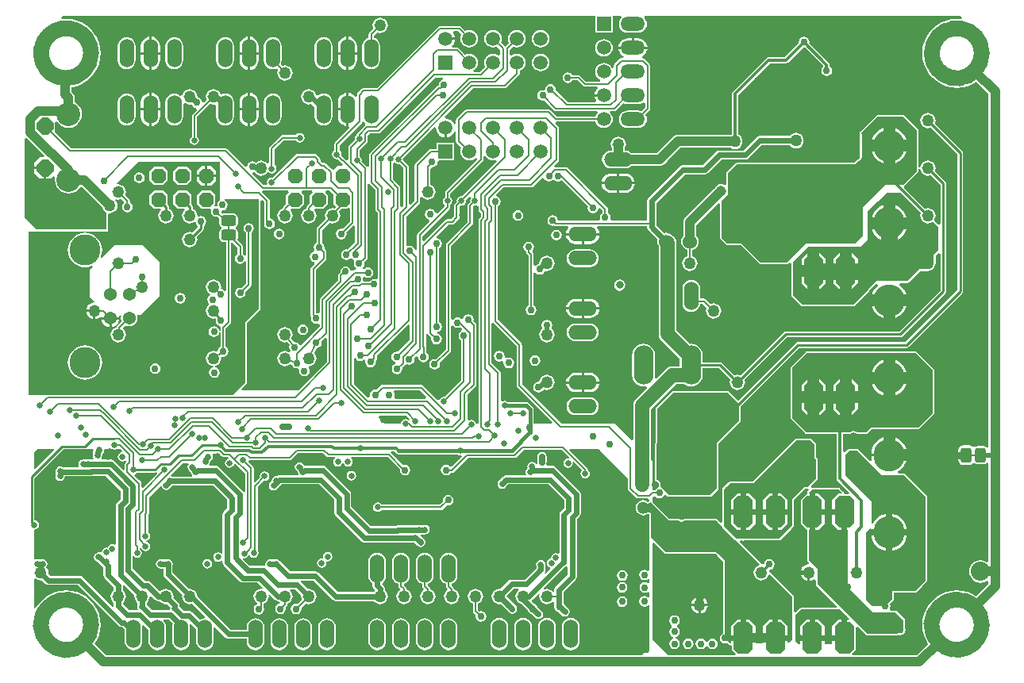
<source format=gbl>
G04 Layer_Physical_Order=4*
G04 Layer_Color=16711680*
%FSLAX24Y24*%
%MOIN*%
G70*
G01*
G75*
%ADD10C,0.0080*%
%ADD11C,0.0650*%
G04:AMPARAMS|DCode=47|XSize=50mil|YSize=50mil|CornerRadius=25mil|HoleSize=0mil|Usage=FLASHONLY|Rotation=90.000|XOffset=0mil|YOffset=0mil|HoleType=Round|Shape=RoundedRectangle|*
%AMROUNDEDRECTD47*
21,1,0.0500,0.0000,0,0,90.0*
21,1,0.0000,0.0500,0,0,90.0*
1,1,0.0500,0.0000,0.0000*
1,1,0.0500,0.0000,0.0000*
1,1,0.0500,0.0000,0.0000*
1,1,0.0500,0.0000,0.0000*
%
%ADD47ROUNDEDRECTD47*%
%ADD48C,0.0600*%
%ADD57C,0.0120*%
%ADD58C,0.0200*%
%ADD59C,0.0070*%
%ADD60C,0.0300*%
%ADD61C,0.0240*%
%ADD62C,0.0400*%
%ADD63C,0.0160*%
%ADD65C,0.0700*%
%ADD67C,0.0500*%
%ADD69C,0.0100*%
%ADD70C,0.0250*%
%ADD73C,0.0800*%
%ADD74O,0.0600X0.1200*%
%ADD75O,0.1300X0.1360*%
%ADD76R,0.0591X0.0591*%
%ADD77O,0.1024X0.0591*%
%ADD78C,0.0591*%
%ADD79O,0.1200X0.0600*%
%ADD80P,0.0671X8X22.5*%
%ADD81C,0.0540*%
%ADD82C,0.1305*%
%ADD83C,0.1000*%
%ADD84P,0.0758X8X292.5*%
G04:AMPARAMS|DCode=85|XSize=133mil|YSize=83mil|CornerRadius=0mil|HoleSize=0mil|Usage=FLASHONLY|Rotation=270.000|XOffset=0mil|YOffset=0mil|HoleType=Round|Shape=Octagon|*
%AMOCTAGOND85*
4,1,8,-0.0208,-0.0665,0.0208,-0.0665,0.0415,-0.0458,0.0415,0.0458,0.0208,0.0665,-0.0208,0.0665,-0.0415,0.0458,-0.0415,-0.0458,-0.0208,-0.0665,0.0*
%
%ADD85OCTAGOND85*%

%ADD86O,0.0825X0.1650*%
%ADD87R,0.0591X0.0591*%
%ADD88C,0.0300*%
%ADD89C,0.0250*%
%ADD90C,0.0500*%
%ADD91C,0.0320*%
%ADD92C,0.0400*%
%ADD93C,0.0450*%
%ADD111C,0.0600*%
G04:AMPARAMS|DCode=116|XSize=46mil|YSize=63mil|CornerRadius=11.5mil|HoleSize=0mil|Usage=FLASHONLY|Rotation=270.000|XOffset=0mil|YOffset=0mil|HoleType=Round|Shape=RoundedRectangle|*
%AMROUNDEDRECTD116*
21,1,0.0460,0.0400,0,0,270.0*
21,1,0.0230,0.0630,0,0,270.0*
1,1,0.0230,-0.0200,-0.0115*
1,1,0.0230,-0.0200,0.0115*
1,1,0.0230,0.0200,0.0115*
1,1,0.0230,0.0200,-0.0115*
%
%ADD116ROUNDEDRECTD116*%
G04:AMPARAMS|DCode=117|XSize=50mil|YSize=50mil|CornerRadius=25mil|HoleSize=0mil|Usage=FLASHONLY|Rotation=180.000|XOffset=0mil|YOffset=0mil|HoleType=Round|Shape=RoundedRectangle|*
%AMROUNDEDRECTD117*
21,1,0.0500,0.0000,0,0,180.0*
21,1,0.0000,0.0500,0,0,180.0*
1,1,0.0500,0.0000,0.0000*
1,1,0.0500,0.0000,0.0000*
1,1,0.0500,0.0000,0.0000*
1,1,0.0500,0.0000,0.0000*
%
%ADD117ROUNDEDRECTD117*%
G04:AMPARAMS|DCode=118|XSize=46mil|YSize=63mil|CornerRadius=11.5mil|HoleSize=0mil|Usage=FLASHONLY|Rotation=180.000|XOffset=0mil|YOffset=0mil|HoleType=Round|Shape=RoundedRectangle|*
%AMROUNDEDRECTD118*
21,1,0.0460,0.0400,0,0,180.0*
21,1,0.0230,0.0630,0,0,180.0*
1,1,0.0230,-0.0115,0.0200*
1,1,0.0230,0.0115,0.0200*
1,1,0.0230,0.0115,-0.0200*
1,1,0.0230,-0.0115,-0.0200*
%
%ADD118ROUNDEDRECTD118*%
G36*
X43230Y19400D02*
Y19170D01*
Y18830D01*
X43300Y18760D01*
X43300Y17950D01*
X42960Y17610D01*
X42800Y17610D01*
X42290Y17100D01*
Y15970D01*
X42210Y15890D01*
X41750Y15430D01*
X39960Y15430D01*
X39430Y15960D01*
X39430Y17500D01*
X39690Y17760D01*
X40680Y17760D01*
X42490Y19570D01*
X43060Y19570D01*
X43230Y19400D01*
D02*
G37*
G36*
X27648Y34728D02*
X27594Y34717D01*
X27521Y34669D01*
X27473Y34596D01*
X27463Y34549D01*
X27456Y34510D01*
X27456Y34504D01*
X27455Y34472D01*
X27414Y34464D01*
X27379Y34441D01*
X24564Y31626D01*
X24541Y31591D01*
X24533Y31550D01*
Y31072D01*
X24453Y31050D01*
X24441Y31067D01*
X24441Y31067D01*
X24212Y31296D01*
X24219Y31330D01*
X24204Y31406D01*
X24161Y31471D01*
X24132Y31490D01*
Y31761D01*
X24434Y32063D01*
X24434Y32063D01*
X24459Y32100D01*
X24467Y32143D01*
X24467Y32143D01*
Y32369D01*
X24561Y32463D01*
X24925D01*
X24925Y32463D01*
X24968Y32471D01*
X25004Y32496D01*
X27316Y34808D01*
X27640D01*
X27648Y34728D01*
D02*
G37*
G36*
X16954Y18558D02*
X16926Y18516D01*
X16911Y18440D01*
X16926Y18364D01*
X16969Y18299D01*
X16972Y18298D01*
X17055Y18173D01*
X17056Y18164D01*
X17099Y18099D01*
X17108Y18094D01*
X17093Y18044D01*
X16233D01*
X16212Y18094D01*
X16726Y18608D01*
X16927D01*
X16954Y18558D01*
D02*
G37*
G36*
X24322Y32948D02*
X24358Y32901D01*
X24361Y32899D01*
X24367Y32840D01*
X24360Y32799D01*
X24041Y32479D01*
X24016Y32443D01*
X24008Y32400D01*
X24008Y32400D01*
Y32400D01*
X23979Y32381D01*
X23936Y32316D01*
X23921Y32240D01*
X23931Y32190D01*
X23691Y31949D01*
X23666Y31913D01*
X23658Y31870D01*
X23658Y31870D01*
Y31365D01*
X23584Y31335D01*
X23504Y31414D01*
X23468Y31439D01*
X23468Y31439D01*
X23379Y31528D01*
X23379Y31528D01*
X23371Y31540D01*
X23379Y31580D01*
X23364Y31656D01*
X23321Y31721D01*
X23292Y31740D01*
Y31954D01*
X24209Y32871D01*
X24209Y32871D01*
X24234Y32907D01*
X24237Y32927D01*
X24300Y32949D01*
X24322Y32948D01*
D02*
G37*
G36*
X18351Y18896D02*
X18387Y18871D01*
X18430Y18863D01*
X18430Y18863D01*
X18599D01*
X18618Y18839D01*
X18599Y18785D01*
X18594Y18784D01*
X18529Y18741D01*
X18486Y18676D01*
X18471Y18600D01*
X18486Y18524D01*
X18529Y18459D01*
X18594Y18416D01*
X18670Y18401D01*
X18746Y18416D01*
X18811Y18459D01*
X18854Y18524D01*
X18860Y18558D01*
X18915Y18574D01*
X19318Y18171D01*
Y17394D01*
X19272Y17385D01*
X19268Y17386D01*
X19227Y17447D01*
X18227Y18447D01*
X18164Y18489D01*
X18090Y18504D01*
X17844D01*
X17817Y18554D01*
X17844Y18594D01*
X17859Y18670D01*
X17855Y18691D01*
X17889Y18725D01*
X17911Y18739D01*
X17954Y18804D01*
X17969Y18880D01*
X17954Y18956D01*
X17945Y18969D01*
X17969Y19013D01*
X18234D01*
X18351Y18896D01*
D02*
G37*
G36*
X15631Y18180D02*
X15018Y17567D01*
X14972Y17586D01*
Y17780D01*
X14964Y17823D01*
X14939Y17859D01*
X14903Y17884D01*
X14881Y17888D01*
X14674Y18095D01*
X14688Y18143D01*
X14706Y18146D01*
X14771Y18189D01*
X14783Y18208D01*
X15550D01*
X15597Y18217D01*
X15599Y18219D01*
X15631Y18180D01*
D02*
G37*
G36*
X47530Y32590D02*
Y31570D01*
Y30880D01*
X46960Y30310D01*
X46220D01*
X45270Y29360D01*
Y28150D01*
X44960Y27840D01*
X42880Y27840D01*
X42080Y27040D01*
X40970D01*
X40170Y27840D01*
X39580D01*
X39340Y28080D01*
Y29460D01*
X39339Y29617D01*
X39600Y29878D01*
Y29964D01*
X39609Y30030D01*
X39600Y30095D01*
Y30770D01*
X39980Y31150D01*
X44940D01*
X45082Y31292D01*
X45086Y31293D01*
X45159Y31341D01*
X45207Y31414D01*
X45208Y31418D01*
X45220Y31430D01*
Y31478D01*
X45224Y31500D01*
X45220Y31522D01*
Y32440D01*
X45210Y32480D01*
X45880Y33150D01*
X46970D01*
X47530Y32590D01*
D02*
G37*
G36*
X15543Y12863D02*
X15606Y12821D01*
X15680Y12806D01*
X15745D01*
X15772Y12772D01*
X15839Y12720D01*
X15916Y12688D01*
X16000Y12677D01*
X16043Y12683D01*
X16186Y12540D01*
Y12536D01*
X16181Y12510D01*
X16188Y12478D01*
X16146Y12429D01*
X15414D01*
X15194Y12649D01*
Y12745D01*
X15228Y12772D01*
X15280Y12839D01*
X15312Y12916D01*
X15323Y13000D01*
X15321Y13014D01*
X15368Y13038D01*
X15543Y12863D01*
D02*
G37*
G36*
X14683Y13043D02*
X14677Y13000D01*
X14688Y12916D01*
X14720Y12839D01*
X14772Y12772D01*
X14806Y12745D01*
Y12586D01*
X14801Y12560D01*
X14816Y12484D01*
X14827Y12468D01*
X14804Y12424D01*
X14460D01*
X14194Y12690D01*
Y12745D01*
X14228Y12772D01*
X14280Y12839D01*
X14312Y12916D01*
X14323Y13000D01*
X14312Y13084D01*
X14280Y13161D01*
X14228Y13228D01*
X14194Y13255D01*
Y13462D01*
X14242Y13484D01*
X14683Y13043D01*
D02*
G37*
G36*
X12935Y19200D02*
X12959Y19156D01*
X12951Y19144D01*
X12936Y19070D01*
Y18946D01*
X12931Y18920D01*
X12946Y18844D01*
X12973Y18804D01*
X12946Y18754D01*
X12766D01*
X12740Y18759D01*
X12714Y18754D01*
X12546D01*
X12520Y18759D01*
X12444Y18744D01*
X12379Y18701D01*
X12336Y18636D01*
X12321Y18560D01*
X12335Y18489D01*
X12333Y18475D01*
X12313Y18439D01*
X11658D01*
X11636Y18454D01*
X11560Y18469D01*
X11484Y18454D01*
X11419Y18411D01*
X11376Y18346D01*
X11361Y18270D01*
X11366Y18244D01*
Y18076D01*
X11361Y18050D01*
X11376Y17974D01*
X11419Y17909D01*
X11484Y17866D01*
X11560Y17851D01*
X11636Y17866D01*
X11701Y17909D01*
X11744Y17974D01*
X11759Y18050D01*
X11760Y18051D01*
X12870D01*
X12896Y18056D01*
X13480D01*
X14091Y17445D01*
Y17090D01*
X13953Y16952D01*
X13911Y16889D01*
X13896Y16815D01*
Y15197D01*
X13846Y15170D01*
X13826Y15184D01*
X13750Y15199D01*
X13674Y15184D01*
X13609Y15141D01*
X13566Y15076D01*
X13559Y15039D01*
X13510Y15049D01*
X13434Y15034D01*
X13369Y14991D01*
X13326Y14926D01*
X13318Y14882D01*
X13275Y14857D01*
X13263Y14855D01*
X13195Y14869D01*
X13121Y14854D01*
X13058Y14812D01*
X13055Y14808D01*
X13029Y14791D01*
X12986Y14726D01*
X12971Y14650D01*
X12986Y14574D01*
X13029Y14509D01*
X13094Y14466D01*
X13139Y14457D01*
X13376Y14220D01*
Y13910D01*
X13391Y13836D01*
X13433Y13773D01*
X13806Y13400D01*
Y13255D01*
X13772Y13228D01*
X13720Y13161D01*
X13688Y13084D01*
X13677Y13000D01*
X13688Y12916D01*
X13720Y12839D01*
X13772Y12772D01*
X13806Y12745D01*
Y12610D01*
X13809Y12596D01*
X13763Y12571D01*
X12517Y13817D01*
X12454Y13859D01*
X12380Y13874D01*
X11140D01*
X11057Y13957D01*
X11063Y14000D01*
X11052Y14084D01*
X11020Y14161D01*
X10968Y14228D01*
X10963Y14232D01*
X11004Y14294D01*
X11019Y14370D01*
X11004Y14446D01*
X10961Y14511D01*
X10896Y14554D01*
X10820Y14569D01*
X10794Y14564D01*
X10626D01*
X10600Y14569D01*
X10524Y14554D01*
X10517Y14549D01*
X10472Y14572D01*
Y15812D01*
X10546Y15826D01*
X10611Y15869D01*
X10654Y15934D01*
X10669Y16010D01*
X10654Y16086D01*
X10611Y16151D01*
X10546Y16194D01*
X10482Y16206D01*
Y17979D01*
X11691Y19188D01*
X12605D01*
X12652Y19197D01*
X12656Y19200D01*
X12935D01*
D02*
G37*
G36*
X46847Y29980D02*
X47704Y29123D01*
X47688Y29084D01*
X47677Y29000D01*
X47688Y28916D01*
X47720Y28839D01*
X47772Y28772D01*
X47839Y28720D01*
X47916Y28688D01*
X48000Y28677D01*
X48084Y28688D01*
X48161Y28720D01*
X48211Y28759D01*
X48450Y28520D01*
X48450Y27550D01*
X48250Y27350D01*
Y27000D01*
X48000D01*
Y26750D01*
X47650D01*
X47150Y26250D01*
X45850Y26250D01*
X45490Y25890D01*
X44870Y25270D01*
X42730Y25270D01*
X42330Y25670D01*
Y27070D01*
X42770Y27510D01*
X42960Y27700D01*
X45160D01*
X45470Y28010D01*
Y29190D01*
X45890Y29610D01*
X46260Y29980D01*
X46847Y29980D01*
D02*
G37*
G36*
X13768Y19200D02*
X13774Y19196D01*
X13850Y19181D01*
X13926Y19196D01*
X13932Y19200D01*
X14081D01*
X14165Y19117D01*
X14148Y19062D01*
X14104Y19054D01*
X14039Y19011D01*
X13996Y18946D01*
X13981Y18870D01*
X13996Y18794D01*
X14039Y18729D01*
X14104Y18686D01*
X14180Y18671D01*
X14256Y18686D01*
X14292Y18710D01*
X14342Y18689D01*
X14347Y18655D01*
X14291Y18599D01*
X14266Y18563D01*
X14258Y18520D01*
X14258Y18520D01*
Y18331D01*
X14212Y18312D01*
X13827Y18697D01*
X13764Y18739D01*
X13690Y18754D01*
X13314D01*
X13287Y18804D01*
X13314Y18844D01*
X13329Y18920D01*
X13324Y18946D01*
Y18990D01*
X13329Y18995D01*
X13351Y19009D01*
X13394Y19074D01*
X13409Y19150D01*
X13407Y19161D01*
X13438Y19200D01*
X13768D01*
D02*
G37*
G36*
X11292D02*
X11311Y19154D01*
X10519Y18362D01*
X10472Y18381D01*
Y19055D01*
X10617Y19200D01*
X11292D01*
D02*
G37*
G36*
X24564Y30324D02*
X24788Y30101D01*
Y29264D01*
X24796Y29223D01*
X24819Y29188D01*
X24902Y29106D01*
Y26366D01*
X24844Y26335D01*
X24822Y26331D01*
X24744Y26346D01*
X24658Y26329D01*
X24585Y26281D01*
X24551Y26229D01*
X24335D01*
X24274Y26309D01*
X24279Y26339D01*
X24265Y26410D01*
X24321Y26449D01*
X24332Y26454D01*
X24402Y26407D01*
X24488Y26390D01*
X24574Y26407D01*
X24647Y26456D01*
X24695Y26528D01*
X24713Y26614D01*
X24695Y26700D01*
X24647Y26773D01*
X24574Y26821D01*
X24488Y26838D01*
X24402Y26821D01*
X24330Y26773D01*
X24320Y26759D01*
X24300Y26762D01*
X24283Y26814D01*
X24278Y26846D01*
X24323Y26914D01*
X24340Y26999D01*
X24329Y27054D01*
X24441Y27167D01*
X24441Y27167D01*
X24466Y27203D01*
X24474Y27246D01*
Y30316D01*
X24554Y30339D01*
X24564Y30324D01*
D02*
G37*
G36*
X29118Y29397D02*
Y29280D01*
X29118Y29280D01*
X29126Y29237D01*
X29151Y29201D01*
X29238Y29114D01*
Y28966D01*
X29151Y28879D01*
X29126Y28843D01*
X29118Y28800D01*
X29118Y28800D01*
Y20261D01*
X29011D01*
X29004Y20296D01*
X28961Y20361D01*
X28896Y20404D01*
X28820Y20419D01*
X28744Y20404D01*
X28730Y20394D01*
X28652Y20439D01*
Y21474D01*
X29003Y21824D01*
X29003Y21824D01*
X29027Y21861D01*
X29036Y21904D01*
X29036Y21904D01*
Y24413D01*
X29036Y24413D01*
X29027Y24456D01*
X29003Y24492D01*
X29003Y24492D01*
X28914Y24581D01*
X28925Y24636D01*
X28908Y24722D01*
X28859Y24794D01*
X28787Y24843D01*
X28701Y24860D01*
X28615Y24843D01*
X28542Y24794D01*
X28494Y24722D01*
X28487Y24690D01*
X28407Y24666D01*
X28334Y24715D01*
X28248Y24732D01*
X28162Y24715D01*
X28089Y24666D01*
X28062Y24626D01*
X27982Y24650D01*
Y27734D01*
X28862Y28614D01*
X28887Y28650D01*
X28895Y28693D01*
X28895Y28693D01*
Y29384D01*
X28949Y29438D01*
X28983Y29431D01*
X29038Y29442D01*
X29118Y29397D01*
D02*
G37*
G36*
X27341Y32690D02*
X27355Y32587D01*
X27395Y32491D01*
X27458Y32408D01*
X27541Y32345D01*
X27637Y32305D01*
X27690Y32298D01*
Y32690D01*
X27790D01*
Y32298D01*
X27843Y32305D01*
X27939Y32345D01*
X28022Y32408D01*
X28085Y32491D01*
X28103Y32533D01*
X28183Y32517D01*
Y32140D01*
X28191Y32099D01*
X28214Y32064D01*
X28416Y31863D01*
X28384Y31785D01*
X28372Y31690D01*
X28384Y31595D01*
X28421Y31506D01*
X28479Y31429D01*
X28556Y31371D01*
X28645Y31334D01*
X28740Y31322D01*
X28835Y31334D01*
X28924Y31371D01*
X28995Y31426D01*
X29021Y31423D01*
X29081Y31404D01*
X29087Y31377D01*
X27751Y30041D01*
X27726Y30005D01*
X27718Y29962D01*
X27718Y29962D01*
Y29780D01*
X27689Y29761D01*
X27646Y29696D01*
X27631Y29620D01*
X27646Y29544D01*
X27689Y29479D01*
X27694Y29476D01*
X27700Y29389D01*
X27405Y29094D01*
X27318Y29120D01*
X27313Y29147D01*
X27265Y29219D01*
X27192Y29268D01*
X27106Y29285D01*
X27020Y29268D01*
X26947Y29219D01*
X26899Y29147D01*
X26882Y29061D01*
X26899Y28975D01*
X26947Y28902D01*
X27020Y28853D01*
X27046Y28848D01*
X27073Y28761D01*
X26579Y28268D01*
X26555Y28231D01*
X26546Y28188D01*
X26546Y28188D01*
Y27577D01*
X26466Y27569D01*
X26459Y27607D01*
X26410Y27680D01*
X26337Y27728D01*
X26251Y27745D01*
X26176Y27730D01*
X26136Y27744D01*
X26096Y27765D01*
Y28967D01*
X26639Y29511D01*
X26639Y29511D01*
X26664Y29547D01*
X26672Y29590D01*
X26672Y29590D01*
Y29770D01*
X26752Y29797D01*
X26772Y29772D01*
X26839Y29720D01*
X26916Y29688D01*
X27000Y29677D01*
X27084Y29688D01*
X27161Y29720D01*
X27228Y29772D01*
X27280Y29839D01*
X27312Y29916D01*
X27323Y30000D01*
X27312Y30084D01*
X27280Y30161D01*
X27228Y30228D01*
X27161Y30280D01*
X27112Y30300D01*
Y30968D01*
X27180Y31036D01*
X27266Y31053D01*
X27339Y31101D01*
X27387Y31174D01*
X27404Y31260D01*
X27404Y31263D01*
X27454Y31325D01*
X28105D01*
Y32055D01*
X27375D01*
Y31802D01*
X27130D01*
X27130Y31802D01*
X27087Y31794D01*
X27051Y31769D01*
X27051Y31769D01*
X26481Y31199D01*
X26456Y31163D01*
X26448Y31120D01*
X26448Y31120D01*
Y29636D01*
X26278Y29467D01*
X26204Y29497D01*
Y31044D01*
X26196Y31087D01*
X26171Y31123D01*
X26171Y31123D01*
X25950Y31344D01*
X25957Y31378D01*
X25950Y31411D01*
X27265Y32727D01*
X27341Y32690D01*
D02*
G37*
G36*
X29422Y31504D02*
X29479Y31429D01*
X29556Y31371D01*
X29645Y31334D01*
X29740Y31322D01*
X29835Y31334D01*
X29852Y31341D01*
X29898Y31273D01*
X28447Y29822D01*
X28413Y29829D01*
X28337Y29814D01*
X28272Y29771D01*
X28229Y29706D01*
X28214Y29630D01*
X28221Y29596D01*
X28136Y29511D01*
X28111Y29475D01*
X28103Y29432D01*
X28103Y29432D01*
Y28981D01*
X27974Y28852D01*
X27810D01*
X27810Y28852D01*
X27767Y28844D01*
X27731Y28819D01*
X26844Y27933D01*
X26770Y27964D01*
Y28142D01*
X27909Y29281D01*
X27909Y29281D01*
X27934Y29317D01*
X27942Y29360D01*
Y29460D01*
X27971Y29479D01*
X28014Y29544D01*
X28029Y29620D01*
X28014Y29696D01*
X27971Y29761D01*
X27942Y29780D01*
Y29915D01*
X29309Y31282D01*
X29334Y31319D01*
X29342Y31362D01*
X29342Y31362D01*
Y31487D01*
X29417Y31505D01*
X29422Y31504D01*
D02*
G37*
G36*
X28829Y29775D02*
X28832Y29754D01*
X28799Y29706D01*
X28784Y29630D01*
X28791Y29596D01*
X28704Y29509D01*
X28679Y29473D01*
X28671Y29430D01*
X28671Y29430D01*
Y28739D01*
X27791Y27859D01*
X27766Y27823D01*
X27758Y27780D01*
X27758Y27780D01*
Y23389D01*
X27338Y22969D01*
X27283Y22980D01*
X27198Y22963D01*
X27125Y22915D01*
X27076Y22842D01*
X27059Y22756D01*
X27076Y22670D01*
X27125Y22597D01*
X27198Y22549D01*
X27283Y22532D01*
X27369Y22549D01*
X27442Y22597D01*
X27491Y22670D01*
X27508Y22756D01*
X27497Y22811D01*
X27949Y23263D01*
X27949Y23263D01*
X27974Y23300D01*
X27982Y23342D01*
X27982Y23342D01*
Y24366D01*
X28062Y24390D01*
X28089Y24349D01*
X28162Y24301D01*
X28248Y24284D01*
X28334Y24301D01*
X28361Y24319D01*
X28438Y24241D01*
X28413Y24154D01*
X28355Y24115D01*
X28307Y24043D01*
X28289Y23957D01*
X28307Y23871D01*
X28355Y23798D01*
X28402Y23767D01*
Y22084D01*
X27701Y21383D01*
X27670Y21389D01*
X27594Y21374D01*
X27529Y21331D01*
X27494Y21278D01*
X27438Y21260D01*
X27403Y21256D01*
X26799Y21859D01*
X26763Y21884D01*
X26720Y21892D01*
X26720Y21892D01*
X25090D01*
X25090Y21892D01*
X25047Y21884D01*
X25011Y21859D01*
X24845Y21693D01*
X24790Y21704D01*
X24704Y21687D01*
X24631Y21639D01*
X24583Y21566D01*
X24566Y21480D01*
X24572Y21446D01*
X24516Y21362D01*
X24514Y21361D01*
X24474Y21355D01*
X23889Y21940D01*
Y22994D01*
X23969Y23015D01*
X24005Y22961D01*
X24078Y22913D01*
X24163Y22896D01*
X24249Y22913D01*
X24310Y22954D01*
X24355Y22937D01*
X24384Y22914D01*
X24372Y22854D01*
X24389Y22768D01*
X24438Y22696D01*
X24511Y22647D01*
X24596Y22630D01*
X24682Y22647D01*
X24755Y22696D01*
X24804Y22768D01*
X24821Y22854D01*
X24810Y22909D01*
X24829Y22928D01*
X24829Y22928D01*
X24853Y22964D01*
X24861Y23007D01*
X24861Y23007D01*
Y23108D01*
X26172Y24419D01*
X26246Y24388D01*
Y23787D01*
X25744Y23284D01*
X25689Y23295D01*
X25603Y23278D01*
X25530Y23229D01*
X25482Y23157D01*
X25465Y23071D01*
X25482Y22985D01*
X25530Y22912D01*
X25603Y22864D01*
X25626Y22859D01*
Y22778D01*
X25624Y22777D01*
X25551Y22729D01*
X25503Y22656D01*
X25486Y22570D01*
X25503Y22484D01*
X25551Y22411D01*
X25624Y22363D01*
X25710Y22346D01*
X25796Y22363D01*
X25869Y22411D01*
X25917Y22484D01*
X25934Y22570D01*
X25923Y22625D01*
X26033Y22734D01*
X26033Y22734D01*
X26128Y22755D01*
X26214Y22738D01*
X26300Y22755D01*
X26372Y22804D01*
X26421Y22877D01*
X26438Y22963D01*
X26427Y23017D01*
X26511Y23102D01*
X26565Y23080D01*
X26588Y23065D01*
X26604Y22985D01*
X26652Y22912D01*
X26725Y22864D01*
X26811Y22847D01*
X26897Y22864D01*
X26970Y22912D01*
X27018Y22985D01*
X27035Y23071D01*
X27018Y23157D01*
X26970Y23229D01*
X26933Y23254D01*
Y23493D01*
X26933Y23493D01*
X26924Y23536D01*
X26919Y23544D01*
X26920Y23554D01*
Y24020D01*
X26993Y24035D01*
X27000Y24033D01*
X27023Y24000D01*
X27149Y23874D01*
X27138Y23819D01*
X27155Y23733D01*
X27204Y23660D01*
X27276Y23612D01*
X27362Y23595D01*
X27448Y23612D01*
X27521Y23660D01*
X27569Y23733D01*
X27586Y23819D01*
X27569Y23905D01*
X27521Y23977D01*
X27448Y24026D01*
X27408Y24034D01*
Y24116D01*
X27448Y24123D01*
X27521Y24172D01*
X27569Y24245D01*
X27587Y24331D01*
X27569Y24417D01*
X27521Y24489D01*
X27474Y24520D01*
Y27637D01*
X27520Y27668D01*
X27569Y27740D01*
X27586Y27826D01*
X27569Y27912D01*
X27520Y27985D01*
X27447Y28033D01*
X27387Y28045D01*
X27356Y28115D01*
X27356Y28127D01*
X27856Y28628D01*
X28020D01*
X28020Y28628D01*
X28063Y28636D01*
X28099Y28661D01*
X28294Y28856D01*
X28294Y28856D01*
X28319Y28892D01*
X28327Y28935D01*
X28327Y28935D01*
Y29384D01*
X28386Y29437D01*
X28413Y29431D01*
X28489Y29446D01*
X28554Y29489D01*
X28597Y29554D01*
X28612Y29630D01*
X28605Y29664D01*
X28745Y29804D01*
X28745Y29804D01*
X28829Y29775D01*
D02*
G37*
G36*
X23729Y29309D02*
Y28760D01*
X23421Y28452D01*
X23366Y28463D01*
X23280Y28445D01*
X23208Y28397D01*
X23159Y28324D01*
X23142Y28238D01*
X23159Y28152D01*
X23208Y28080D01*
X23280Y28031D01*
X23366Y28014D01*
X23452Y28031D01*
X23525Y28080D01*
X23573Y28152D01*
X23590Y28238D01*
X23580Y28293D01*
X23870Y28583D01*
X23950Y28550D01*
Y27888D01*
X23637Y27576D01*
X23583Y27586D01*
X23497Y27569D01*
X23424Y27521D01*
X23375Y27448D01*
X23358Y27362D01*
X23375Y27276D01*
X23424Y27204D01*
X23497Y27155D01*
X23583Y27138D01*
X23668Y27155D01*
X23741Y27204D01*
X23823Y27182D01*
X23867Y27153D01*
X23881Y27150D01*
X23908Y27085D01*
X23891Y26999D01*
X23908Y26914D01*
X23957Y26841D01*
X24008Y26806D01*
X23984Y26726D01*
X23932D01*
X23932Y26726D01*
X23889Y26718D01*
X23853Y26693D01*
X23843Y26684D01*
X23756Y26710D01*
X23751Y26739D01*
X23702Y26812D01*
X23629Y26861D01*
X23543Y26878D01*
X23457Y26861D01*
X23385Y26812D01*
X23336Y26739D01*
X23319Y26653D01*
X23323Y26632D01*
X23262Y26570D01*
X23238Y26534D01*
X23229Y26491D01*
X23229Y26491D01*
Y26282D01*
X22495Y25548D01*
X22470Y25511D01*
X22462Y25468D01*
X22462Y25468D01*
Y24941D01*
X22382Y24897D01*
X22314Y24911D01*
X22299Y24923D01*
Y26706D01*
X22717Y27124D01*
X22717Y27124D01*
X22741Y27160D01*
X22750Y27203D01*
Y27480D01*
X22750Y27480D01*
X22741Y27523D01*
X22717Y27560D01*
X22654Y27622D01*
X22665Y27677D01*
X22648Y27763D01*
X22600Y27836D01*
X22553Y27867D01*
Y28394D01*
X22867Y28709D01*
X22916Y28688D01*
X23000Y28677D01*
X23084Y28688D01*
X23161Y28720D01*
X23228Y28772D01*
X23280Y28839D01*
X23312Y28916D01*
X23323Y29000D01*
X23312Y29084D01*
X23280Y29161D01*
X23267Y29178D01*
X23384Y29296D01*
X23611D01*
X23655Y29340D01*
X23729Y29309D01*
D02*
G37*
G36*
X25617Y31237D02*
X25682Y31194D01*
X25758Y31179D01*
X25791Y31186D01*
X25980Y30997D01*
Y29419D01*
X25922Y29361D01*
X25842Y29394D01*
Y30180D01*
X25834Y30223D01*
X25809Y30259D01*
X25809Y30259D01*
X25532Y30536D01*
Y31195D01*
X25604Y31239D01*
X25617Y31237D01*
D02*
G37*
G36*
X18270Y29705D02*
X18276D01*
X18289Y29658D01*
X18288Y29655D01*
X18217Y29607D01*
X18169Y29535D01*
X18152Y29449D01*
X18155Y29431D01*
X18120Y29396D01*
X18110Y29398D01*
X18045Y29385D01*
X18020Y29431D01*
X18075Y29486D01*
Y29866D01*
X17885Y30056D01*
X17505D01*
X17315Y29866D01*
Y29486D01*
X17505Y29296D01*
X17867D01*
X17883Y29280D01*
X17902Y29252D01*
X17886Y29173D01*
X17903Y29087D01*
X17952Y29015D01*
X18024Y28966D01*
X18110Y28949D01*
X18165Y28960D01*
X18243Y28882D01*
Y28679D01*
X18258Y28607D01*
X18299Y28546D01*
X18331Y28524D01*
Y28464D01*
X18299Y28442D01*
X18258Y28381D01*
X18243Y28309D01*
Y28079D01*
X18258Y28007D01*
X18299Y27946D01*
X18360Y27905D01*
X18432Y27890D01*
X18520D01*
Y25852D01*
X18470Y25837D01*
X18449Y25869D01*
X18376Y25917D01*
X18313Y25930D01*
X18323Y26000D01*
X18312Y26084D01*
X18280Y26161D01*
X18228Y26228D01*
X18161Y26280D01*
X18084Y26312D01*
X18000Y26323D01*
X17916Y26312D01*
X17839Y26280D01*
X17772Y26228D01*
X17720Y26161D01*
X17688Y26084D01*
X17677Y26000D01*
X17688Y25916D01*
X17720Y25839D01*
X17772Y25772D01*
X17839Y25720D01*
X17851Y25715D01*
X17857Y25659D01*
X17811Y25629D01*
X17763Y25556D01*
X17746Y25470D01*
X17763Y25384D01*
X17811Y25311D01*
X17806Y25255D01*
X17772Y25228D01*
X17720Y25161D01*
X17688Y25084D01*
X17677Y25000D01*
X17688Y24916D01*
X17720Y24839D01*
X17772Y24772D01*
X17839Y24720D01*
X17916Y24688D01*
X18000Y24677D01*
X18060Y24685D01*
X18096Y24643D01*
X18086Y24590D01*
X18103Y24504D01*
X18151Y24431D01*
X18224Y24383D01*
X18256Y24376D01*
X18290Y24319D01*
X18288Y24310D01*
X18288Y24310D01*
Y24180D01*
X18238Y24175D01*
X18229Y24220D01*
X18180Y24292D01*
X18107Y24341D01*
X18022Y24358D01*
X17936Y24341D01*
X17863Y24292D01*
X17814Y24220D01*
X17797Y24134D01*
X17814Y24048D01*
X17863Y23975D01*
X17936Y23927D01*
X18022Y23910D01*
X18107Y23927D01*
X18180Y23975D01*
X18229Y24048D01*
X18238Y24093D01*
X18288Y24088D01*
Y23490D01*
X18241Y23459D01*
X18193Y23386D01*
X18181Y23325D01*
X18133Y23294D01*
X18127Y23294D01*
X18084Y23312D01*
X18000Y23323D01*
X17916Y23312D01*
X17839Y23280D01*
X17772Y23228D01*
X17720Y23161D01*
X17688Y23084D01*
X17677Y23000D01*
X17688Y22916D01*
X17720Y22839D01*
X17772Y22772D01*
X17839Y22720D01*
X17916Y22688D01*
X17965Y22682D01*
X18002Y22649D01*
X18004Y22630D01*
X17958Y22619D01*
X17955Y22619D01*
X17883Y22570D01*
X17834Y22497D01*
X17817Y22411D01*
X17834Y22326D01*
X17883Y22253D01*
X17955Y22204D01*
X18041Y22187D01*
X18127Y22204D01*
X18200Y22253D01*
X18249Y22326D01*
X18266Y22411D01*
X18249Y22497D01*
X18200Y22570D01*
X18127Y22619D01*
X18054Y22633D01*
X18052Y22634D01*
X18052Y22651D01*
X18052D01*
X18052Y22651D01*
X18083Y22688D01*
X18084Y22688D01*
X18161Y22720D01*
X18228Y22772D01*
X18280Y22839D01*
X18312Y22916D01*
X18323Y23000D01*
X18317Y23041D01*
X18362Y23083D01*
X18400Y23076D01*
X18486Y23093D01*
X18559Y23141D01*
X18607Y23214D01*
X18624Y23300D01*
X18607Y23386D01*
X18559Y23459D01*
X18512Y23490D01*
Y24264D01*
X18711Y24463D01*
X18736Y24499D01*
X18744Y24542D01*
X18744Y24542D01*
Y27853D01*
X18794Y27873D01*
X19012Y27656D01*
Y27394D01*
X18965Y27363D01*
X18917Y27291D01*
X18900Y27205D01*
X18917Y27119D01*
X18965Y27046D01*
X19038Y26997D01*
X19124Y26980D01*
X19210Y26997D01*
X19283Y27046D01*
X19315Y27094D01*
X19365Y27079D01*
Y26158D01*
X19180Y25973D01*
X19125Y25983D01*
X19039Y25966D01*
X18966Y25918D01*
X18918Y25845D01*
X18901Y25759D01*
X18918Y25673D01*
X18966Y25601D01*
X19039Y25552D01*
X19125Y25535D01*
X19211Y25552D01*
X19284Y25601D01*
X19332Y25673D01*
X19349Y25759D01*
X19338Y25814D01*
X19556Y26032D01*
X19556Y26032D01*
X19581Y26068D01*
X19589Y26111D01*
X19589Y26111D01*
Y28282D01*
X19636Y28313D01*
X19684Y28386D01*
X19701Y28472D01*
X19684Y28557D01*
X19636Y28630D01*
X19563Y28679D01*
X19477Y28696D01*
X19391Y28679D01*
X19318Y28630D01*
X19270Y28557D01*
X19253Y28472D01*
X19270Y28386D01*
X19318Y28313D01*
X19365Y28282D01*
Y27330D01*
X19315Y27315D01*
X19283Y27363D01*
X19236Y27394D01*
Y27702D01*
X19228Y27745D01*
X19203Y27781D01*
X19203Y27781D01*
X18995Y27990D01*
X19006Y28007D01*
X19021Y28079D01*
Y28309D01*
X19006Y28381D01*
X18965Y28442D01*
X18933Y28464D01*
Y28524D01*
X18965Y28546D01*
X19006Y28607D01*
X19021Y28679D01*
Y28909D01*
X19006Y28981D01*
X18965Y29042D01*
X18904Y29083D01*
X18832Y29098D01*
X18432D01*
X18360Y29083D01*
X18359Y29083D01*
X18324Y29118D01*
X18335Y29173D01*
X18331Y29191D01*
X18366Y29226D01*
X18376Y29225D01*
X18462Y29242D01*
X18535Y29290D01*
X18583Y29363D01*
X18600Y29449D01*
X18583Y29535D01*
X18535Y29607D01*
X18464Y29655D01*
X18463Y29658D01*
X18476Y29705D01*
X19902D01*
Y25108D01*
X19331Y24537D01*
Y21998D01*
X18805Y21472D01*
X11050D01*
X11050Y21472D01*
X11022Y21467D01*
X10226D01*
Y28346D01*
X13563D01*
Y29079D01*
X13601Y29112D01*
X13642Y29106D01*
X13725Y29117D01*
X13803Y29150D01*
X13870Y29201D01*
X13921Y29268D01*
X13953Y29346D01*
X13964Y29429D01*
X13953Y29513D01*
X13921Y29591D01*
X13874Y29652D01*
X13876Y29655D01*
X13916Y29688D01*
X14000Y29677D01*
X14084Y29688D01*
X14133Y29709D01*
X14240Y29601D01*
X14234Y29537D01*
X14221Y29529D01*
X14173Y29456D01*
X14156Y29370D01*
X14173Y29284D01*
X14221Y29211D01*
X14294Y29163D01*
X14380Y29146D01*
X14466Y29163D01*
X14539Y29211D01*
X14587Y29284D01*
X14604Y29370D01*
X14587Y29456D01*
X14539Y29529D01*
X14492Y29560D01*
Y29620D01*
X14492Y29620D01*
X14484Y29663D01*
X14459Y29699D01*
X14459Y29699D01*
X14291Y29867D01*
X14312Y29916D01*
X14323Y30000D01*
X14312Y30084D01*
X14280Y30161D01*
X14228Y30228D01*
X14161Y30280D01*
X14084Y30312D01*
X14000Y30323D01*
X13961Y30318D01*
X13938Y30365D01*
X14823Y31250D01*
X18270D01*
Y29705D01*
D02*
G37*
G36*
X10891Y31524D02*
X10861Y31450D01*
X10702D01*
X10477Y31225D01*
Y31050D01*
X10927D01*
Y31000D01*
X10977D01*
Y30550D01*
X11152D01*
X11274Y30672D01*
X11349Y30633D01*
X11332Y30510D01*
X11352Y30361D01*
X11409Y30222D01*
X11501Y30103D01*
X11620Y30012D01*
X11759Y29954D01*
X11907Y29935D01*
X12056Y29954D01*
X12195Y30012D01*
X12314Y30103D01*
X12385Y30196D01*
X12467Y30206D01*
X12484Y30202D01*
X13328Y29357D01*
X13330Y29346D01*
X13362Y29268D01*
X13414Y29201D01*
X13452Y29172D01*
X13480Y29150D01*
X13497Y29106D01*
X13495Y29095D01*
X13492Y29083D01*
X13492Y29081D01*
X13492Y29079D01*
Y28418D01*
X10559D01*
X10059Y28917D01*
Y32243D01*
X10139Y32276D01*
X10891Y31524D01*
D02*
G37*
G36*
X42955Y17539D02*
X42965Y17526D01*
X42993Y17464D01*
X42950Y17420D01*
X42934Y17397D01*
X42929Y17370D01*
Y17315D01*
X42908Y17285D01*
X42665Y17042D01*
Y16057D01*
X42908Y15815D01*
X42929Y15785D01*
Y14540D01*
X42934Y14513D01*
X42950Y14490D01*
X43008Y14432D01*
X43006Y14411D01*
X42976Y14350D01*
X42909Y14341D01*
X42823Y14306D01*
X42750Y14250D01*
X42694Y14177D01*
X42659Y14091D01*
X42654Y14050D01*
X43000D01*
Y14000D01*
X43050D01*
Y13654D01*
X43091Y13659D01*
X43177Y13694D01*
X43209Y13719D01*
X43289Y13679D01*
Y13615D01*
X43286Y13600D01*
X43289Y13585D01*
Y13530D01*
X43294Y13503D01*
X43310Y13480D01*
X44184Y12605D01*
X44153Y12531D01*
X42680Y12531D01*
X42653Y12526D01*
X42630Y12510D01*
X42441Y12322D01*
X42361Y12355D01*
Y13000D01*
X42356Y13027D01*
X42340Y13050D01*
X41408Y13983D01*
X41408Y13983D01*
X41407Y13984D01*
X41396Y13991D01*
X41385Y13998D01*
X41384Y13998D01*
X41383Y13999D01*
X41371Y14001D01*
X41367Y14002D01*
X41323Y14072D01*
X41332Y14098D01*
X41378Y14133D01*
X41426Y14143D01*
X41499Y14191D01*
X41547Y14264D01*
X41564Y14350D01*
X41547Y14436D01*
X41499Y14509D01*
X41426Y14557D01*
X41340Y14574D01*
X41254Y14557D01*
X41181Y14509D01*
X41133Y14436D01*
X41122Y14382D01*
X41114Y14367D01*
X41072Y14354D01*
X41022Y14374D01*
X40998Y14385D01*
X40991Y14396D01*
X40984Y14407D01*
X40983Y14408D01*
X40983Y14408D01*
X40106Y15285D01*
X40137Y15359D01*
X40185D01*
X40250Y15346D01*
X40315Y15359D01*
X41565Y15359D01*
X41580Y15356D01*
X41595Y15359D01*
X41750D01*
X41777Y15364D01*
X41800Y15380D01*
X42260Y15840D01*
X42340Y15920D01*
X42356Y15943D01*
X42361Y15970D01*
Y17070D01*
X42830Y17539D01*
X42955Y17539D01*
D02*
G37*
G36*
X40070Y21080D02*
Y20400D01*
X39470Y19800D01*
X39140Y19470D01*
Y17550D01*
X38850Y17260D01*
X37130D01*
X36903Y17487D01*
X36889Y17509D01*
X36867Y17523D01*
X36762Y17628D01*
X36774Y17690D01*
X36757Y17776D01*
X36709Y17849D01*
X36636Y17897D01*
X36614Y17902D01*
Y18005D01*
X36630Y20870D01*
X37310Y21550D01*
X39600D01*
X40070Y21080D01*
D02*
G37*
G36*
X47688Y30916D02*
X47720Y30839D01*
X47772Y30772D01*
X47839Y30720D01*
X47916Y30688D01*
X48000Y30677D01*
X48084Y30688D01*
X48123Y30704D01*
X48528Y30299D01*
Y28656D01*
X48448Y28623D01*
X48262Y28809D01*
X48261Y28814D01*
X48280Y28839D01*
X48312Y28916D01*
X48323Y29000D01*
X48312Y29084D01*
X48280Y29161D01*
X48228Y29228D01*
X48161Y29280D01*
X48084Y29312D01*
X48000Y29323D01*
X47916Y29312D01*
X47877Y29296D01*
X47006Y30167D01*
X47002Y30181D01*
X47010Y30260D01*
X47580Y30830D01*
X47596Y30853D01*
X47601Y30880D01*
Y30963D01*
X47681Y30969D01*
X47688Y30916D01*
D02*
G37*
G36*
X23057Y29881D02*
X23041Y29866D01*
Y29486D01*
X23149Y29378D01*
X23083Y29312D01*
X23000Y29323D01*
X22916Y29312D01*
X22839Y29280D01*
X22772Y29228D01*
X22720Y29161D01*
X22688Y29084D01*
X22677Y29000D01*
X22688Y28916D01*
X22709Y28867D01*
X22362Y28520D01*
X22337Y28484D01*
X22329Y28441D01*
X22329Y28441D01*
Y27867D01*
X22282Y27836D01*
X22234Y27763D01*
X22217Y27677D01*
X22234Y27591D01*
X22244Y27576D01*
X22207Y27487D01*
X22178Y27481D01*
X22105Y27432D01*
X22057Y27359D01*
X22039Y27274D01*
X22057Y27188D01*
X22105Y27115D01*
X22178Y27066D01*
X22221Y27058D01*
X22247Y26971D01*
X22107Y26831D01*
X22083Y26795D01*
X22074Y26752D01*
X22074Y26752D01*
Y24821D01*
X22074Y24821D01*
X22083Y24778D01*
X22102Y24749D01*
X22090Y24686D01*
X22107Y24600D01*
X22155Y24528D01*
X22228Y24479D01*
X22314Y24462D01*
X22382Y24475D01*
X22462Y24432D01*
Y24337D01*
X21682Y23557D01*
X21591Y23579D01*
X21559Y23629D01*
X21486Y23677D01*
X21400Y23694D01*
X21369Y23688D01*
X21268Y23823D01*
X21280Y23839D01*
X21312Y23916D01*
X21323Y24000D01*
X21312Y24084D01*
X21280Y24161D01*
X21228Y24228D01*
X21161Y24280D01*
X21084Y24312D01*
X21000Y24323D01*
X20916Y24312D01*
X20839Y24280D01*
X20772Y24228D01*
X20720Y24161D01*
X20688Y24084D01*
X20677Y24000D01*
X20688Y23916D01*
X20720Y23839D01*
X20772Y23772D01*
X20839Y23720D01*
X20916Y23688D01*
X21000Y23677D01*
X21084Y23688D01*
X21097Y23694D01*
X21197Y23562D01*
X21193Y23556D01*
X21176Y23470D01*
X21193Y23384D01*
X21231Y23327D01*
X21172Y23272D01*
X21161Y23280D01*
X21084Y23312D01*
X21000Y23323D01*
X20916Y23312D01*
X20839Y23280D01*
X20772Y23228D01*
X20720Y23161D01*
X20688Y23084D01*
X20677Y23000D01*
X20688Y22916D01*
X20720Y22839D01*
X20772Y22772D01*
X20839Y22720D01*
X20916Y22688D01*
X21000Y22677D01*
X21084Y22688D01*
X21161Y22720D01*
X21205Y22754D01*
X21276Y22736D01*
X21293Y22724D01*
X21293Y22724D01*
X21341Y22651D01*
X21414Y22603D01*
X21500Y22586D01*
X21532Y22592D01*
X21595Y22523D01*
X21587Y22480D01*
X21604Y22394D01*
X21652Y22322D01*
X21725Y22273D01*
X21811Y22256D01*
X21897Y22273D01*
X21970Y22322D01*
X22018Y22394D01*
X22035Y22480D01*
X22018Y22566D01*
X21996Y22600D01*
X21996Y22606D01*
X22037Y22682D01*
X22084Y22688D01*
X22161Y22720D01*
X22228Y22772D01*
X22280Y22839D01*
X22312Y22916D01*
X22323Y23000D01*
X22312Y23084D01*
X22280Y23161D01*
X22228Y23228D01*
X22227Y23229D01*
X22327Y23441D01*
X22400Y23455D01*
X22473Y23504D01*
X22521Y23577D01*
X22538Y23663D01*
X22527Y23717D01*
X22688Y23878D01*
X22762Y23847D01*
Y22862D01*
X21553Y21654D01*
X19192D01*
X19161Y21727D01*
X19381Y21948D01*
X19397Y21971D01*
X19402Y21998D01*
Y24508D01*
X19952Y25058D01*
X19968Y25081D01*
X19973Y25108D01*
Y29625D01*
X20053Y29658D01*
X20138Y29574D01*
Y28760D01*
X20138Y28760D01*
X20142Y28741D01*
X20126Y28660D01*
X20143Y28574D01*
X20191Y28501D01*
X20264Y28453D01*
X20350Y28436D01*
X20436Y28453D01*
X20509Y28501D01*
X20557Y28574D01*
X20574Y28660D01*
X20557Y28746D01*
X20509Y28819D01*
X20436Y28867D01*
X20362Y28882D01*
Y29620D01*
X20362Y29620D01*
X20354Y29663D01*
X20329Y29699D01*
X20329Y29699D01*
X20048Y29980D01*
X20051Y29997D01*
X20084Y30058D01*
X21120D01*
X21154Y29978D01*
X21041Y29866D01*
Y29490D01*
X20921Y29369D01*
X20896Y29333D01*
X20890Y29301D01*
X20839Y29280D01*
X20772Y29228D01*
X20720Y29161D01*
X20688Y29084D01*
X20677Y29000D01*
X20688Y28916D01*
X20720Y28839D01*
X20772Y28772D01*
X20839Y28720D01*
X20916Y28688D01*
X21000Y28677D01*
X21084Y28688D01*
X21161Y28720D01*
X21228Y28772D01*
X21280Y28839D01*
X21312Y28916D01*
X21323Y29000D01*
X21312Y29084D01*
X21280Y29161D01*
X21238Y29216D01*
X21251Y29263D01*
X21272Y29296D01*
X21611D01*
X21801Y29486D01*
Y29866D01*
X21689Y29978D01*
X21722Y30058D01*
X22120D01*
X22154Y29978D01*
X22041Y29866D01*
Y29520D01*
X21921Y29399D01*
X21896Y29363D01*
X21888Y29320D01*
X21888Y29320D01*
Y29300D01*
X21839Y29280D01*
X21772Y29228D01*
X21720Y29161D01*
X21688Y29084D01*
X21677Y29000D01*
X21688Y28916D01*
X21720Y28839D01*
X21772Y28772D01*
X21839Y28720D01*
X21916Y28688D01*
X22000Y28677D01*
X22084Y28688D01*
X22161Y28720D01*
X22228Y28772D01*
X22280Y28839D01*
X22312Y28916D01*
X22323Y29000D01*
X22312Y29084D01*
X22280Y29161D01*
X22238Y29216D01*
X22251Y29263D01*
X22272Y29296D01*
X22611D01*
X22801Y29486D01*
Y29866D01*
X22689Y29978D01*
X22722Y30058D01*
X22880D01*
X23057Y29881D01*
D02*
G37*
G36*
X31883Y30574D02*
X31884Y30572D01*
X31931Y30501D01*
X32004Y30453D01*
X32090Y30436D01*
X32176Y30453D01*
X32225Y30486D01*
X32280Y30496D01*
X32335Y30486D01*
X32384Y30453D01*
X32470Y30436D01*
X32556Y30453D01*
X32616Y30493D01*
X33724Y29386D01*
X33713Y29331D01*
X33730Y29245D01*
X33778Y29172D01*
X33851Y29123D01*
X33937Y29106D01*
X34023Y29123D01*
X34096Y29172D01*
X34144Y29245D01*
X34156Y29303D01*
X34231Y29334D01*
X34237Y29334D01*
X34337Y29235D01*
Y29127D01*
X34290Y29096D01*
X34242Y29023D01*
X34225Y28937D01*
X34238Y28869D01*
X34194Y28789D01*
X32477D01*
X32468Y28799D01*
X32451Y28885D01*
X32403Y28958D01*
X32330Y29006D01*
X32244Y29024D01*
X32158Y29006D01*
X32085Y28958D01*
X32037Y28885D01*
X32020Y28799D01*
X32037Y28713D01*
X32085Y28641D01*
X32158Y28592D01*
X32244Y28575D01*
X32303Y28587D01*
X32323Y28573D01*
X32366Y28565D01*
X32366Y28565D01*
X32880D01*
X32906Y28485D01*
X32855Y28418D01*
X32814Y28321D01*
X32807Y28267D01*
X34201D01*
X34194Y28321D01*
X34153Y28418D01*
X34102Y28485D01*
X34128Y28565D01*
X36206D01*
Y28521D01*
X36221Y28447D01*
X36263Y28384D01*
X36646Y28001D01*
X36635Y27913D01*
X36647Y27817D01*
X36685Y27727D01*
X36686Y27725D01*
Y25930D01*
Y25330D01*
Y24031D01*
X36699Y23934D01*
X36736Y23844D01*
X36795Y23767D01*
X37570Y22992D01*
Y22673D01*
X37280D01*
X37183Y22660D01*
X37093Y22623D01*
X37016Y22564D01*
X36601Y22149D01*
X36553Y22168D01*
X36529Y22190D01*
X36544Y22304D01*
Y23129D01*
X36527Y23255D01*
X36479Y23372D01*
X36401Y23473D01*
X36300Y23551D01*
X36183Y23599D01*
X36057Y23616D01*
X35931Y23599D01*
X35814Y23551D01*
X35713Y23473D01*
X35636Y23372D01*
X35587Y23255D01*
X35570Y23129D01*
Y22304D01*
X35587Y22178D01*
X35636Y22061D01*
X35713Y21960D01*
X35814Y21883D01*
X35931Y21834D01*
X36057Y21817D01*
X36172Y21832D01*
X36193Y21808D01*
X36212Y21760D01*
X35736Y21284D01*
X35677Y21207D01*
X35640Y21117D01*
X35627Y21020D01*
Y19596D01*
X35553Y19565D01*
X34857Y20261D01*
X32617D01*
X30952Y21926D01*
Y23570D01*
X30952Y23570D01*
X30944Y23613D01*
X30919Y23649D01*
X30919Y23649D01*
X29942Y24626D01*
Y29400D01*
X29989Y29431D01*
X30037Y29504D01*
X30054Y29590D01*
X30037Y29676D01*
X29989Y29749D01*
X29916Y29797D01*
X29902Y29800D01*
X29875Y29887D01*
X30186Y30198D01*
X31350D01*
X31350Y30198D01*
X31393Y30206D01*
X31429Y30231D01*
X31796Y30598D01*
X31883Y30574D01*
D02*
G37*
G36*
X45540Y18620D02*
X46050Y18110D01*
X46980Y18110D01*
X47900Y17190D01*
Y14730D01*
Y13670D01*
X47460Y13230D01*
X46490D01*
X46490Y12890D01*
X46210Y12610D01*
X45650Y12610D01*
X45390Y12870D01*
X45390Y15680D01*
X45580Y15870D01*
X45628Y15848D01*
X45625Y15815D01*
X46250D01*
Y16467D01*
X46223Y16464D01*
X46082Y16421D01*
X45951Y16352D01*
X45837Y16258D01*
X45743Y16144D01*
X45700Y16063D01*
X45650Y16075D01*
X45650Y16980D01*
X44520Y18110D01*
Y18960D01*
X44690Y19130D01*
X45030D01*
X45540Y18620D01*
D02*
G37*
G36*
X26243Y20459D02*
X26192Y20396D01*
X26136Y20434D01*
X26060Y20449D01*
X25984Y20434D01*
X25919Y20391D01*
X25876Y20326D01*
X25863Y20261D01*
X25197D01*
X24924Y20534D01*
X24955Y20608D01*
X26094D01*
X26243Y20459D01*
D02*
G37*
G36*
X30728Y23524D02*
Y21880D01*
X30728Y21880D01*
X30736Y21837D01*
X30761Y21801D01*
X32226Y20335D01*
X32196Y20261D01*
X31443D01*
Y20860D01*
X31431Y20919D01*
X31398Y20968D01*
X31238Y21128D01*
X31189Y21161D01*
X31130Y21173D01*
X30342D01*
X30296Y21204D01*
X30220Y21219D01*
X30144Y21204D01*
X30142Y21203D01*
X30062Y21245D01*
Y22390D01*
X30054Y22433D01*
X30029Y22469D01*
X30029Y22469D01*
X29672Y22826D01*
Y24474D01*
X29746Y24499D01*
X29752Y24499D01*
X30728Y23524D01*
D02*
G37*
G36*
X26949Y21392D02*
X26916Y21312D01*
X25629D01*
X25586Y21392D01*
X25587Y21394D01*
X25604Y21480D01*
X25587Y21566D01*
X25573Y21588D01*
X25615Y21668D01*
X26674D01*
X26949Y21392D01*
D02*
G37*
G36*
X36115Y16972D02*
X36175Y16947D01*
X36206Y16924D01*
X36216Y16919D01*
X36226Y16913D01*
X36229Y16913D01*
X36231Y16912D01*
X36242Y16911D01*
X36254Y16909D01*
X36256Y16910D01*
X36259Y16910D01*
X36270Y16913D01*
X36281Y16916D01*
X36331Y16941D01*
X36340Y16948D01*
X36350Y16955D01*
X36386Y16924D01*
X37120Y16190D01*
X37533D01*
X37574Y16163D01*
X37660Y16146D01*
X37746Y16163D01*
X37787Y16190D01*
X39100D01*
X39378Y15912D01*
X39380Y15910D01*
X39910Y15380D01*
X39912Y15378D01*
X40932Y14358D01*
X40910Y14309D01*
X40839Y14280D01*
X40772Y14228D01*
X40720Y14161D01*
X40688Y14084D01*
X40677Y14000D01*
X40688Y13916D01*
X40720Y13839D01*
X40772Y13772D01*
X40839Y13720D01*
X40916Y13688D01*
X41000Y13677D01*
X41084Y13688D01*
X41161Y13720D01*
X41228Y13772D01*
X41280Y13839D01*
X41309Y13910D01*
X41358Y13932D01*
X42290Y13000D01*
Y11510D01*
Y11190D01*
X42155Y11055D01*
X42105Y11075D01*
Y11134D01*
X41590D01*
X41075D01*
Y11020D01*
X40765D01*
Y11134D01*
X40250D01*
X39735D01*
Y11066D01*
X39685Y11045D01*
X39480Y11250D01*
X39480Y14500D01*
X39219Y14761D01*
X39203Y14785D01*
X39179Y14801D01*
X39100Y14880D01*
X37000Y14880D01*
X36371Y15509D01*
X36371Y16455D01*
X36368Y16466D01*
X36367Y16478D01*
X36366Y16480D01*
X36365Y16482D01*
X36359Y16492D01*
X36353Y16502D01*
X36351Y16503D01*
X36350Y16505D01*
X36340Y16512D01*
X36331Y16519D01*
X36281Y16544D01*
X36270Y16547D01*
X36259Y16550D01*
X36256Y16550D01*
X36254Y16551D01*
X36242Y16549D01*
X36231Y16548D01*
X36229Y16547D01*
X36226Y16547D01*
X36216Y16541D01*
X36206Y16536D01*
X36175Y16513D01*
X36115Y16488D01*
X36050Y16479D01*
X35985Y16488D01*
X35925Y16513D01*
X35873Y16553D01*
X35833Y16605D01*
X35808Y16665D01*
X35799Y16730D01*
X35808Y16795D01*
X35833Y16855D01*
X35873Y16907D01*
X35925Y16947D01*
X35985Y16972D01*
X36050Y16981D01*
X36115Y16972D01*
D02*
G37*
G36*
X44300Y12460D02*
X44699Y12061D01*
X44680Y12015D01*
X44610D01*
Y11250D01*
X44490D01*
Y11130D01*
X43975D01*
Y11007D01*
X43700Y11005D01*
X43665Y11040D01*
Y11130D01*
X43150D01*
X42635D01*
Y11000D01*
X42570D01*
X42430Y11140D01*
Y12210D01*
X42680Y12460D01*
X44300Y12460D01*
D02*
G37*
G36*
X48190Y22520D02*
X48190Y20700D01*
X47590Y20100D01*
X45610Y20100D01*
X45420Y19910D01*
X45025D01*
X44970Y19947D01*
X44880Y19965D01*
X44790Y19947D01*
X44735Y19910D01*
X42900Y19910D01*
X42310Y20500D01*
X42310Y20940D01*
Y22620D01*
X42910Y23220D01*
X47490D01*
X48190Y22520D01*
D02*
G37*
G36*
X34160Y19200D02*
X35398Y17962D01*
Y17540D01*
X35398Y17540D01*
X35406Y17497D01*
X35431Y17461D01*
X35741Y17151D01*
X35741Y17151D01*
X35777Y17126D01*
X35820Y17118D01*
X36242D01*
X36299Y17061D01*
Y17005D01*
X36249Y16980D01*
X36211Y17010D01*
X36134Y17042D01*
X36050Y17053D01*
X35966Y17042D01*
X35889Y17010D01*
X35822Y16958D01*
X35770Y16891D01*
X35738Y16814D01*
X35727Y16730D01*
X35738Y16646D01*
X35770Y16569D01*
X35822Y16502D01*
X35889Y16450D01*
X35966Y16418D01*
X36050Y16407D01*
X36134Y16418D01*
X36211Y16450D01*
X36249Y16480D01*
X36299Y16455D01*
X36299Y14088D01*
X36249Y14072D01*
X36186Y14114D01*
X36100Y14132D01*
X36014Y14114D01*
X35941Y14066D01*
X35893Y13993D01*
X35876Y13907D01*
X35893Y13821D01*
X35941Y13749D01*
X36014Y13700D01*
X36100Y13683D01*
X36186Y13700D01*
X36249Y13742D01*
X36299Y13726D01*
Y13573D01*
X36249Y13549D01*
X36196Y13584D01*
X36110Y13602D01*
X36024Y13584D01*
X35951Y13536D01*
X35903Y13463D01*
X35886Y13377D01*
X35903Y13291D01*
X35951Y13219D01*
X36024Y13170D01*
X36110Y13153D01*
X36196Y13170D01*
X36249Y13206D01*
X36299Y13181D01*
Y12978D01*
X36249Y12962D01*
X36186Y13004D01*
X36100Y13022D01*
X36014Y13004D01*
X35941Y12956D01*
X35893Y12883D01*
X35876Y12797D01*
X35893Y12711D01*
X35941Y12639D01*
X36014Y12590D01*
X36100Y12573D01*
X36186Y12590D01*
X36249Y12632D01*
X36299Y12616D01*
X36299Y10869D01*
X35952Y10522D01*
X13486D01*
X13008Y10999D01*
X13102Y11153D01*
X13189Y11363D01*
X13242Y11584D01*
X13260Y11811D01*
X13242Y12038D01*
X13189Y12259D01*
X13102Y12469D01*
X12984Y12663D01*
X12836Y12836D01*
X12663Y12984D01*
X12469Y13102D01*
X12259Y13189D01*
X12038Y13242D01*
X11811Y13260D01*
X11584Y13242D01*
X11363Y13189D01*
X11153Y13102D01*
X10959Y12984D01*
X10786Y12836D01*
X10639Y12663D01*
X10548Y12515D01*
X10480Y12499D01*
X10472Y12504D01*
Y13748D01*
X10522Y13764D01*
X10579Y13720D01*
X10656Y13688D01*
X10740Y13677D01*
X10783Y13683D01*
X10923Y13543D01*
X10986Y13501D01*
X11060Y13486D01*
X12300D01*
X14013Y11773D01*
X14076Y11731D01*
X14150Y11716D01*
X14160D01*
X14269Y11608D01*
Y11117D01*
X14281Y11021D01*
X14319Y10931D01*
X14378Y10853D01*
X14455Y10794D01*
X14545Y10757D01*
X14642Y10744D01*
X14738Y10757D01*
X14828Y10794D01*
X14906Y10853D01*
X14965Y10931D01*
X15002Y11021D01*
X15015Y11117D01*
Y11717D01*
X15007Y11778D01*
X15054Y11802D01*
X15269Y11588D01*
Y11117D01*
X15281Y11021D01*
X15319Y10931D01*
X15378Y10853D01*
X15455Y10794D01*
X15545Y10757D01*
X15642Y10744D01*
X15738Y10757D01*
X15828Y10794D01*
X15906Y10853D01*
X15965Y10931D01*
X16002Y11021D01*
X16015Y11117D01*
Y11717D01*
X16002Y11814D01*
X15965Y11904D01*
X15906Y11981D01*
X15892Y11991D01*
X15909Y12041D01*
X16105D01*
X16296Y11850D01*
X16281Y11814D01*
X16269Y11717D01*
Y11117D01*
X16281Y11021D01*
X16319Y10931D01*
X16378Y10853D01*
X16455Y10794D01*
X16545Y10757D01*
X16642Y10744D01*
X16738Y10757D01*
X16828Y10794D01*
X16906Y10853D01*
X16965Y10931D01*
X17002Y11021D01*
X17015Y11117D01*
Y11717D01*
X17002Y11814D01*
X16989Y11847D01*
X17031Y11875D01*
X17269Y11638D01*
Y11117D01*
X17281Y11021D01*
X17319Y10931D01*
X17378Y10853D01*
X17455Y10794D01*
X17545Y10757D01*
X17642Y10744D01*
X17738Y10757D01*
X17828Y10794D01*
X17906Y10853D01*
X17965Y10931D01*
X18002Y11021D01*
X18015Y11117D01*
Y11692D01*
X18065Y11713D01*
X18498Y11280D01*
X18561Y11238D01*
X18635Y11224D01*
X19387D01*
Y11117D01*
X19399Y11021D01*
X19437Y10931D01*
X19496Y10853D01*
X19573Y10794D01*
X19663Y10757D01*
X19760Y10744D01*
X19856Y10757D01*
X19946Y10794D01*
X20024Y10853D01*
X20083Y10931D01*
X20120Y11021D01*
X20133Y11117D01*
Y11717D01*
X20120Y11814D01*
X20083Y11904D01*
X20024Y11981D01*
X19946Y12041D01*
X19856Y12078D01*
X19760Y12091D01*
X19663Y12078D01*
X19573Y12041D01*
X19496Y11981D01*
X19437Y11904D01*
X19399Y11814D01*
X19387Y11717D01*
Y11611D01*
X18715D01*
X17322Y13004D01*
X17312Y13084D01*
X17280Y13161D01*
X17228Y13228D01*
X17161Y13280D01*
X17084Y13312D01*
X17000Y13323D01*
X16983Y13321D01*
X16284Y14020D01*
Y14334D01*
X16289Y14360D01*
X16274Y14436D01*
X16231Y14501D01*
X16166Y14544D01*
X16160Y14545D01*
X16154Y14549D01*
X16080Y14564D01*
X15806D01*
X15780Y14569D01*
X15704Y14554D01*
X15639Y14511D01*
X15596Y14446D01*
X15581Y14370D01*
X15596Y14294D01*
X15639Y14229D01*
X15704Y14186D01*
X15780Y14171D01*
X15806Y14176D01*
X15896D01*
Y13940D01*
X15911Y13866D01*
X15953Y13803D01*
X16686Y13070D01*
X16677Y13000D01*
X16688Y12916D01*
X16720Y12839D01*
X16772Y12772D01*
X16839Y12720D01*
X16916Y12688D01*
X17000Y12677D01*
X17084Y12688D01*
X17088Y12690D01*
X17639Y12139D01*
X17620Y12088D01*
X17545Y12078D01*
X17455Y12041D01*
X17432Y12022D01*
X17107Y12347D01*
X17044Y12389D01*
X16970Y12404D01*
X16760D01*
X16574Y12590D01*
Y12620D01*
X16559Y12694D01*
X16517Y12757D01*
X16317Y12957D01*
X16323Y13000D01*
X16312Y13084D01*
X16280Y13161D01*
X16228Y13228D01*
X16161Y13280D01*
X16084Y13312D01*
X16000Y13323D01*
X15916Y13312D01*
X15839Y13280D01*
X15772Y13228D01*
X15729Y13225D01*
X15357Y13597D01*
X15294Y13639D01*
X15220Y13654D01*
X15120D01*
X14604Y14170D01*
Y14683D01*
X14654Y14698D01*
X14659Y14689D01*
X14724Y14646D01*
X14800Y14631D01*
X14876Y14646D01*
X14941Y14689D01*
X14984Y14754D01*
X14999Y14830D01*
X14984Y14906D01*
X14941Y14971D01*
X14912Y14990D01*
Y15040D01*
X14962Y15045D01*
X14966Y15024D01*
X15009Y14959D01*
X15074Y14916D01*
X15150Y14901D01*
X15226Y14916D01*
X15291Y14959D01*
X15334Y15024D01*
X15349Y15100D01*
X15334Y15176D01*
X15291Y15241D01*
X15226Y15284D01*
X15172Y15295D01*
Y15342D01*
X15173Y15346D01*
X15226Y15356D01*
X15291Y15399D01*
X15334Y15464D01*
X15349Y15540D01*
X15334Y15616D01*
X15291Y15681D01*
X15262Y15700D01*
Y16435D01*
X15284Y16467D01*
X15292Y16510D01*
Y17174D01*
X15765Y17646D01*
X15819Y17630D01*
X15826Y17594D01*
X15869Y17529D01*
X15934Y17486D01*
X16010Y17471D01*
X16086Y17486D01*
X16151Y17529D01*
X16170Y17558D01*
X16257Y17656D01*
X17990D01*
X18581Y17065D01*
Y16715D01*
X18438Y16572D01*
X18396Y16509D01*
X18381Y16435D01*
Y14815D01*
X18331Y14800D01*
X18331Y14801D01*
X18266Y14844D01*
X18190Y14859D01*
X18114Y14844D01*
X18049Y14801D01*
X18006Y14736D01*
X17991Y14660D01*
X18006Y14584D01*
X18049Y14519D01*
X18114Y14476D01*
X18190Y14461D01*
X18266Y14476D01*
X18331Y14519D01*
X18331Y14520D01*
X18381Y14505D01*
Y14435D01*
X18396Y14361D01*
X18438Y14298D01*
X19093Y13643D01*
X19156Y13601D01*
X19230Y13586D01*
X19850D01*
X20072Y13364D01*
X20049Y13316D01*
X20000Y13323D01*
X19916Y13312D01*
X19839Y13280D01*
X19772Y13228D01*
X19720Y13161D01*
X19688Y13084D01*
X19677Y13000D01*
X19688Y12916D01*
X19720Y12839D01*
X19772Y12772D01*
X19828Y12729D01*
X19825Y12687D01*
X19820Y12674D01*
X19751Y12629D01*
X19703Y12556D01*
X19686Y12470D01*
X19703Y12384D01*
X19751Y12311D01*
X19824Y12263D01*
X19910Y12246D01*
X19996Y12263D01*
X20069Y12311D01*
X20117Y12384D01*
X20134Y12470D01*
X20117Y12556D01*
X20112Y12563D01*
Y12700D01*
X20161Y12720D01*
X20228Y12772D01*
X20280Y12839D01*
X20312Y12916D01*
X20323Y13000D01*
X20316Y13049D01*
X20364Y13072D01*
X20573Y12863D01*
X20636Y12821D01*
X20710Y12806D01*
X20745D01*
X20772Y12772D01*
X20797Y12753D01*
X20784Y12699D01*
X20724Y12687D01*
X20651Y12639D01*
X20603Y12566D01*
X20586Y12480D01*
X20603Y12394D01*
X20651Y12321D01*
X20724Y12273D01*
X20810Y12256D01*
X20896Y12273D01*
X20969Y12321D01*
X21017Y12394D01*
X21034Y12480D01*
X21023Y12535D01*
X21079Y12591D01*
X21079Y12591D01*
X21104Y12627D01*
X21112Y12670D01*
X21112Y12670D01*
Y12700D01*
X21161Y12720D01*
X21228Y12772D01*
X21280Y12839D01*
X21312Y12916D01*
X21323Y13000D01*
X21312Y13084D01*
X21280Y13161D01*
X21228Y13228D01*
X21205Y13246D01*
X21222Y13296D01*
X21430D01*
X21683Y13043D01*
X21677Y13000D01*
X21688Y12916D01*
X21709Y12867D01*
X21533Y12692D01*
X21470Y12704D01*
X21384Y12687D01*
X21311Y12639D01*
X21263Y12566D01*
X21246Y12480D01*
X21263Y12394D01*
X21311Y12321D01*
X21384Y12273D01*
X21470Y12256D01*
X21556Y12273D01*
X21629Y12321D01*
X21677Y12394D01*
X21694Y12480D01*
X21685Y12526D01*
X21867Y12709D01*
X21916Y12688D01*
X22000Y12677D01*
X22084Y12688D01*
X22161Y12720D01*
X22228Y12772D01*
X22280Y12839D01*
X22312Y12916D01*
X22323Y13000D01*
X22312Y13084D01*
X22280Y13161D01*
X22228Y13228D01*
X22161Y13280D01*
X22084Y13312D01*
X22000Y13323D01*
X21957Y13317D01*
X21658Y13616D01*
X21673Y13666D01*
X22200D01*
X23003Y12863D01*
X23066Y12821D01*
X23140Y12806D01*
X24745D01*
X24772Y12772D01*
X24839Y12720D01*
X24916Y12688D01*
X25000Y12677D01*
X25084Y12688D01*
X25161Y12720D01*
X25228Y12772D01*
X25280Y12839D01*
X25312Y12916D01*
X25323Y13000D01*
X25312Y13084D01*
X25280Y13161D01*
X25228Y13228D01*
X25194Y13255D01*
Y13330D01*
X25179Y13404D01*
X25137Y13467D01*
X25091Y13513D01*
X25094Y13573D01*
X25142Y13609D01*
X25201Y13687D01*
X25238Y13777D01*
X25251Y13873D01*
Y14473D01*
X25238Y14570D01*
X25201Y14660D01*
X25142Y14737D01*
X25065Y14796D01*
X24975Y14834D01*
X24878Y14846D01*
X24781Y14834D01*
X24691Y14796D01*
X24614Y14737D01*
X24555Y14660D01*
X24517Y14570D01*
X24505Y14473D01*
Y13873D01*
X24517Y13777D01*
X24555Y13687D01*
X24614Y13609D01*
X24684Y13556D01*
Y13452D01*
X24699Y13378D01*
X24741Y13315D01*
X24777Y13279D01*
X24773Y13229D01*
X24772Y13228D01*
X24745Y13194D01*
X23220D01*
X22417Y13997D01*
X22354Y14039D01*
X22280Y14054D01*
X21220D01*
X20785Y14489D01*
X20771Y14511D01*
X20706Y14554D01*
X20630Y14569D01*
X20604Y14564D01*
X20410D01*
X20408Y14563D01*
X20380Y14569D01*
X20304Y14554D01*
X20239Y14511D01*
X20196Y14446D01*
X20181Y14370D01*
X20189Y14331D01*
X20184Y14323D01*
X20146Y14293D01*
X20090Y14304D01*
X19510D01*
X19245Y14569D01*
X19269Y14615D01*
X19290Y14611D01*
X19366Y14626D01*
X19431Y14669D01*
X19467Y14723D01*
X19506Y14730D01*
X19524Y14728D01*
X19549Y14689D01*
X19614Y14646D01*
X19690Y14631D01*
X19766Y14646D01*
X19831Y14689D01*
X19874Y14754D01*
X19889Y14830D01*
X19874Y14906D01*
X19852Y14938D01*
Y17594D01*
X20116Y17858D01*
X20150Y17851D01*
X20226Y17866D01*
X20291Y17909D01*
X20334Y17974D01*
X20349Y18050D01*
X20334Y18126D01*
X20291Y18191D01*
X20226Y18234D01*
X20150Y18249D01*
X20074Y18234D01*
X20009Y18191D01*
X19966Y18126D01*
X19951Y18050D01*
X19958Y18016D01*
X19738Y17797D01*
X19692Y17816D01*
Y18400D01*
X19684Y18443D01*
X19659Y18479D01*
X19659Y18479D01*
X19468Y18671D01*
X19468Y18684D01*
X19476Y18696D01*
X19514Y18724D01*
X19520Y18723D01*
X21195D01*
X21236Y18731D01*
X21270Y18754D01*
X21549Y19033D01*
X22606D01*
X22744Y18894D01*
X22779Y18871D01*
X22820Y18863D01*
X23085D01*
X23101Y18813D01*
X23082Y18801D01*
X23039Y18736D01*
X23024Y18660D01*
X23039Y18584D01*
X23082Y18519D01*
X23147Y18476D01*
X23223Y18461D01*
X23299Y18476D01*
X23363Y18519D01*
X23406Y18584D01*
X23411Y18606D01*
X23462D01*
X23466Y18584D01*
X23509Y18519D01*
X23574Y18476D01*
X23650Y18461D01*
X23726Y18476D01*
X23791Y18519D01*
X23834Y18584D01*
X23849Y18660D01*
X23834Y18736D01*
X23791Y18801D01*
X23772Y18813D01*
X23787Y18863D01*
X25311D01*
X25825Y18349D01*
X25818Y18312D01*
X25835Y18226D01*
X25883Y18153D01*
X25956Y18104D01*
X26042Y18087D01*
X26128Y18104D01*
X26200Y18153D01*
X26249Y18226D01*
X26266Y18312D01*
X26249Y18397D01*
X26200Y18470D01*
X26128Y18519D01*
X26042Y18536D01*
X25957Y18519D01*
X25439Y19037D01*
X25447Y19070D01*
X25458Y19087D01*
X25615D01*
X25616Y19087D01*
X25619Y19071D01*
X25652Y19022D01*
X25701Y18989D01*
X25760Y18977D01*
X25934D01*
X25950Y18980D01*
X26173D01*
X26189Y18977D01*
X28258D01*
X28304Y18946D01*
X28380Y18931D01*
X28406Y18936D01*
X28431Y18890D01*
X28000Y18460D01*
X27936Y18466D01*
X27933Y18470D01*
X27860Y18519D01*
X27774Y18536D01*
X27688Y18519D01*
X27616Y18470D01*
X27567Y18397D01*
X27550Y18311D01*
X27567Y18226D01*
X27616Y18153D01*
X27688Y18104D01*
X27774Y18087D01*
X27860Y18104D01*
X27933Y18153D01*
X27964Y18199D01*
X28010D01*
X28010Y18199D01*
X28053Y18208D01*
X28090Y18232D01*
X28685Y18828D01*
X30650D01*
X30650Y18828D01*
X30693Y18836D01*
X30729Y18861D01*
X31026Y19158D01*
X32624D01*
X32942Y18839D01*
X32917Y18793D01*
X32890Y18799D01*
X32814Y18784D01*
X32749Y18741D01*
X32706Y18676D01*
X32691Y18600D01*
X32706Y18524D01*
X32749Y18459D01*
X32814Y18416D01*
X32890Y18401D01*
X32966Y18416D01*
X33031Y18459D01*
X33074Y18524D01*
X33089Y18600D01*
X33083Y18627D01*
X33129Y18652D01*
X33470Y18311D01*
X33469Y18301D01*
X33426Y18236D01*
X33411Y18160D01*
X33426Y18084D01*
X33469Y18019D01*
X33534Y17976D01*
X33610Y17961D01*
X33686Y17976D01*
X33751Y18019D01*
X33794Y18084D01*
X33809Y18160D01*
X33794Y18236D01*
X33751Y18301D01*
X33722Y18320D01*
Y18330D01*
X33722Y18330D01*
X33714Y18373D01*
X33689Y18409D01*
X33689Y18409D01*
X32945Y19154D01*
X32964Y19200D01*
X34160D01*
D02*
G37*
G36*
X44260Y17490D02*
X44389Y17361D01*
X44370Y17315D01*
X44233D01*
X43975Y17057D01*
Y16670D01*
X44490D01*
Y16550D01*
X44610D01*
Y15785D01*
X44630D01*
Y13390D01*
X45680Y12340D01*
X46640D01*
X46970Y12010D01*
Y11700D01*
X46690Y11420D01*
X45470D01*
X44450Y12440D01*
X43360Y13530D01*
X43360Y14180D01*
X43000Y14540D01*
Y15785D01*
X43030D01*
Y16550D01*
Y17315D01*
X43000D01*
Y17370D01*
X43120Y17490D01*
X44260Y17490D01*
D02*
G37*
G36*
X36950Y14830D02*
X36973Y14814D01*
X37000Y14809D01*
X39070Y14809D01*
X39128Y14751D01*
X39134Y14747D01*
X39139Y14742D01*
X39151Y14734D01*
X39159Y14722D01*
X39164Y14717D01*
X39168Y14711D01*
X39409Y14470D01*
X39409Y11464D01*
X39394Y11461D01*
X39321Y11413D01*
X39273Y11340D01*
X39256Y11254D01*
X39273Y11168D01*
X39321Y11095D01*
X39394Y11047D01*
X39480Y11030D01*
X39566Y11047D01*
X39576Y11053D01*
X39634Y10995D01*
X39657Y10980D01*
X39685Y10974D01*
X39747Y10937D01*
X39765Y10915D01*
Y10761D01*
X39930Y10596D01*
X39900Y10522D01*
X37116D01*
X36430Y11208D01*
Y15245D01*
X36504Y15275D01*
X36950Y14830D01*
D02*
G37*
G36*
X49433Y37339D02*
X49397Y37262D01*
X49213Y37276D01*
X48986Y37258D01*
X48765Y37205D01*
X48555Y37118D01*
X48361Y36999D01*
X48188Y36852D01*
X48040Y36679D01*
X47921Y36485D01*
X47834Y36275D01*
X47781Y36053D01*
X47763Y35827D01*
X47781Y35600D01*
X47834Y35379D01*
X47921Y35169D01*
X48040Y34975D01*
X48188Y34802D01*
X48361Y34654D01*
X48555Y34535D01*
X48765Y34448D01*
X48986Y34395D01*
X49213Y34378D01*
X49439Y34395D01*
X49660Y34448D01*
X49871Y34535D01*
X50024Y34630D01*
X50551Y34103D01*
Y19278D01*
X50471Y19254D01*
X50458Y19273D01*
X50397Y19314D01*
X50325Y19329D01*
X50095D01*
X50023Y19314D01*
X49982Y19287D01*
X49902Y19289D01*
X49880Y19295D01*
X49809Y19343D01*
X49725Y19359D01*
X49495D01*
X49411Y19343D01*
X49340Y19295D01*
X49292Y19224D01*
X49276Y19140D01*
Y18740D01*
X49292Y18656D01*
X49340Y18585D01*
X49411Y18537D01*
X49495Y18521D01*
X49725D01*
X49809Y18537D01*
X49880Y18585D01*
X49902Y18591D01*
X49982Y18593D01*
X50023Y18566D01*
X50095Y18551D01*
X50325D01*
X50397Y18566D01*
X50458Y18607D01*
X50471Y18626D01*
X50551Y18602D01*
Y14484D01*
X50471Y14445D01*
X50444Y14466D01*
X50329Y14513D01*
X50207Y14529D01*
X50084Y14513D01*
X49970Y14466D01*
X49871Y14390D01*
X49796Y14292D01*
X49749Y14178D01*
X49733Y14055D01*
X49749Y13932D01*
X49796Y13818D01*
X49871Y13720D01*
X49970Y13645D01*
X50084Y13597D01*
X50207Y13581D01*
X50329Y13597D01*
X50444Y13645D01*
X50471Y13666D01*
X50551Y13626D01*
Y13535D01*
X50024Y13008D01*
X49871Y13102D01*
X49660Y13189D01*
X49439Y13242D01*
X49213Y13260D01*
X48986Y13242D01*
X48765Y13189D01*
X48555Y13102D01*
X48361Y12984D01*
X48188Y12836D01*
X48040Y12663D01*
X47921Y12469D01*
X47834Y12259D01*
X47781Y12038D01*
X47763Y11811D01*
X47781Y11584D01*
X47834Y11363D01*
X47921Y11153D01*
X48016Y10999D01*
X47538Y10522D01*
X44844D01*
X44813Y10596D01*
X44975Y10757D01*
Y11701D01*
X45055Y11734D01*
X45329Y11460D01*
X45341Y11441D01*
X45360Y11429D01*
X45420Y11370D01*
X45443Y11354D01*
X45470Y11349D01*
X46690D01*
X46717Y11354D01*
X46740Y11370D01*
X46760Y11390D01*
X46830Y11376D01*
X46916Y11393D01*
X46989Y11441D01*
X47037Y11514D01*
X47054Y11600D01*
X47038Y11683D01*
X47041Y11700D01*
Y12010D01*
X47036Y12037D01*
X47020Y12060D01*
X46690Y12390D01*
X46667Y12406D01*
X46640Y12411D01*
X46438D01*
X46395Y12491D01*
X46417Y12524D01*
X46434Y12610D01*
X46417Y12696D01*
X46409Y12708D01*
X46540Y12840D01*
X46556Y12863D01*
X46561Y12890D01*
X46561Y13159D01*
X47460D01*
X47487Y13164D01*
X47510Y13180D01*
X47633Y13302D01*
X47636Y13303D01*
X47709Y13351D01*
X47757Y13424D01*
X47758Y13427D01*
X47950Y13620D01*
X47966Y13643D01*
X47971Y13670D01*
Y14730D01*
Y16125D01*
X47984Y16190D01*
X47971Y16255D01*
Y17190D01*
X47966Y17217D01*
X47950Y17240D01*
X47030Y18160D01*
X47007Y18176D01*
X46980Y18181D01*
X46758D01*
X46738Y18261D01*
X46789Y18288D01*
X46903Y18382D01*
X46997Y18496D01*
X47044Y18585D01*
X47066Y18627D01*
X47087Y18695D01*
X46370D01*
Y18895D01*
X45618D01*
X45631Y18768D01*
X45647Y18713D01*
X45603Y18687D01*
X45589Y18701D01*
X45571Y18690D01*
X45080Y19180D01*
X45057Y19196D01*
X45030Y19201D01*
X44690D01*
X44663Y19196D01*
X44640Y19180D01*
X44513Y19053D01*
X44433Y19087D01*
Y19839D01*
X44735D01*
X44742Y19840D01*
X44749D01*
X44756Y19843D01*
X44763Y19844D01*
X44769Y19848D01*
X44775Y19851D01*
X44818Y19879D01*
X44880Y19892D01*
X44942Y19879D01*
X44985Y19851D01*
X44991Y19848D01*
X44997Y19844D01*
X45004Y19843D01*
X45011Y19840D01*
X45018D01*
X45025Y19839D01*
X45420D01*
X45447Y19844D01*
X45470Y19860D01*
X45639Y20028D01*
X47590Y20029D01*
X47605Y20032D01*
X47617Y20034D01*
X47617Y20034D01*
X47617Y20034D01*
X47628Y20041D01*
X47641Y20050D01*
X48240Y20650D01*
X48256Y20673D01*
X48261Y20700D01*
X48261Y22520D01*
X48256Y22547D01*
X48240Y22570D01*
X47540Y23270D01*
X47517Y23286D01*
X47490Y23291D01*
X46475D01*
X46466Y23297D01*
X46380Y23314D01*
X46294Y23297D01*
X46285Y23291D01*
X42910D01*
X42883Y23286D01*
X42860Y23270D01*
X42260Y22670D01*
X42244Y22647D01*
X42239Y22620D01*
Y20940D01*
X42239Y20500D01*
X42244Y20473D01*
X42260Y20450D01*
X42850Y19860D01*
X42873Y19844D01*
X42900Y19839D01*
X44167Y19839D01*
Y17950D01*
X44178Y17899D01*
X44206Y17856D01*
X44698Y17365D01*
X44664Y17285D01*
X44521D01*
X44501Y17300D01*
X44460Y17361D01*
X44455Y17389D01*
X44439Y17412D01*
X44310Y17540D01*
X44287Y17556D01*
X44260Y17561D01*
X43125Y17561D01*
X43115Y17574D01*
X43087Y17636D01*
X43350Y17900D01*
X43366Y17923D01*
X43371Y17950D01*
X43371Y18760D01*
X43366Y18787D01*
X43350Y18810D01*
X43301Y18860D01*
Y19170D01*
Y19400D01*
X43296Y19427D01*
X43280Y19450D01*
X43110Y19620D01*
X43087Y19636D01*
X43060Y19641D01*
X42490Y19641D01*
X42463Y19636D01*
X42440Y19620D01*
X40650Y17831D01*
X39690Y17831D01*
X39663Y17826D01*
X39640Y17810D01*
X39380Y17550D01*
X39364Y17527D01*
X39359Y17500D01*
X39359Y16137D01*
X39285Y16106D01*
X39231Y16160D01*
X39219Y16179D01*
X39200Y16191D01*
X39150Y16240D01*
X39127Y16256D01*
X39100Y16261D01*
X37787D01*
X37780Y16260D01*
X37773D01*
X37766Y16257D01*
X37759Y16256D01*
X37753Y16252D01*
X37747Y16249D01*
X37718Y16230D01*
X37660Y16218D01*
X37602Y16230D01*
X37573Y16249D01*
X37567Y16252D01*
X37561Y16256D01*
X37554Y16257D01*
X37547Y16260D01*
X37540D01*
X37533Y16261D01*
X37150D01*
X36437Y16974D01*
X36434Y16976D01*
X36432Y16978D01*
X36430Y16980D01*
Y17164D01*
X36478Y17210D01*
X36565Y17201D01*
X36571Y17191D01*
X36644Y17143D01*
X36730Y17126D01*
X36816Y17143D01*
X36889Y17191D01*
X36927Y17249D01*
X37015Y17274D01*
X37080Y17210D01*
X37103Y17194D01*
X37130Y17189D01*
X38850D01*
X38877Y17194D01*
X38900Y17210D01*
X39190Y17500D01*
X39206Y17523D01*
X39211Y17550D01*
Y19440D01*
X39520Y19750D01*
X40120Y20350D01*
X40136Y20373D01*
X40141Y20400D01*
Y20988D01*
X42601Y23448D01*
X47100D01*
X47147Y23457D01*
X47187Y23483D01*
X49447Y25743D01*
X49473Y25783D01*
X49482Y25830D01*
Y31640D01*
X49473Y31687D01*
X49447Y31727D01*
X48296Y32877D01*
X48312Y32916D01*
X48323Y33000D01*
X48312Y33084D01*
X48280Y33161D01*
X48228Y33228D01*
X48161Y33280D01*
X48084Y33312D01*
X48000Y33323D01*
X47916Y33312D01*
X47839Y33280D01*
X47772Y33228D01*
X47720Y33161D01*
X47688Y33084D01*
X47677Y33000D01*
X47688Y32916D01*
X47720Y32839D01*
X47772Y32772D01*
X47839Y32720D01*
X47916Y32688D01*
X48000Y32677D01*
X48084Y32688D01*
X48123Y32704D01*
X49238Y31589D01*
Y25881D01*
X47049Y23692D01*
X42550D01*
X42503Y23683D01*
X42463Y23657D01*
X40029Y21222D01*
X39650Y21600D01*
X39627Y21616D01*
X39600Y21621D01*
X37310D01*
X37283Y21616D01*
X37260Y21600D01*
X36580Y20920D01*
X36572Y20909D01*
X36564Y20898D01*
X36564Y20897D01*
X36564Y20897D01*
X36561Y20884D01*
X36559Y20870D01*
X36543Y18005D01*
X36543Y18005D01*
X36543Y18005D01*
Y17902D01*
X36544Y17895D01*
Y17888D01*
X36547Y17881D01*
X36548Y17874D01*
X36552Y17868D01*
X36555Y17862D01*
X36560Y17857D01*
X36564Y17851D01*
X36570Y17847D01*
X36575Y17842D01*
X36581Y17840D01*
X36587Y17836D01*
X36594Y17834D01*
X36600Y17832D01*
X36608Y17830D01*
X36657Y17797D01*
X36690Y17748D01*
X36702Y17690D01*
X36692Y17642D01*
Y17635D01*
X36691Y17628D01*
X36692Y17621D01*
Y17614D01*
X36648Y17562D01*
X36634Y17550D01*
X36571Y17509D01*
X36540Y17462D01*
X36430D01*
X36430Y17462D01*
Y18688D01*
X36373Y18745D01*
Y20865D01*
X37435Y21927D01*
X37756D01*
X37814Y21883D01*
X37931Y21834D01*
X38057Y21817D01*
X38183Y21834D01*
X38300Y21883D01*
X38401Y21960D01*
X38479Y22061D01*
X38527Y22178D01*
X38544Y22304D01*
Y22594D01*
X39233D01*
X39704Y22123D01*
X39688Y22084D01*
X39677Y22000D01*
X39688Y21916D01*
X39720Y21839D01*
X39772Y21772D01*
X39839Y21720D01*
X39916Y21688D01*
X40000Y21677D01*
X40084Y21688D01*
X40161Y21720D01*
X40228Y21772D01*
X40280Y21839D01*
X40312Y21916D01*
X40323Y22000D01*
X40312Y22084D01*
X40296Y22123D01*
X42071Y23898D01*
X46840D01*
X46887Y23907D01*
X46927Y23933D01*
X48737Y25743D01*
X48763Y25783D01*
X48772Y25830D01*
Y30350D01*
X48763Y30397D01*
X48737Y30437D01*
X48296Y30877D01*
X48312Y30916D01*
X48323Y31000D01*
X48312Y31084D01*
X48280Y31161D01*
X48228Y31228D01*
X48161Y31280D01*
X48084Y31312D01*
X48000Y31323D01*
X47916Y31312D01*
X47839Y31280D01*
X47772Y31228D01*
X47720Y31161D01*
X47688Y31084D01*
X47681Y31031D01*
X47601Y31037D01*
Y31570D01*
Y32590D01*
X47596Y32617D01*
X47580Y32640D01*
X47020Y33200D01*
X46997Y33216D01*
X46970Y33221D01*
X45880D01*
X45853Y33216D01*
X45830Y33200D01*
X45160Y32530D01*
X45155Y32523D01*
X45149Y32517D01*
X45147Y32512D01*
X45144Y32507D01*
X45142Y32499D01*
X45139Y32490D01*
X45140Y32485D01*
X45139Y32480D01*
X45140Y32471D01*
X45141Y32463D01*
X45149Y32431D01*
Y31522D01*
X45150Y31515D01*
Y31508D01*
X45152Y31500D01*
X45150Y31492D01*
Y31485D01*
X45149Y31478D01*
Y31458D01*
X45146Y31451D01*
X45142Y31445D01*
X45142Y31445D01*
X45107Y31393D01*
X45055Y31358D01*
X45055Y31358D01*
X45049Y31354D01*
X45042Y31351D01*
X45037Y31346D01*
X45032Y31342D01*
X44910Y31221D01*
X44015D01*
X44000Y31224D01*
X43985Y31221D01*
X43015D01*
X43000Y31224D01*
X42985Y31221D01*
X42015D01*
X42000Y31224D01*
X41985Y31221D01*
X41015D01*
X41000Y31224D01*
X40985Y31221D01*
X39980D01*
X39953Y31216D01*
X39930Y31200D01*
X39550Y30820D01*
X39534Y30797D01*
X39529Y30770D01*
Y30335D01*
X39489Y30307D01*
X39449Y30292D01*
X39388Y30317D01*
X39311Y30327D01*
X39234Y30317D01*
X39162Y30287D01*
X39101Y30240D01*
X39053Y30178D01*
X39038Y30142D01*
X37815Y28919D01*
X37772Y28863D01*
X37745Y28797D01*
X37736Y28726D01*
Y28166D01*
X37685Y28100D01*
X37647Y28010D01*
X37635Y27913D01*
X37647Y27817D01*
X37685Y27727D01*
X37744Y27650D01*
X37821Y27590D01*
X37893Y27561D01*
Y27302D01*
X37839Y27280D01*
X37772Y27228D01*
X37720Y27161D01*
X37688Y27084D01*
X37677Y27000D01*
X37688Y26916D01*
X37720Y26839D01*
X37772Y26772D01*
X37839Y26720D01*
X37916Y26688D01*
X38000Y26677D01*
X38084Y26688D01*
X38161Y26720D01*
X38228Y26772D01*
X38280Y26839D01*
X38312Y26916D01*
X38323Y27000D01*
X38312Y27084D01*
X38280Y27161D01*
X38228Y27228D01*
X38161Y27280D01*
X38107Y27302D01*
Y27554D01*
X38194Y27590D01*
X38272Y27650D01*
X38331Y27727D01*
X38368Y27817D01*
X38381Y27913D01*
X38368Y28010D01*
X38331Y28100D01*
X38280Y28166D01*
Y28614D01*
X39194Y29528D01*
X39268Y29497D01*
X39269Y29460D01*
Y28080D01*
X39274Y28053D01*
X39290Y28030D01*
X39530Y27790D01*
X39553Y27774D01*
X39580Y27769D01*
X40140D01*
X40920Y26990D01*
X40943Y26974D01*
X40970Y26969D01*
X42080D01*
X42107Y26974D01*
X42130Y26990D01*
X42179Y27038D01*
X42259Y27005D01*
Y25670D01*
X42264Y25643D01*
X42280Y25620D01*
X42680Y25220D01*
X42703Y25204D01*
X42730Y25199D01*
X44870Y25199D01*
X44897Y25204D01*
X44920Y25220D01*
X45540Y25840D01*
X45851Y26150D01*
X45878Y26145D01*
X45900Y26059D01*
X45837Y26008D01*
X45743Y25894D01*
X45674Y25763D01*
X45653Y25695D01*
X46370D01*
X47087D01*
X47066Y25763D01*
X46997Y25894D01*
X46903Y26008D01*
X46792Y26099D01*
X46792Y26108D01*
X46823Y26179D01*
X47150Y26179D01*
X47177Y26184D01*
X47200Y26200D01*
X47680Y26679D01*
X47989D01*
X48000Y26677D01*
X48084Y26688D01*
X48161Y26720D01*
X48228Y26772D01*
X48280Y26839D01*
X48312Y26916D01*
X48323Y27000D01*
X48321Y27011D01*
Y27320D01*
X48448Y27447D01*
X48528Y27414D01*
Y25881D01*
X46789Y24142D01*
X42020D01*
X41973Y24133D01*
X41933Y24107D01*
X40123Y22296D01*
X40084Y22312D01*
X40000Y22323D01*
X39916Y22312D01*
X39877Y22296D01*
X39370Y22803D01*
X39330Y22830D01*
X39283Y22839D01*
X38544D01*
Y23129D01*
X38527Y23255D01*
X38479Y23372D01*
X38401Y23473D01*
X38300Y23551D01*
X38183Y23599D01*
X38057Y23616D01*
X38008Y23609D01*
X37432Y24186D01*
Y25630D01*
Y27862D01*
X37420Y27959D01*
X37382Y28049D01*
X37323Y28126D01*
X37294Y28148D01*
X37272Y28177D01*
X37194Y28237D01*
X37104Y28274D01*
X37008Y28287D01*
X36920Y28275D01*
X36594Y28602D01*
Y28718D01*
Y29538D01*
X37792Y30736D01*
X38630D01*
X38704Y30751D01*
X38767Y30793D01*
X39330Y31356D01*
X40320D01*
X40394Y31371D01*
X40457Y31413D01*
X41010Y31966D01*
X42205D01*
X42232Y31932D01*
X42299Y31880D01*
X42376Y31848D01*
X42460Y31837D01*
X42544Y31848D01*
X42621Y31880D01*
X42688Y31932D01*
X42740Y31999D01*
X42772Y32076D01*
X42783Y32160D01*
X42772Y32244D01*
X42740Y32321D01*
X42688Y32388D01*
X42621Y32440D01*
X42544Y32472D01*
X42460Y32483D01*
X42376Y32472D01*
X42299Y32440D01*
X42232Y32388D01*
X42205Y32354D01*
X40930D01*
X40856Y32339D01*
X40793Y32297D01*
X40240Y31744D01*
X39250D01*
X39176Y31729D01*
X39113Y31687D01*
X38666Y31240D01*
X38550Y31124D01*
X37712D01*
X37637Y31109D01*
X37575Y31067D01*
X36263Y29755D01*
X36221Y29693D01*
X36206Y29618D01*
Y28789D01*
X34704D01*
X34660Y28869D01*
X34673Y28937D01*
X34656Y29023D01*
X34607Y29096D01*
X34561Y29127D01*
Y29281D01*
X34561Y29281D01*
X34552Y29324D01*
X34528Y29361D01*
X34528Y29361D01*
X32890Y30999D01*
X32853Y31024D01*
X32810Y31032D01*
X32810Y31032D01*
X32350D01*
X32350Y31032D01*
X32342Y31031D01*
X32303Y31104D01*
X32469Y31271D01*
X32469Y31271D01*
X32494Y31307D01*
X32502Y31350D01*
X32502Y31350D01*
Y32680D01*
X32502Y32680D01*
X32494Y32723D01*
X32469Y32759D01*
X32469Y32759D01*
X32355Y32874D01*
X32375Y32929D01*
X32392Y32950D01*
X34046D01*
X34078Y32873D01*
X34136Y32797D01*
X34213Y32738D01*
X34301Y32701D01*
X34397Y32689D01*
X34492Y32701D01*
X34581Y32738D01*
X34657Y32797D01*
X34716Y32873D01*
X34753Y32962D01*
X34765Y33057D01*
X34753Y33152D01*
X34716Y33241D01*
X34657Y33318D01*
X34651Y33323D01*
X34678Y33403D01*
X34830D01*
X34871Y33411D01*
X34905Y33434D01*
X35211Y33739D01*
X35213Y33738D01*
X35301Y33701D01*
X35397Y33689D01*
X35830D01*
X35925Y33701D01*
X36014Y33738D01*
X36043Y33760D01*
X36123Y33721D01*
Y33535D01*
X35979Y33391D01*
X35925Y33413D01*
X35830Y33426D01*
X35397D01*
X35301Y33413D01*
X35213Y33376D01*
X35136Y33318D01*
X35078Y33241D01*
X35041Y33152D01*
X35028Y33057D01*
X35041Y32962D01*
X35078Y32873D01*
X35136Y32797D01*
X35213Y32738D01*
X35301Y32701D01*
X35397Y32689D01*
X35830D01*
X35925Y32701D01*
X36014Y32738D01*
X36058Y32772D01*
X36090Y32797D01*
X36149Y32873D01*
X36186Y32962D01*
X36198Y33057D01*
X36186Y33152D01*
X36149Y33241D01*
X36142Y33251D01*
X36306Y33414D01*
X36329Y33449D01*
X36337Y33490D01*
Y35300D01*
X36337Y35300D01*
X36329Y35341D01*
X36306Y35376D01*
X36306Y35376D01*
X36096Y35586D01*
X36061Y35609D01*
X36020Y35617D01*
X36010D01*
X35994Y35697D01*
X36029Y35712D01*
X36047Y35726D01*
X36112Y35775D01*
X36175Y35858D01*
X36215Y35954D01*
X36222Y36007D01*
X35613D01*
X35005D01*
X35012Y35954D01*
X35052Y35858D01*
X35115Y35775D01*
X35198Y35712D01*
X35233Y35697D01*
X35217Y35617D01*
X35120D01*
X35120Y35617D01*
X35079Y35609D01*
X35044Y35586D01*
X34844Y35386D01*
X34821Y35351D01*
X34813Y35310D01*
Y35216D01*
X34733Y35200D01*
X34716Y35241D01*
X34657Y35318D01*
X34581Y35376D01*
X34492Y35413D01*
X34397Y35426D01*
X34301Y35413D01*
X34213Y35376D01*
X34136Y35318D01*
X34078Y35241D01*
X34041Y35152D01*
X34028Y35057D01*
X34041Y34962D01*
X34078Y34873D01*
X34136Y34797D01*
X34213Y34738D01*
X34245Y34724D01*
X34229Y34644D01*
X33647D01*
X33412Y34879D01*
X33378Y34902D01*
X33337Y34910D01*
X33077D01*
X33042Y34962D01*
X32970Y35010D01*
X32884Y35027D01*
X32798Y35010D01*
X32725Y34962D01*
X32677Y34889D01*
X32660Y34803D01*
X32677Y34717D01*
X32725Y34645D01*
X32798Y34596D01*
X32884Y34579D01*
X32970Y34596D01*
X33042Y34645D01*
X33077Y34696D01*
X33292D01*
X33527Y34462D01*
X33527Y34462D01*
X33561Y34438D01*
X33602Y34430D01*
X34103D01*
X34130Y34350D01*
X34115Y34339D01*
X34052Y34256D01*
X34012Y34160D01*
X34005Y34107D01*
X34397D01*
Y34007D01*
X34005D01*
X34012Y33954D01*
X34052Y33858D01*
X34068Y33837D01*
X34028Y33757D01*
X32885D01*
X32367Y34274D01*
X32374Y34310D01*
X32357Y34396D01*
X32309Y34469D01*
X32236Y34517D01*
X32150Y34534D01*
X32064Y34517D01*
X31991Y34469D01*
X31943Y34396D01*
X31931Y34338D01*
X31920Y34308D01*
X31850Y34278D01*
X31820Y34284D01*
X31734Y34267D01*
X31661Y34219D01*
X31613Y34146D01*
X31596Y34060D01*
X31613Y33974D01*
X31661Y33901D01*
X31734Y33853D01*
X31820Y33836D01*
X31881Y33848D01*
X32295Y33434D01*
X32329Y33411D01*
X32370Y33403D01*
X32370Y33403D01*
X34116D01*
X34143Y33323D01*
X34136Y33318D01*
X34078Y33241D01*
X34046Y33164D01*
X32427D01*
X32146Y33446D01*
X32111Y33469D01*
X32070Y33477D01*
X28630D01*
X28630Y33477D01*
X28589Y33469D01*
X28554Y33446D01*
X28554Y33446D01*
X28214Y33106D01*
X28191Y33071D01*
X28183Y33030D01*
Y32863D01*
X28103Y32847D01*
X28085Y32889D01*
X28022Y32972D01*
X27939Y33035D01*
X27843Y33075D01*
X27740Y33089D01*
X27703Y33165D01*
X28896Y34358D01*
X30230D01*
X30230Y34358D01*
X30273Y34366D01*
X30309Y34391D01*
X30819Y34901D01*
X30844Y34937D01*
X30852Y34980D01*
X30852Y34980D01*
Y35091D01*
X30924Y35121D01*
X31001Y35179D01*
X31059Y35256D01*
X31096Y35345D01*
X31108Y35440D01*
X31096Y35535D01*
X31059Y35624D01*
X31001Y35701D01*
X30924Y35759D01*
X30835Y35796D01*
X30740Y35808D01*
X30645Y35796D01*
X30556Y35759D01*
X30512Y35726D01*
X30432Y35765D01*
Y35974D01*
X30573Y36114D01*
X30645Y36084D01*
X30740Y36072D01*
X30835Y36084D01*
X30924Y36121D01*
X31001Y36179D01*
X31059Y36256D01*
X31096Y36345D01*
X31108Y36440D01*
X31096Y36535D01*
X31059Y36624D01*
X31001Y36701D01*
X30924Y36759D01*
X30835Y36796D01*
X30740Y36808D01*
X30645Y36796D01*
X30556Y36759D01*
X30479Y36701D01*
X30421Y36624D01*
X30384Y36535D01*
X30372Y36440D01*
X30384Y36345D01*
X30414Y36273D01*
X30293Y36152D01*
X30240Y36100D01*
X30187Y36152D01*
X30066Y36273D01*
X30096Y36345D01*
X30108Y36440D01*
X30096Y36535D01*
X30059Y36624D01*
X30001Y36701D01*
X29924Y36759D01*
X29835Y36796D01*
X29740Y36808D01*
X29645Y36796D01*
X29556Y36759D01*
X29479Y36701D01*
X29421Y36624D01*
X29384Y36535D01*
X29372Y36440D01*
X29384Y36345D01*
X29421Y36256D01*
X29479Y36179D01*
X29556Y36121D01*
X29645Y36084D01*
X29740Y36072D01*
X29835Y36084D01*
X29907Y36114D01*
X30048Y35974D01*
Y35765D01*
X29968Y35726D01*
X29924Y35759D01*
X29835Y35796D01*
X29740Y35808D01*
X29645Y35796D01*
X29556Y35759D01*
X29479Y35701D01*
X29421Y35624D01*
X29384Y35535D01*
X29372Y35440D01*
X29384Y35345D01*
X29414Y35273D01*
X29174Y35032D01*
X28919D01*
X28903Y35112D01*
X28924Y35121D01*
X29001Y35179D01*
X29059Y35256D01*
X29096Y35345D01*
X29108Y35440D01*
X29096Y35535D01*
X29059Y35624D01*
X29001Y35701D01*
X28924Y35759D01*
X28835Y35796D01*
X28740Y35808D01*
X28645Y35796D01*
X28573Y35766D01*
X28309Y36029D01*
X28273Y36054D01*
X28230Y36062D01*
X28230Y36062D01*
X28028D01*
X28001Y36142D01*
X28022Y36158D01*
X28085Y36241D01*
X28125Y36337D01*
X28132Y36390D01*
X27740D01*
Y36490D01*
X28132D01*
X28125Y36543D01*
X28085Y36639D01*
X28062Y36670D01*
X28101Y36750D01*
X28279D01*
X28416Y36613D01*
X28384Y36535D01*
X28372Y36440D01*
X28384Y36345D01*
X28421Y36256D01*
X28479Y36179D01*
X28556Y36121D01*
X28645Y36084D01*
X28740Y36072D01*
X28835Y36084D01*
X28924Y36121D01*
X29001Y36179D01*
X29059Y36256D01*
X29096Y36345D01*
X29108Y36440D01*
X29096Y36535D01*
X29059Y36624D01*
X29001Y36701D01*
X28924Y36759D01*
X28835Y36796D01*
X28740Y36808D01*
X28645Y36796D01*
X28567Y36764D01*
X28399Y36933D01*
X28364Y36956D01*
X28323Y36964D01*
X27533D01*
X27507Y36969D01*
X27464Y36961D01*
X27428Y36936D01*
X24864Y34372D01*
X24310D01*
X24267Y34364D01*
X24231Y34339D01*
X24231Y34339D01*
X24051Y34159D01*
X24026Y34123D01*
X24018Y34080D01*
X24018Y34080D01*
Y34037D01*
X23938Y34010D01*
X23907Y34050D01*
X23824Y34114D01*
X23726Y34154D01*
X23672Y34161D01*
Y33465D01*
Y32768D01*
X23677Y32768D01*
X23714Y32693D01*
X23101Y32079D01*
X23076Y32043D01*
X23068Y32000D01*
X23068Y32000D01*
Y31740D01*
X23039Y31721D01*
X22996Y31656D01*
X22981Y31580D01*
X22996Y31504D01*
X23039Y31439D01*
X23104Y31396D01*
X23180Y31381D01*
X23203Y31386D01*
X23333Y31256D01*
X23333Y31256D01*
X23370Y31231D01*
X23370Y31231D01*
X23442Y31160D01*
X23411Y31086D01*
X23216D01*
X23071Y30940D01*
X22968Y30951D01*
X22729Y31189D01*
X22693Y31214D01*
X22650Y31222D01*
X22650Y31222D01*
X22566D01*
X22487Y31301D01*
Y31360D01*
X22487Y31360D01*
X22479Y31403D01*
X22454Y31439D01*
X22454Y31439D01*
X22334Y31559D01*
X22298Y31584D01*
X22255Y31592D01*
X22255Y31592D01*
X21520D01*
X21520Y31592D01*
X21477Y31584D01*
X21441Y31559D01*
X21441Y31559D01*
X20484Y30602D01*
X20450Y30609D01*
X20374Y30594D01*
X20309Y30551D01*
X20266Y30486D01*
X20251Y30410D01*
X20261Y30362D01*
X20212Y30282D01*
X20106D01*
X19640Y30748D01*
X19667Y30829D01*
X19687Y30833D01*
X19726Y30832D01*
X19772Y30772D01*
X19839Y30720D01*
X19916Y30688D01*
X20000Y30677D01*
X20084Y30688D01*
X20161Y30720D01*
X20228Y30772D01*
X20245Y30794D01*
X20298Y30831D01*
X20354Y30810D01*
X20374Y30796D01*
X20450Y30781D01*
X20526Y30796D01*
X20591Y30839D01*
X20634Y30904D01*
X20649Y30980D01*
X20634Y31056D01*
X20591Y31121D01*
X20562Y31140D01*
Y31784D01*
X20946Y32168D01*
X21460D01*
X21479Y32139D01*
X21544Y32096D01*
X21620Y32081D01*
X21696Y32096D01*
X21761Y32139D01*
X21804Y32204D01*
X21819Y32280D01*
X21804Y32356D01*
X21761Y32421D01*
X21696Y32464D01*
X21620Y32479D01*
X21544Y32464D01*
X21479Y32421D01*
X21460Y32392D01*
X20900D01*
X20900Y32392D01*
X20857Y32384D01*
X20821Y32359D01*
X20821Y32359D01*
X20371Y31909D01*
X20346Y31873D01*
X20338Y31830D01*
X20338Y31830D01*
Y31217D01*
X20258Y31190D01*
X20228Y31228D01*
X20161Y31280D01*
X20084Y31312D01*
X20000Y31323D01*
X19916Y31312D01*
X19839Y31280D01*
X19786Y31239D01*
X19782Y31240D01*
X19726Y31277D01*
X19640Y31294D01*
X19554Y31277D01*
X19481Y31229D01*
X19433Y31156D01*
X19418Y31083D01*
X19377Y31060D01*
X19338Y31051D01*
X18579Y31809D01*
X18543Y31834D01*
X18500Y31842D01*
X18500Y31842D01*
X12024D01*
X11322Y32544D01*
X11347Y32570D01*
Y32932D01*
X11427Y32959D01*
X11501Y32863D01*
X11620Y32772D01*
X11759Y32714D01*
X11907Y32695D01*
X12056Y32714D01*
X12195Y32772D01*
X12314Y32863D01*
X12405Y32982D01*
X12463Y33121D01*
X12482Y33270D01*
X12463Y33419D01*
X12405Y33557D01*
X12314Y33676D01*
X12195Y33768D01*
X12180Y33774D01*
Y33949D01*
X12170Y34019D01*
X12143Y34085D01*
X12100Y34142D01*
X12044Y34197D01*
Y34397D01*
X12259Y34448D01*
X12469Y34535D01*
X12663Y34654D01*
X12836Y34802D01*
X12984Y34975D01*
X13102Y35169D01*
X13189Y35379D01*
X13242Y35600D01*
X13260Y35827D01*
X13242Y36053D01*
X13189Y36275D01*
X13102Y36485D01*
X12984Y36679D01*
X12836Y36852D01*
X12663Y36999D01*
X12469Y37118D01*
X12259Y37205D01*
X12038Y37258D01*
X11811Y37276D01*
X11648Y37263D01*
X11612Y37341D01*
X11673Y37402D01*
X24986D01*
X24991Y37322D01*
X24916Y37312D01*
X24839Y37280D01*
X24772Y37228D01*
X24720Y37161D01*
X24688Y37084D01*
X24677Y37000D01*
X24688Y36916D01*
X24709Y36867D01*
X24543Y36701D01*
X24518Y36665D01*
X24510Y36622D01*
X24510Y36622D01*
Y36481D01*
X24435Y36450D01*
X24358Y36391D01*
X24299Y36313D01*
X24262Y36223D01*
X24249Y36127D01*
Y35527D01*
X24262Y35430D01*
X24299Y35340D01*
X24358Y35263D01*
X24435Y35204D01*
X24525Y35166D01*
X24622Y35154D01*
X24719Y35166D01*
X24809Y35204D01*
X24886Y35263D01*
X24945Y35340D01*
X24983Y35430D01*
X24995Y35527D01*
Y36127D01*
X24983Y36223D01*
X24945Y36313D01*
X24886Y36391D01*
X24809Y36450D01*
X24734Y36481D01*
Y36576D01*
X24867Y36709D01*
X24916Y36688D01*
X25000Y36677D01*
X25084Y36688D01*
X25161Y36720D01*
X25228Y36772D01*
X25280Y36839D01*
X25312Y36916D01*
X25323Y37000D01*
X25312Y37084D01*
X25280Y37161D01*
X25228Y37228D01*
X25161Y37280D01*
X25084Y37312D01*
X25009Y37322D01*
X25014Y37402D01*
X34032D01*
Y36692D01*
X34762D01*
Y37402D01*
X35114D01*
X35142Y37322D01*
X35136Y37318D01*
X35078Y37241D01*
X35041Y37152D01*
X35028Y37057D01*
X35041Y36962D01*
X35078Y36873D01*
X35136Y36797D01*
X35213Y36738D01*
X35301Y36701D01*
X35397Y36689D01*
X35830D01*
X35925Y36701D01*
X36014Y36738D01*
X36090Y36797D01*
X36149Y36873D01*
X36186Y36962D01*
X36198Y37057D01*
X36186Y37152D01*
X36149Y37241D01*
X36090Y37318D01*
X36085Y37322D01*
X36112Y37402D01*
X49370D01*
X49433Y37339D01*
D02*
G37*
%LPC*%
G36*
X41847Y17319D02*
X41710D01*
Y16674D01*
X42105D01*
Y17061D01*
X41847Y17319D01*
D02*
G37*
G36*
X40507D02*
X40370D01*
Y16674D01*
X40765D01*
Y17061D01*
X40507Y17319D01*
D02*
G37*
G36*
X40130Y16434D02*
X39735D01*
Y16046D01*
X39992Y15789D01*
X40130D01*
Y16434D01*
D02*
G37*
G36*
X40765D02*
X40370D01*
Y15789D01*
X40507D01*
X40765Y16046D01*
Y16434D01*
D02*
G37*
G36*
X41470D02*
X41075D01*
Y16046D01*
X41332Y15789D01*
X41470D01*
Y16434D01*
D02*
G37*
G36*
X40130Y17319D02*
X39992D01*
X39735Y17061D01*
Y16674D01*
X40130D01*
Y17319D01*
D02*
G37*
G36*
X41470D02*
X41332D01*
X41075Y17061D01*
Y16674D01*
X41470D01*
Y17319D01*
D02*
G37*
G36*
X42105Y16434D02*
X41710D01*
Y15789D01*
X41847D01*
X42105Y16046D01*
Y16434D01*
D02*
G37*
G36*
X46620Y32683D02*
Y32195D01*
X47087D01*
X47066Y32263D01*
X46997Y32394D01*
X46903Y32508D01*
X46789Y32602D01*
X46658Y32671D01*
X46620Y32683D01*
D02*
G37*
G36*
X46120D02*
X46082Y32671D01*
X45951Y32602D01*
X45837Y32508D01*
X45743Y32394D01*
X45674Y32263D01*
X45653Y32195D01*
X46120D01*
Y32683D01*
D02*
G37*
G36*
Y31695D02*
X45653D01*
X45674Y31627D01*
X45743Y31496D01*
X45837Y31382D01*
X45951Y31288D01*
X46082Y31219D01*
X46120Y31207D01*
Y31695D01*
D02*
G37*
G36*
X47087D02*
X46620D01*
Y31207D01*
X46658Y31219D01*
X46789Y31288D01*
X46903Y31382D01*
X46997Y31496D01*
X47066Y31627D01*
X47087Y31695D01*
D02*
G37*
G36*
X42950Y26430D02*
X42685D01*
Y26172D01*
X42943Y25915D01*
X42950D01*
Y26430D01*
D02*
G37*
G36*
X43715D02*
X43450D01*
Y25915D01*
X43457D01*
X43715Y26172D01*
Y26430D01*
D02*
G37*
G36*
X44290D02*
X44025D01*
Y26172D01*
X44282Y25915D01*
X44290D01*
Y26430D01*
D02*
G37*
G36*
X46120Y29433D02*
X46082Y29421D01*
X45951Y29352D01*
X45837Y29258D01*
X45743Y29144D01*
X45674Y29013D01*
X45653Y28945D01*
X46120D01*
Y29433D01*
D02*
G37*
G36*
X46620D02*
Y28945D01*
X47087D01*
X47066Y29013D01*
X46997Y29144D01*
X46903Y29258D01*
X46789Y29352D01*
X46658Y29421D01*
X46620Y29433D01*
D02*
G37*
G36*
X42950Y27445D02*
X42943D01*
X42685Y27188D01*
Y26930D01*
X42950D01*
Y27445D01*
D02*
G37*
G36*
X44290D02*
X44282D01*
X44025Y27188D01*
Y26930D01*
X44290D01*
Y27445D01*
D02*
G37*
G36*
X43457D02*
X43450D01*
Y26930D01*
X43715D01*
Y27188D01*
X43457Y27445D01*
D02*
G37*
G36*
X45055Y26430D02*
X44790D01*
Y25915D01*
X44798D01*
X45055Y26172D01*
Y26430D01*
D02*
G37*
G36*
X46120Y28445D02*
X45653D01*
X45674Y28377D01*
X45743Y28246D01*
X45837Y28132D01*
X45951Y28038D01*
X46082Y27969D01*
X46120Y27957D01*
Y28445D01*
D02*
G37*
G36*
X47087D02*
X46620D01*
Y27957D01*
X46658Y27969D01*
X46789Y28038D01*
X46903Y28132D01*
X46997Y28246D01*
X47066Y28377D01*
X47087Y28445D01*
D02*
G37*
G36*
X44798Y27445D02*
X44790D01*
Y26930D01*
X45055D01*
Y27188D01*
X44798Y27445D01*
D02*
G37*
G36*
X12598Y23553D02*
X12457Y23539D01*
X12321Y23498D01*
X12195Y23430D01*
X12085Y23340D01*
X11995Y23230D01*
X11928Y23105D01*
X11886Y22968D01*
X11872Y22827D01*
X11886Y22685D01*
X11928Y22549D01*
X11995Y22424D01*
X12085Y22313D01*
X12195Y22223D01*
X12321Y22156D01*
X12457Y22115D01*
X12598Y22101D01*
X12740Y22115D01*
X12876Y22156D01*
X13002Y22223D01*
X13112Y22313D01*
X13202Y22424D01*
X13269Y22549D01*
X13310Y22685D01*
X13324Y22827D01*
X13310Y22968D01*
X13269Y23105D01*
X13202Y23230D01*
X13112Y23340D01*
X13002Y23430D01*
X12876Y23498D01*
X12740Y23539D01*
X12598Y23553D01*
D02*
G37*
G36*
X17645Y31086D02*
X17490D01*
X17285Y30881D01*
Y30726D01*
X17645D01*
Y31086D01*
D02*
G37*
G36*
X14882Y30815D02*
X14796Y30798D01*
X14723Y30749D01*
X14675Y30676D01*
X14658Y30591D01*
X14675Y30505D01*
X14723Y30432D01*
X14796Y30383D01*
X14882Y30366D01*
X14968Y30383D01*
X15041Y30432D01*
X15089Y30505D01*
X15106Y30591D01*
X15089Y30676D01*
X15041Y30749D01*
X14968Y30798D01*
X14882Y30815D01*
D02*
G37*
G36*
X17900Y31086D02*
X17745D01*
Y30726D01*
X18105D01*
Y30881D01*
X17900Y31086D01*
D02*
G37*
G36*
X16885Y31056D02*
X16505D01*
X16315Y30866D01*
Y30486D01*
X16505Y30296D01*
X16885D01*
X17075Y30486D01*
Y30866D01*
X16885Y31056D01*
D02*
G37*
G36*
X16604Y25756D02*
X16518Y25739D01*
X16446Y25690D01*
X16397Y25617D01*
X16380Y25531D01*
X16397Y25446D01*
X16446Y25373D01*
X16518Y25324D01*
X16604Y25307D01*
X16690Y25324D01*
X16763Y25373D01*
X16812Y25446D01*
X16829Y25531D01*
X16812Y25617D01*
X16763Y25690D01*
X16690Y25739D01*
X16604Y25756D01*
D02*
G37*
G36*
X15551Y22803D02*
X15465Y22786D01*
X15393Y22737D01*
X15344Y22665D01*
X15327Y22579D01*
X15344Y22493D01*
X15393Y22420D01*
X15465Y22372D01*
X15551Y22354D01*
X15637Y22372D01*
X15710Y22420D01*
X15758Y22493D01*
X15775Y22579D01*
X15758Y22665D01*
X15710Y22737D01*
X15637Y22786D01*
X15551Y22803D01*
D02*
G37*
G36*
X14035Y24647D02*
X13718D01*
Y24330D01*
X13765Y24336D01*
X13855Y24374D01*
X13932Y24433D01*
X13992Y24510D01*
X14029Y24600D01*
X14035Y24647D01*
D02*
G37*
G36*
X12598Y28285D02*
X12457Y28271D01*
X12321Y28230D01*
X12195Y28163D01*
X12085Y28072D01*
X11995Y27962D01*
X11928Y27837D01*
X11886Y27701D01*
X11872Y27559D01*
X11886Y27417D01*
X11928Y27281D01*
X11995Y27156D01*
X12085Y27046D01*
X12195Y26955D01*
X12321Y26888D01*
X12457Y26847D01*
X12598Y26833D01*
X12740Y26847D01*
X12876Y26888D01*
X12901Y26901D01*
X12931Y26861D01*
X12800Y26730D01*
Y25590D01*
X12988Y25402D01*
X12970Y25349D01*
X12909Y25341D01*
X12823Y25306D01*
X12750Y25250D01*
X12694Y25177D01*
X12659Y25091D01*
X12654Y25050D01*
X13000D01*
Y25000D01*
X13050D01*
Y24654D01*
X13091Y24659D01*
X13177Y24694D01*
X13250Y24750D01*
X13252Y24754D01*
X13269Y24747D01*
X13668D01*
X14035D01*
X14029Y24790D01*
X14031Y24804D01*
X14055Y24840D01*
X14105D01*
X14132Y24798D01*
X14127Y24786D01*
X14115Y24697D01*
X14127Y24608D01*
X14143Y24571D01*
X13951Y24379D01*
X13926Y24343D01*
X13920Y24312D01*
X13916Y24312D01*
X13839Y24280D01*
X13772Y24228D01*
X13720Y24161D01*
X13688Y24084D01*
X13677Y24000D01*
X13688Y23916D01*
X13720Y23839D01*
X13772Y23772D01*
X13839Y23720D01*
X13916Y23688D01*
X14000Y23677D01*
X14084Y23688D01*
X14161Y23720D01*
X14228Y23772D01*
X14280Y23839D01*
X14312Y23916D01*
X14323Y24000D01*
X14312Y24084D01*
X14280Y24161D01*
X14228Y24228D01*
X14195Y24254D01*
X14192Y24303D01*
X14288Y24399D01*
X14370Y24366D01*
X14458Y24354D01*
X14547Y24366D01*
X14630Y24400D01*
X14701Y24454D01*
X14755Y24525D01*
X14790Y24608D01*
X14801Y24697D01*
X14790Y24786D01*
X14784Y24798D01*
X14812Y24840D01*
X14930D01*
X15720Y25630D01*
Y27060D01*
X15020Y27760D01*
X13830D01*
X13297Y27227D01*
X13256Y27257D01*
X13269Y27281D01*
X13310Y27417D01*
X13324Y27559D01*
X13310Y27701D01*
X13269Y27837D01*
X13202Y27962D01*
X13112Y28072D01*
X13002Y28163D01*
X12876Y28230D01*
X12740Y28271D01*
X12598Y28285D01*
D02*
G37*
G36*
X12950Y24950D02*
X12654D01*
X12659Y24909D01*
X12694Y24823D01*
X12750Y24750D01*
X12823Y24694D01*
X12909Y24659D01*
X12950Y24654D01*
Y24950D01*
D02*
G37*
G36*
X13618Y24647D02*
X13302D01*
X13308Y24600D01*
X13345Y24510D01*
X13405Y24433D01*
X13482Y24374D01*
X13572Y24336D01*
X13618Y24330D01*
Y24647D01*
D02*
G37*
G36*
X15885Y30056D02*
X15505D01*
X15315Y29866D01*
Y29486D01*
X15505Y29296D01*
X15777D01*
X15794Y29246D01*
X15772Y29228D01*
X15720Y29161D01*
X15688Y29084D01*
X15677Y29000D01*
X15688Y28916D01*
X15720Y28839D01*
X15772Y28772D01*
X15839Y28720D01*
X15916Y28688D01*
X16000Y28677D01*
X16084Y28688D01*
X16161Y28720D01*
X16228Y28772D01*
X16280Y28839D01*
X16312Y28916D01*
X16323Y29000D01*
X16312Y29084D01*
X16280Y29161D01*
X16228Y29228D01*
X16161Y29280D01*
X16122Y29296D01*
Y29371D01*
X16113Y29418D01*
X16087Y29457D01*
X16067Y29477D01*
X16075Y29486D01*
Y29866D01*
X15885Y30056D01*
D02*
G37*
G36*
X16885D02*
X16505D01*
X16315Y29866D01*
Y29486D01*
X16505Y29296D01*
X16777D01*
X16794Y29246D01*
X16772Y29228D01*
X16720Y29161D01*
X16688Y29084D01*
X16677Y29000D01*
X16688Y28916D01*
X16720Y28839D01*
X16772Y28772D01*
X16839Y28720D01*
X16916Y28688D01*
X17000Y28677D01*
X17084Y28688D01*
X17161Y28720D01*
X17197Y28748D01*
X17252Y28727D01*
X17263Y28674D01*
X17311Y28601D01*
X17348Y28577D01*
Y28521D01*
X17123Y28296D01*
X17084Y28312D01*
X17000Y28323D01*
X16916Y28312D01*
X16839Y28280D01*
X16772Y28228D01*
X16720Y28161D01*
X16688Y28084D01*
X16677Y28000D01*
X16688Y27916D01*
X16720Y27839D01*
X16772Y27772D01*
X16839Y27720D01*
X16916Y27688D01*
X17000Y27677D01*
X17084Y27688D01*
X17161Y27720D01*
X17228Y27772D01*
X17280Y27839D01*
X17312Y27916D01*
X17323Y28000D01*
X17312Y28084D01*
X17296Y28123D01*
X17557Y28383D01*
X17583Y28423D01*
X17592Y28470D01*
Y28577D01*
X17629Y28601D01*
X17677Y28674D01*
X17694Y28760D01*
X17677Y28846D01*
X17629Y28919D01*
X17556Y28967D01*
X17470Y28984D01*
X17384Y28967D01*
X17362Y28953D01*
X17320Y28979D01*
X17323Y29000D01*
X17312Y29084D01*
X17280Y29161D01*
X17228Y29228D01*
X17161Y29280D01*
X17122Y29296D01*
Y29371D01*
X17113Y29418D01*
X17087Y29457D01*
X17067Y29477D01*
X17075Y29486D01*
Y29866D01*
X16885Y30056D01*
D02*
G37*
G36*
X18105Y30626D02*
X17745D01*
Y30266D01*
X17900D01*
X18105Y30471D01*
Y30626D01*
D02*
G37*
G36*
X15885Y31056D02*
X15505D01*
X15315Y30866D01*
Y30486D01*
X15505Y30296D01*
X15885D01*
X16075Y30486D01*
Y30866D01*
X15885Y31056D01*
D02*
G37*
G36*
X17645Y30626D02*
X17285D01*
Y30471D01*
X17490Y30266D01*
X17645D01*
Y30626D01*
D02*
G37*
G36*
X10877Y30950D02*
X10477D01*
Y30775D01*
X10702Y30550D01*
X10877D01*
Y30950D01*
D02*
G37*
G36*
X42950Y13950D02*
X42654D01*
X42659Y13909D01*
X42694Y13823D01*
X42750Y13750D01*
X42823Y13694D01*
X42909Y13659D01*
X42950Y13654D01*
Y13950D01*
D02*
G37*
G36*
X21753Y24438D02*
X21667Y24421D01*
X21594Y24372D01*
X21546Y24300D01*
X21529Y24214D01*
X21546Y24128D01*
X21594Y24055D01*
X21667Y24007D01*
X21753Y23989D01*
X21839Y24007D01*
X21912Y24055D01*
X21960Y24128D01*
X21977Y24214D01*
X21960Y24300D01*
X21912Y24372D01*
X21839Y24421D01*
X21753Y24438D01*
D02*
G37*
G36*
X20758Y28463D02*
X20672Y28445D01*
X20599Y28397D01*
X20551Y28324D01*
X20534Y28238D01*
X20551Y28152D01*
X20599Y28080D01*
X20672Y28031D01*
X20758Y28014D01*
X20844Y28031D01*
X20916Y28080D01*
X20965Y28152D01*
X20982Y28238D01*
X20965Y28324D01*
X20916Y28397D01*
X20844Y28445D01*
X20758Y28463D01*
D02*
G37*
G36*
X33454Y21946D02*
X32807D01*
X32814Y21892D01*
X32855Y21794D01*
X32919Y21711D01*
X33002Y21647D01*
X33100Y21606D01*
X33204Y21593D01*
X33454D01*
Y21946D01*
D02*
G37*
G36*
X34201D02*
X33554D01*
Y21593D01*
X33804D01*
X33908Y21606D01*
X34006Y21647D01*
X34089Y21711D01*
X34153Y21794D01*
X34194Y21892D01*
X34201Y21946D01*
D02*
G37*
G36*
X33454Y22400D02*
X33204D01*
X33100Y22386D01*
X33002Y22345D01*
X32919Y22281D01*
X32855Y22198D01*
X32814Y22100D01*
X32807Y22046D01*
X33454D01*
Y22400D01*
D02*
G37*
G36*
X33804D02*
X33554D01*
Y22046D01*
X34201D01*
X34194Y22100D01*
X34153Y22198D01*
X34089Y22281D01*
X34006Y22345D01*
X33908Y22386D01*
X33804Y22400D01*
D02*
G37*
G36*
X32000Y22323D02*
X31916Y22312D01*
X31839Y22280D01*
X31772Y22228D01*
X31720Y22161D01*
X31688Y22084D01*
X31650Y22024D01*
X31564Y22007D01*
X31491Y21959D01*
X31443Y21886D01*
X31426Y21800D01*
X31443Y21714D01*
X31491Y21641D01*
X31564Y21593D01*
X31650Y21576D01*
X31736Y21593D01*
X31809Y21641D01*
X31853Y21708D01*
X31858Y21713D01*
X31916Y21688D01*
X32000Y21677D01*
X32084Y21688D01*
X32161Y21720D01*
X32228Y21772D01*
X32280Y21839D01*
X32312Y21916D01*
X32323Y22000D01*
X32312Y22084D01*
X32280Y22161D01*
X32228Y22228D01*
X32161Y22280D01*
X32084Y22312D01*
X32000Y22323D01*
D02*
G37*
G36*
X33804Y21369D02*
X33204D01*
X33107Y21357D01*
X33017Y21319D01*
X32940Y21260D01*
X32881Y21183D01*
X32843Y21093D01*
X32831Y20996D01*
X32843Y20899D01*
X32881Y20809D01*
X32940Y20732D01*
X33017Y20673D01*
X33107Y20636D01*
X33204Y20623D01*
X33804D01*
X33901Y20636D01*
X33991Y20673D01*
X34068Y20732D01*
X34127Y20809D01*
X34164Y20899D01*
X34177Y20996D01*
X34164Y21093D01*
X34127Y21183D01*
X34068Y21260D01*
X33991Y21319D01*
X33901Y21357D01*
X33804Y21369D01*
D02*
G37*
G36*
X33454Y25510D02*
X33204D01*
X33100Y25496D01*
X33002Y25456D01*
X32919Y25392D01*
X32855Y25308D01*
X32814Y25211D01*
X32807Y25156D01*
X33454D01*
Y25510D01*
D02*
G37*
G36*
Y25056D02*
X32807D01*
X32814Y25002D01*
X32855Y24905D01*
X32919Y24821D01*
X33002Y24757D01*
X33100Y24717D01*
X33204Y24703D01*
X33454D01*
Y25056D01*
D02*
G37*
G36*
X34201D02*
X33554D01*
Y24703D01*
X33804D01*
X33908Y24717D01*
X34006Y24757D01*
X34089Y24821D01*
X34153Y24905D01*
X34194Y25002D01*
X34201Y25056D01*
D02*
G37*
G36*
X33804Y25510D02*
X33554D01*
Y25156D01*
X34201D01*
X34194Y25211D01*
X34153Y25308D01*
X34089Y25392D01*
X34006Y25456D01*
X33908Y25496D01*
X33804Y25510D01*
D02*
G37*
G36*
X35059Y26317D02*
X34969Y26299D01*
X34893Y26249D01*
X34842Y26172D01*
X34825Y26083D01*
X34842Y25993D01*
X34893Y25917D01*
X34969Y25866D01*
X35059Y25848D01*
X35149Y25866D01*
X35225Y25917D01*
X35276Y25993D01*
X35294Y26083D01*
X35276Y26172D01*
X35225Y26249D01*
X35149Y26299D01*
X35059Y26317D01*
D02*
G37*
G36*
X31496Y23138D02*
X31410Y23121D01*
X31337Y23072D01*
X31289Y22999D01*
X31272Y22913D01*
X31289Y22828D01*
X31337Y22755D01*
X31410Y22706D01*
X31496Y22689D01*
X31582Y22706D01*
X31655Y22755D01*
X31703Y22828D01*
X31720Y22913D01*
X31703Y22999D01*
X31655Y23072D01*
X31582Y23121D01*
X31496Y23138D01*
D02*
G37*
G36*
X32000Y24624D02*
X31914Y24607D01*
X31841Y24559D01*
X31793Y24486D01*
X31776Y24400D01*
X31793Y24314D01*
X31824Y24268D01*
X31772Y24228D01*
X31720Y24161D01*
X31688Y24084D01*
X31677Y24000D01*
X31688Y23916D01*
X31720Y23839D01*
X31772Y23772D01*
X31839Y23720D01*
X31916Y23688D01*
X32000Y23677D01*
X32084Y23688D01*
X32161Y23720D01*
X32228Y23772D01*
X32280Y23839D01*
X32312Y23916D01*
X32323Y24000D01*
X32312Y24084D01*
X32280Y24161D01*
X32228Y24228D01*
X32176Y24268D01*
X32207Y24314D01*
X32224Y24400D01*
X32207Y24486D01*
X32159Y24559D01*
X32086Y24607D01*
X32000Y24624D01*
D02*
G37*
G36*
X33804Y24479D02*
X33204D01*
X33107Y24467D01*
X33017Y24429D01*
X32940Y24370D01*
X32881Y24293D01*
X32843Y24203D01*
X32831Y24106D01*
X32843Y24010D01*
X32881Y23920D01*
X32940Y23842D01*
X33017Y23783D01*
X33107Y23746D01*
X33204Y23733D01*
X33804D01*
X33901Y23746D01*
X33991Y23783D01*
X34068Y23842D01*
X34127Y23920D01*
X34164Y24010D01*
X34177Y24106D01*
X34164Y24203D01*
X34127Y24293D01*
X34068Y24370D01*
X33991Y24429D01*
X33901Y24467D01*
X33804Y24479D01*
D02*
G37*
G36*
X30789Y29239D02*
X30703Y29221D01*
X30630Y29173D01*
X30582Y29100D01*
X30565Y29014D01*
X30582Y28928D01*
X30630Y28856D01*
X30703Y28807D01*
X30789Y28790D01*
X30875Y28807D01*
X30948Y28856D01*
X30996Y28928D01*
X31013Y29014D01*
X30996Y29100D01*
X30948Y29173D01*
X30875Y29221D01*
X30789Y29239D01*
D02*
G37*
G36*
X32402Y28413D02*
X32316Y28396D01*
X32243Y28348D01*
X32194Y28275D01*
X32177Y28189D01*
X32194Y28103D01*
X32243Y28030D01*
X32316Y27982D01*
X32402Y27965D01*
X32487Y27982D01*
X32560Y28030D01*
X32609Y28103D01*
X32626Y28189D01*
X32609Y28275D01*
X32560Y28348D01*
X32487Y28396D01*
X32402Y28413D01*
D02*
G37*
G36*
X31240Y27911D02*
X31154Y27894D01*
X31082Y27846D01*
X31033Y27773D01*
X31016Y27687D01*
X31033Y27601D01*
X31082Y27528D01*
X31128Y27497D01*
Y27461D01*
X31128Y27461D01*
X31137Y27418D01*
X31161Y27381D01*
X31226Y27316D01*
Y25229D01*
X31180Y25198D01*
X31131Y25125D01*
X31114Y25039D01*
X31131Y24954D01*
X31180Y24881D01*
X31253Y24832D01*
X31339Y24815D01*
X31424Y24832D01*
X31497Y24881D01*
X31546Y24954D01*
X31563Y25039D01*
X31546Y25125D01*
X31497Y25198D01*
X31451Y25229D01*
Y26583D01*
X31531Y26607D01*
X31541Y26591D01*
X31614Y26543D01*
X31700Y26526D01*
X31786Y26543D01*
X31859Y26591D01*
X31907Y26664D01*
X31911Y26686D01*
X31916Y26688D01*
X32000Y26677D01*
X32084Y26688D01*
X32161Y26720D01*
X32228Y26772D01*
X32280Y26839D01*
X32312Y26916D01*
X32323Y27000D01*
X32312Y27084D01*
X32280Y27161D01*
X32228Y27228D01*
X32161Y27280D01*
X32084Y27312D01*
X32000Y27323D01*
X31916Y27312D01*
X31839Y27280D01*
X31772Y27228D01*
X31720Y27161D01*
X31688Y27084D01*
X31677Y27000D01*
X31680Y26976D01*
X31674Y26969D01*
X31614Y26957D01*
X31541Y26909D01*
X31531Y26893D01*
X31451Y26917D01*
Y27362D01*
X31442Y27405D01*
X31418Y27442D01*
X31418Y27442D01*
X31393Y27467D01*
X31399Y27528D01*
X31447Y27601D01*
X31464Y27687D01*
X31447Y27773D01*
X31399Y27846D01*
X31326Y27894D01*
X31240Y27911D01*
D02*
G37*
G36*
X33804Y27590D02*
X33204D01*
X33107Y27577D01*
X33017Y27540D01*
X32940Y27480D01*
X32881Y27403D01*
X32843Y27313D01*
X32831Y27217D01*
X32843Y27120D01*
X32881Y27030D01*
X32940Y26953D01*
X33017Y26893D01*
X33107Y26856D01*
X33204Y26843D01*
X33804D01*
X33901Y26856D01*
X33991Y26893D01*
X34068Y26953D01*
X34127Y27030D01*
X34164Y27120D01*
X34177Y27217D01*
X34164Y27313D01*
X34127Y27403D01*
X34068Y27480D01*
X33991Y27540D01*
X33901Y27577D01*
X33804Y27590D01*
D02*
G37*
G36*
X34201Y28167D02*
X33554D01*
Y27813D01*
X33804D01*
X33908Y27827D01*
X34006Y27867D01*
X34089Y27931D01*
X34153Y28015D01*
X34194Y28112D01*
X34201Y28167D01*
D02*
G37*
G36*
X33454D02*
X32807D01*
X32814Y28112D01*
X32855Y28015D01*
X32919Y27931D01*
X33002Y27867D01*
X33100Y27827D01*
X33204Y27813D01*
X33454D01*
Y28167D01*
D02*
G37*
G36*
X47115Y15575D02*
X46490D01*
Y14923D01*
X46517Y14926D01*
X46658Y14969D01*
X46789Y15038D01*
X46903Y15132D01*
X46997Y15246D01*
X47066Y15377D01*
X47109Y15518D01*
X47115Y15575D01*
D02*
G37*
G36*
X46490Y16467D02*
Y15815D01*
X47115D01*
X47109Y15872D01*
X47066Y16013D01*
X46997Y16144D01*
X46903Y16258D01*
X46789Y16352D01*
X46658Y16421D01*
X46517Y16464D01*
X46490Y16467D01*
D02*
G37*
G36*
X46250Y15575D02*
X45625D01*
X45631Y15518D01*
X45674Y15377D01*
X45743Y15246D01*
X45837Y15132D01*
X45951Y15038D01*
X46082Y14969D01*
X46223Y14926D01*
X46250Y14923D01*
Y15575D01*
D02*
G37*
G36*
X30000Y23325D02*
X29914Y23308D01*
X29841Y23259D01*
X29793Y23186D01*
X29776Y23100D01*
X29793Y23015D01*
X29841Y22942D01*
X29914Y22893D01*
X30000Y22876D01*
X30086Y22893D01*
X30112Y22911D01*
X30184Y22863D01*
X30176Y22820D01*
X30193Y22734D01*
X30241Y22661D01*
X30314Y22613D01*
X30400Y22596D01*
X30486Y22613D01*
X30559Y22661D01*
X30607Y22734D01*
X30624Y22820D01*
X30607Y22906D01*
X30559Y22979D01*
X30486Y23027D01*
X30400Y23044D01*
X30314Y23027D01*
X30288Y23010D01*
X30216Y23058D01*
X30224Y23100D01*
X30207Y23186D01*
X30159Y23259D01*
X30086Y23308D01*
X30000Y23325D01*
D02*
G37*
G36*
X40130Y12019D02*
X39992D01*
X39735Y11761D01*
Y11374D01*
X40130D01*
Y12019D01*
D02*
G37*
G36*
X41847D02*
X41710D01*
Y11374D01*
X42105D01*
Y11761D01*
X41847Y12019D01*
D02*
G37*
G36*
X41470D02*
X41332D01*
X41075Y11761D01*
Y11374D01*
X41470D01*
Y12019D01*
D02*
G37*
G36*
X40507D02*
X40370D01*
Y11374D01*
X40765D01*
Y11761D01*
X40507Y12019D01*
D02*
G37*
G36*
X44370Y12015D02*
X44233D01*
X43975Y11758D01*
Y11370D01*
X44370D01*
Y12015D01*
D02*
G37*
G36*
X43408D02*
X43270D01*
Y11370D01*
X43665D01*
Y11758D01*
X43408Y12015D01*
D02*
G37*
G36*
X43030D02*
X42892D01*
X42635Y11758D01*
Y11370D01*
X43030D01*
Y12015D01*
D02*
G37*
G36*
X47087Y21945D02*
X46620D01*
Y21457D01*
X46658Y21469D01*
X46789Y21538D01*
X46903Y21632D01*
X46997Y21746D01*
X47066Y21877D01*
X47087Y21945D01*
D02*
G37*
G36*
X42950Y22145D02*
X42943D01*
X42685Y21888D01*
Y21630D01*
X42950D01*
Y22145D01*
D02*
G37*
G36*
X44290D02*
X44282D01*
X44025Y21888D01*
Y21630D01*
X44290D01*
Y22145D01*
D02*
G37*
G36*
X43457D02*
X43450D01*
Y21630D01*
X43715D01*
Y21888D01*
X43457Y22145D01*
D02*
G37*
G36*
X44798D02*
X44790D01*
Y21630D01*
X45055D01*
Y21888D01*
X44798Y22145D01*
D02*
G37*
G36*
X42950Y21130D02*
X42685D01*
Y20872D01*
X42943Y20615D01*
X42950D01*
Y21130D01*
D02*
G37*
G36*
X43715D02*
X43450D01*
Y20615D01*
X43457D01*
X43715Y20872D01*
Y21130D01*
D02*
G37*
G36*
X46120Y21945D02*
X45653D01*
X45674Y21877D01*
X45743Y21746D01*
X45837Y21632D01*
X45951Y21538D01*
X46082Y21469D01*
X46120Y21457D01*
Y21945D01*
D02*
G37*
G36*
X44290Y21130D02*
X44025D01*
Y20872D01*
X44282Y20615D01*
X44290D01*
Y21130D01*
D02*
G37*
G36*
X45055D02*
X44790D01*
Y20615D01*
X44798D01*
X45055Y20872D01*
Y21130D01*
D02*
G37*
G36*
X46120Y22933D02*
X46082Y22921D01*
X45951Y22852D01*
X45837Y22758D01*
X45743Y22644D01*
X45674Y22513D01*
X45653Y22445D01*
X46120D01*
Y22933D01*
D02*
G37*
G36*
X46620D02*
Y22445D01*
X47087D01*
X47066Y22513D01*
X46997Y22644D01*
X46903Y22758D01*
X46789Y22852D01*
X46658Y22921D01*
X46620Y22933D01*
D02*
G37*
G36*
X27853Y17276D02*
X27767Y17259D01*
X27694Y17210D01*
X27646Y17137D01*
X27629Y17052D01*
X27640Y16997D01*
X27505Y16862D01*
X25060D01*
X25041Y16891D01*
X24976Y16934D01*
X24900Y16949D01*
X24824Y16934D01*
X24759Y16891D01*
X24716Y16826D01*
X24701Y16750D01*
X24716Y16674D01*
X24759Y16609D01*
X24824Y16566D01*
X24900Y16551D01*
X24976Y16566D01*
X25041Y16609D01*
X25060Y16638D01*
X27551D01*
X27551Y16638D01*
X27594Y16646D01*
X27631Y16671D01*
X27798Y16838D01*
X27853Y16827D01*
X27939Y16844D01*
X28012Y16893D01*
X28060Y16966D01*
X28077Y17052D01*
X28060Y17137D01*
X28012Y17210D01*
X27939Y17259D01*
X27853Y17276D01*
D02*
G37*
G36*
X23790Y18279D02*
X23714Y18264D01*
X23649Y18221D01*
X23606Y18156D01*
X23591Y18080D01*
X23606Y18004D01*
X23649Y17939D01*
X23714Y17896D01*
X23790Y17881D01*
X23866Y17896D01*
X23931Y17939D01*
X23974Y18004D01*
X23989Y18080D01*
X23974Y18156D01*
X23931Y18221D01*
X23866Y18264D01*
X23790Y18279D01*
D02*
G37*
G36*
X21610Y18639D02*
X21534Y18624D01*
X21469Y18581D01*
X21426Y18516D01*
X21411Y18440D01*
X21426Y18364D01*
X21469Y18299D01*
X21494Y18283D01*
X21510Y18267D01*
X21519Y18263D01*
X21544Y18226D01*
X21556Y18164D01*
X21567Y18148D01*
X21544Y18104D01*
X20780D01*
X20706Y18089D01*
X20668Y18063D01*
X20640Y18069D01*
X20564Y18054D01*
X20499Y18011D01*
X20456Y17946D01*
X20441Y17870D01*
X20445Y17849D01*
X20401Y17805D01*
X20379Y17791D01*
X20336Y17726D01*
X20321Y17650D01*
X20336Y17574D01*
X20379Y17509D01*
X20444Y17466D01*
X20520Y17451D01*
X20596Y17466D01*
X20661Y17509D01*
X20675Y17531D01*
X20860Y17716D01*
X22430D01*
X23081Y17065D01*
Y16515D01*
X23096Y16441D01*
X23138Y16378D01*
X24188Y15328D01*
X24251Y15286D01*
X24325Y15271D01*
X25829D01*
X25854Y15276D01*
X26420D01*
X26563Y15133D01*
X26626Y15091D01*
X26700Y15076D01*
X26774Y15091D01*
X26837Y15133D01*
X26879Y15196D01*
X26894Y15270D01*
X26888Y15297D01*
X26889Y15300D01*
X26874Y15376D01*
X26831Y15441D01*
X26766Y15484D01*
X26759Y15485D01*
X26684Y15560D01*
X26703Y15606D01*
X26870D01*
X26944Y15621D01*
X26950Y15625D01*
X26956Y15626D01*
X27021Y15669D01*
X27064Y15734D01*
X27079Y15810D01*
X27064Y15886D01*
X27021Y15951D01*
X26956Y15994D01*
X26880Y16009D01*
X26804Y15994D01*
X26726D01*
X26650Y16009D01*
X26574Y15994D01*
X25725D01*
X25651Y15979D01*
X25636Y15969D01*
X24605D01*
X23784Y16790D01*
Y17310D01*
X23769Y17384D01*
X23727Y17447D01*
X22727Y18447D01*
X22664Y18489D01*
X22590Y18504D01*
X21824D01*
X21797Y18498D01*
X21794Y18516D01*
X21751Y18581D01*
X21686Y18624D01*
X21610Y18639D01*
D02*
G37*
G36*
X31800Y19079D02*
X31724Y19064D01*
X31659Y19021D01*
X31649Y19011D01*
X31606Y18946D01*
X31591Y18870D01*
Y18820D01*
X31601Y18770D01*
Y18690D01*
X31591Y18640D01*
X31601Y18590D01*
X31600Y18585D01*
X31566Y18545D01*
X31563Y18543D01*
X31558Y18544D01*
X31521Y18601D01*
X31456Y18644D01*
X31380Y18659D01*
X31304Y18644D01*
X31239Y18601D01*
X31196Y18536D01*
X31181Y18460D01*
X31186Y18434D01*
Y18390D01*
X31181Y18385D01*
X31159Y18371D01*
X31116Y18306D01*
X31101Y18230D01*
X31116Y18154D01*
X31120Y18148D01*
X31097Y18104D01*
X30300D01*
X30226Y18089D01*
X30163Y18047D01*
X30141Y18025D01*
X30119Y18011D01*
X30105Y17989D01*
X30001Y17885D01*
X29979Y17870D01*
X29936Y17806D01*
X29921Y17729D01*
X29936Y17653D01*
X29979Y17589D01*
X30043Y17546D01*
X30119Y17531D01*
X30196Y17546D01*
X30260Y17589D01*
X30275Y17611D01*
X30379Y17715D01*
X30381Y17716D01*
X32070D01*
X32721Y17065D01*
Y16715D01*
X32578Y16572D01*
X32536Y16509D01*
X32521Y16435D01*
Y14821D01*
X32471Y14795D01*
X32457Y14804D01*
X32381Y14819D01*
X32304Y14804D01*
X32240Y14761D01*
X32197Y14697D01*
X32182Y14621D01*
X32186Y14602D01*
X32114Y14587D01*
X32049Y14544D01*
X32006Y14480D01*
X31991Y14404D01*
X32006Y14328D01*
X32049Y14263D01*
X32114Y14220D01*
X32130Y14217D01*
X32145Y14169D01*
X31941Y13965D01*
X31937Y13969D01*
X31902Y13997D01*
X31906Y14002D01*
X31934Y14044D01*
X31949Y14120D01*
X31944Y14146D01*
Y14314D01*
X31949Y14340D01*
X31934Y14416D01*
X31891Y14481D01*
X31826Y14524D01*
X31750Y14539D01*
X31674Y14524D01*
X31609Y14481D01*
X31566Y14416D01*
X31551Y14340D01*
X31556Y14314D01*
Y14200D01*
X31070Y13714D01*
X30520D01*
X30446Y13699D01*
X30383Y13657D01*
X30043Y13317D01*
X30000Y13323D01*
X29916Y13312D01*
X29839Y13280D01*
X29772Y13228D01*
X29720Y13161D01*
X29688Y13084D01*
X29677Y13000D01*
X29688Y12916D01*
X29720Y12839D01*
X29772Y12772D01*
X29839Y12720D01*
X29916Y12688D01*
X30000Y12677D01*
X30070Y12686D01*
X30205Y12551D01*
X30239Y12499D01*
X30291Y12465D01*
X30395Y12361D01*
X30409Y12339D01*
X30474Y12296D01*
X30550Y12281D01*
X30626Y12296D01*
X30691Y12339D01*
X30734Y12404D01*
X30749Y12480D01*
X30734Y12556D01*
X30691Y12621D01*
X30669Y12635D01*
X30321Y12983D01*
X30323Y13000D01*
X30317Y13043D01*
X30600Y13326D01*
X30800D01*
X30807Y13317D01*
X30799Y13249D01*
X30772Y13228D01*
X30720Y13161D01*
X30688Y13084D01*
X30677Y13000D01*
X30688Y12916D01*
X30720Y12839D01*
X30772Y12772D01*
X30839Y12720D01*
X30916Y12688D01*
X30930Y12687D01*
X31198Y12418D01*
X31203Y12394D01*
X31251Y12321D01*
X31324Y12273D01*
X31348Y12268D01*
X31485Y12131D01*
X31499Y12109D01*
X31564Y12066D01*
X31640Y12051D01*
X31716Y12066D01*
X31781Y12109D01*
X31824Y12174D01*
X31839Y12250D01*
X31824Y12326D01*
X31781Y12391D01*
X31759Y12405D01*
X31622Y12542D01*
X31617Y12566D01*
X31569Y12639D01*
X31496Y12687D01*
X31472Y12692D01*
X31363Y12801D01*
X31368Y12850D01*
X31387Y12863D01*
X31653Y13129D01*
X31695Y13101D01*
X31688Y13084D01*
X31677Y13000D01*
X31688Y12916D01*
X31720Y12839D01*
X31772Y12772D01*
X31839Y12720D01*
X31916Y12688D01*
X32000Y12677D01*
X32084Y12688D01*
X32161Y12720D01*
X32228Y12772D01*
X32256Y12808D01*
X32306Y12791D01*
Y12620D01*
X32317Y12566D01*
X32316Y12560D01*
X32333Y12474D01*
X32381Y12401D01*
X32454Y12353D01*
X32503Y12343D01*
X32600Y12246D01*
X32614Y12224D01*
X32679Y12181D01*
X32755Y12166D01*
X32831Y12181D01*
X32896Y12224D01*
X32939Y12289D01*
X32954Y12365D01*
X32939Y12441D01*
X32896Y12506D01*
X32874Y12520D01*
X32745Y12649D01*
X32699Y12719D01*
X32694Y12722D01*
Y13200D01*
X33197Y13703D01*
X33239Y13766D01*
X33254Y13840D01*
Y16240D01*
X33367Y16353D01*
X33409Y16416D01*
X33424Y16490D01*
Y17310D01*
X33409Y17384D01*
X33367Y17447D01*
X32367Y18447D01*
X32304Y18489D01*
X32230Y18504D01*
X31997D01*
X31970Y18554D01*
X31984Y18574D01*
X31999Y18650D01*
Y18880D01*
X31984Y18956D01*
X31941Y19021D01*
X31876Y19064D01*
X31800Y19079D01*
D02*
G37*
G36*
X30130Y17387D02*
X30089Y17379D01*
X30054Y17356D01*
X30031Y17321D01*
X30023Y17280D01*
X30031Y17239D01*
X30054Y17204D01*
X30064Y17194D01*
X30099Y17171D01*
X30140Y17163D01*
X30181Y17171D01*
X30216Y17194D01*
X30239Y17229D01*
X30247Y17270D01*
X30239Y17311D01*
X30216Y17346D01*
X30206Y17356D01*
X30171Y17379D01*
X30130Y17387D01*
D02*
G37*
G36*
X20490D02*
X20449Y17379D01*
X20414Y17356D01*
X20391Y17321D01*
X20383Y17280D01*
X20391Y17239D01*
X20414Y17204D01*
X20424Y17194D01*
X20459Y17171D01*
X20500Y17163D01*
X20541Y17171D01*
X20576Y17194D01*
X20599Y17229D01*
X20607Y17270D01*
X20599Y17311D01*
X20576Y17346D01*
X20566Y17356D01*
X20531Y17379D01*
X20490Y17387D01*
D02*
G37*
G36*
X15990D02*
X15949Y17379D01*
X15914Y17356D01*
X15891Y17321D01*
X15883Y17280D01*
X15891Y17239D01*
X15914Y17204D01*
X15924Y17194D01*
X15959Y17171D01*
X16000Y17163D01*
X16041Y17171D01*
X16076Y17194D01*
X16099Y17229D01*
X16107Y17270D01*
X16099Y17311D01*
X16076Y17346D01*
X16066Y17356D01*
X16031Y17379D01*
X15990Y17387D01*
D02*
G37*
G36*
X29000Y13323D02*
X28916Y13312D01*
X28839Y13280D01*
X28772Y13228D01*
X28720Y13161D01*
X28688Y13084D01*
X28677Y13000D01*
X28688Y12916D01*
X28720Y12839D01*
X28772Y12772D01*
X28839Y12720D01*
X28888Y12700D01*
Y12390D01*
X28888Y12390D01*
X28896Y12347D01*
X28921Y12311D01*
X29017Y12215D01*
X29006Y12160D01*
X29023Y12074D01*
X29071Y12001D01*
X29144Y11953D01*
X29230Y11936D01*
X29316Y11953D01*
X29389Y12001D01*
X29437Y12074D01*
X29454Y12160D01*
X29437Y12246D01*
X29389Y12319D01*
X29316Y12367D01*
X29230Y12384D01*
X29175Y12373D01*
X29112Y12436D01*
Y12700D01*
X29161Y12720D01*
X29228Y12772D01*
X29280Y12839D01*
X29312Y12916D01*
X29323Y13000D01*
X29312Y13084D01*
X29280Y13161D01*
X29228Y13228D01*
X29161Y13280D01*
X29084Y13312D01*
X29000Y13323D01*
D02*
G37*
G36*
X24878Y12091D02*
X24781Y12078D01*
X24691Y12041D01*
X24614Y11981D01*
X24555Y11904D01*
X24517Y11814D01*
X24505Y11717D01*
Y11117D01*
X24517Y11021D01*
X24555Y10931D01*
X24614Y10853D01*
X24691Y10794D01*
X24781Y10757D01*
X24878Y10744D01*
X24975Y10757D01*
X25065Y10794D01*
X25142Y10853D01*
X25201Y10931D01*
X25238Y11021D01*
X25251Y11117D01*
Y11717D01*
X25238Y11814D01*
X25201Y11904D01*
X25142Y11981D01*
X25065Y12041D01*
X24975Y12078D01*
X24878Y12091D01*
D02*
G37*
G36*
X25878D02*
X25781Y12078D01*
X25691Y12041D01*
X25614Y11981D01*
X25555Y11904D01*
X25517Y11814D01*
X25505Y11717D01*
Y11117D01*
X25517Y11021D01*
X25555Y10931D01*
X25614Y10853D01*
X25691Y10794D01*
X25781Y10757D01*
X25878Y10744D01*
X25975Y10757D01*
X26065Y10794D01*
X26142Y10853D01*
X26201Y10931D01*
X26238Y11021D01*
X26251Y11117D01*
Y11717D01*
X26238Y11814D01*
X26201Y11904D01*
X26142Y11981D01*
X26065Y12041D01*
X25975Y12078D01*
X25878Y12091D01*
D02*
G37*
G36*
X22760D02*
X22663Y12078D01*
X22573Y12041D01*
X22496Y11981D01*
X22437Y11904D01*
X22399Y11814D01*
X22387Y11717D01*
Y11117D01*
X22399Y11021D01*
X22437Y10931D01*
X22496Y10853D01*
X22573Y10794D01*
X22663Y10757D01*
X22760Y10744D01*
X22856Y10757D01*
X22946Y10794D01*
X23024Y10853D01*
X23083Y10931D01*
X23120Y11021D01*
X23133Y11117D01*
Y11717D01*
X23120Y11814D01*
X23083Y11904D01*
X23024Y11981D01*
X22946Y12041D01*
X22856Y12078D01*
X22760Y12091D01*
D02*
G37*
G36*
X20760D02*
X20663Y12078D01*
X20573Y12041D01*
X20496Y11981D01*
X20437Y11904D01*
X20399Y11814D01*
X20387Y11717D01*
Y11117D01*
X20399Y11021D01*
X20437Y10931D01*
X20496Y10853D01*
X20573Y10794D01*
X20663Y10757D01*
X20760Y10744D01*
X20856Y10757D01*
X20946Y10794D01*
X21024Y10853D01*
X21083Y10931D01*
X21120Y11021D01*
X21133Y11117D01*
Y11717D01*
X21120Y11814D01*
X21083Y11904D01*
X21024Y11981D01*
X20946Y12041D01*
X20856Y12078D01*
X20760Y12091D01*
D02*
G37*
G36*
X21760D02*
X21663Y12078D01*
X21573Y12041D01*
X21496Y11981D01*
X21437Y11904D01*
X21399Y11814D01*
X21387Y11717D01*
Y11117D01*
X21399Y11021D01*
X21437Y10931D01*
X21496Y10853D01*
X21573Y10794D01*
X21663Y10757D01*
X21760Y10744D01*
X21856Y10757D01*
X21946Y10794D01*
X22024Y10853D01*
X22083Y10931D01*
X22120Y11021D01*
X22133Y11117D01*
Y11717D01*
X22120Y11814D01*
X22083Y11904D01*
X22024Y11981D01*
X21946Y12041D01*
X21856Y12078D01*
X21760Y12091D01*
D02*
G37*
G36*
X26878D02*
X26781Y12078D01*
X26691Y12041D01*
X26614Y11981D01*
X26555Y11904D01*
X26517Y11814D01*
X26505Y11717D01*
Y11117D01*
X26517Y11021D01*
X26555Y10931D01*
X26614Y10853D01*
X26691Y10794D01*
X26781Y10757D01*
X26878Y10744D01*
X26975Y10757D01*
X27065Y10794D01*
X27142Y10853D01*
X27201Y10931D01*
X27238Y11021D01*
X27251Y11117D01*
Y11717D01*
X27238Y11814D01*
X27201Y11904D01*
X27142Y11981D01*
X27065Y12041D01*
X26975Y12078D01*
X26878Y12091D01*
D02*
G37*
G36*
X32000Y12094D02*
X31903Y12082D01*
X31813Y12044D01*
X31736Y11985D01*
X31677Y11908D01*
X31640Y11818D01*
X31627Y11721D01*
Y11121D01*
X31640Y11025D01*
X31677Y10935D01*
X31736Y10857D01*
X31813Y10798D01*
X31903Y10761D01*
X32000Y10748D01*
X32097Y10761D01*
X32187Y10798D01*
X32264Y10857D01*
X32323Y10935D01*
X32360Y11025D01*
X32373Y11121D01*
Y11721D01*
X32360Y11818D01*
X32323Y11908D01*
X32264Y11985D01*
X32187Y12044D01*
X32097Y12082D01*
X32000Y12094D01*
D02*
G37*
G36*
X33000D02*
X32903Y12082D01*
X32813Y12044D01*
X32736Y11985D01*
X32677Y11908D01*
X32640Y11818D01*
X32627Y11721D01*
Y11121D01*
X32640Y11025D01*
X32677Y10935D01*
X32736Y10857D01*
X32813Y10798D01*
X32903Y10761D01*
X33000Y10748D01*
X33097Y10761D01*
X33187Y10798D01*
X33264Y10857D01*
X33323Y10935D01*
X33360Y11025D01*
X33373Y11121D01*
Y11721D01*
X33360Y11818D01*
X33323Y11908D01*
X33264Y11985D01*
X33187Y12044D01*
X33097Y12082D01*
X33000Y12094D01*
D02*
G37*
G36*
X31000D02*
X30903Y12082D01*
X30813Y12044D01*
X30736Y11985D01*
X30677Y11908D01*
X30640Y11818D01*
X30627Y11721D01*
Y11121D01*
X30640Y11025D01*
X30677Y10935D01*
X30736Y10857D01*
X30813Y10798D01*
X30903Y10761D01*
X31000Y10748D01*
X31097Y10761D01*
X31187Y10798D01*
X31264Y10857D01*
X31323Y10935D01*
X31360Y11025D01*
X31373Y11121D01*
Y11721D01*
X31360Y11818D01*
X31323Y11908D01*
X31264Y11985D01*
X31187Y12044D01*
X31097Y12082D01*
X31000Y12094D01*
D02*
G37*
G36*
X27878Y12091D02*
X27781Y12078D01*
X27691Y12041D01*
X27614Y11981D01*
X27555Y11904D01*
X27517Y11814D01*
X27505Y11717D01*
Y11117D01*
X27517Y11021D01*
X27555Y10931D01*
X27614Y10853D01*
X27691Y10794D01*
X27781Y10757D01*
X27878Y10744D01*
X27975Y10757D01*
X28065Y10794D01*
X28142Y10853D01*
X28201Y10931D01*
X28238Y11021D01*
X28251Y11117D01*
Y11717D01*
X28238Y11814D01*
X28201Y11904D01*
X28142Y11981D01*
X28065Y12041D01*
X27975Y12078D01*
X27878Y12091D01*
D02*
G37*
G36*
X30000Y12094D02*
X29903Y12082D01*
X29813Y12044D01*
X29736Y11985D01*
X29677Y11908D01*
X29640Y11818D01*
X29627Y11721D01*
Y11121D01*
X29640Y11025D01*
X29677Y10935D01*
X29736Y10857D01*
X29813Y10798D01*
X29903Y10761D01*
X30000Y10748D01*
X30097Y10761D01*
X30187Y10798D01*
X30264Y10857D01*
X30323Y10935D01*
X30360Y11025D01*
X30373Y11121D01*
Y11721D01*
X30360Y11818D01*
X30323Y11908D01*
X30264Y11985D01*
X30187Y12044D01*
X30097Y12082D01*
X30000Y12094D01*
D02*
G37*
G36*
X27878Y14846D02*
X27781Y14834D01*
X27691Y14796D01*
X27614Y14737D01*
X27555Y14660D01*
X27517Y14570D01*
X27505Y14473D01*
Y13873D01*
X27517Y13777D01*
X27555Y13687D01*
X27614Y13609D01*
X27691Y13550D01*
X27758Y13522D01*
Y13430D01*
X27758Y13430D01*
X27766Y13387D01*
X27791Y13351D01*
X27819Y13322D01*
X27812Y13259D01*
X27772Y13228D01*
X27720Y13161D01*
X27688Y13084D01*
X27677Y13000D01*
X27688Y12916D01*
X27720Y12839D01*
X27772Y12772D01*
X27839Y12720D01*
X27916Y12688D01*
X28000Y12677D01*
X28084Y12688D01*
X28161Y12720D01*
X28228Y12772D01*
X28280Y12839D01*
X28312Y12916D01*
X28323Y13000D01*
X28312Y13084D01*
X28280Y13161D01*
X28228Y13228D01*
X28161Y13280D01*
X28112Y13300D01*
Y13300D01*
X28112Y13300D01*
X28104Y13343D01*
X28079Y13379D01*
X28079Y13379D01*
X27989Y13470D01*
X27995Y13521D01*
X28065Y13550D01*
X28142Y13609D01*
X28201Y13687D01*
X28238Y13777D01*
X28251Y13873D01*
Y14473D01*
X28238Y14570D01*
X28201Y14660D01*
X28142Y14737D01*
X28065Y14796D01*
X27975Y14834D01*
X27878Y14846D01*
D02*
G37*
G36*
X26878D02*
X26781Y14834D01*
X26691Y14796D01*
X26614Y14737D01*
X26555Y14660D01*
X26517Y14570D01*
X26505Y14473D01*
Y13873D01*
X26517Y13777D01*
X26555Y13687D01*
X26614Y13609D01*
X26691Y13550D01*
X26766Y13519D01*
Y13432D01*
X26766Y13432D01*
X26774Y13389D01*
X26799Y13353D01*
X26827Y13324D01*
X26817Y13263D01*
X26772Y13228D01*
X26720Y13161D01*
X26688Y13084D01*
X26677Y13000D01*
X26688Y12916D01*
X26720Y12839D01*
X26772Y12772D01*
X26839Y12720D01*
X26916Y12688D01*
X27000Y12677D01*
X27084Y12688D01*
X27161Y12720D01*
X27228Y12772D01*
X27280Y12839D01*
X27312Y12916D01*
X27323Y13000D01*
X27312Y13084D01*
X27280Y13161D01*
X27228Y13228D01*
X27161Y13280D01*
X27112Y13300D01*
Y13310D01*
X27112Y13310D01*
X27104Y13353D01*
X27079Y13389D01*
X27079Y13389D01*
X26996Y13473D01*
X27001Y13524D01*
X27065Y13550D01*
X27142Y13609D01*
X27201Y13687D01*
X27238Y13777D01*
X27251Y13873D01*
Y14473D01*
X27238Y14570D01*
X27201Y14660D01*
X27142Y14737D01*
X27065Y14796D01*
X26975Y14834D01*
X26878Y14846D01*
D02*
G37*
G36*
X35160Y13012D02*
X35074Y12994D01*
X35001Y12946D01*
X34953Y12873D01*
X34936Y12787D01*
X34953Y12701D01*
X35001Y12629D01*
X35074Y12580D01*
X35160Y12563D01*
X35246Y12580D01*
X35319Y12629D01*
X35367Y12701D01*
X35384Y12787D01*
X35367Y12873D01*
X35319Y12946D01*
X35246Y12994D01*
X35160Y13012D01*
D02*
G37*
G36*
X25878Y14846D02*
X25781Y14834D01*
X25691Y14796D01*
X25614Y14737D01*
X25555Y14660D01*
X25517Y14570D01*
X25505Y14473D01*
Y13873D01*
X25517Y13777D01*
X25555Y13687D01*
X25614Y13609D01*
X25691Y13550D01*
X25766Y13519D01*
Y13442D01*
X25766Y13442D01*
X25774Y13399D01*
X25799Y13363D01*
X25835Y13326D01*
X25823Y13268D01*
X25772Y13228D01*
X25720Y13161D01*
X25688Y13084D01*
X25677Y13000D01*
X25688Y12916D01*
X25720Y12839D01*
X25772Y12772D01*
X25839Y12720D01*
X25916Y12688D01*
X26000Y12677D01*
X26084Y12688D01*
X26161Y12720D01*
X26228Y12772D01*
X26280Y12839D01*
X26312Y12916D01*
X26323Y13000D01*
X26312Y13084D01*
X26280Y13161D01*
X26228Y13228D01*
X26161Y13280D01*
X26112Y13300D01*
Y13320D01*
X26112Y13320D01*
X26104Y13363D01*
X26079Y13399D01*
X26079Y13399D01*
X26006Y13473D01*
X26013Y13529D01*
X26065Y13550D01*
X26142Y13609D01*
X26201Y13687D01*
X26238Y13777D01*
X26251Y13873D01*
Y14473D01*
X26238Y14570D01*
X26201Y14660D01*
X26142Y14737D01*
X26065Y14796D01*
X25975Y14834D01*
X25878Y14846D01*
D02*
G37*
G36*
X17740Y14579D02*
X17664Y14564D01*
X17599Y14521D01*
X17556Y14456D01*
X17541Y14380D01*
X17556Y14304D01*
X17599Y14239D01*
X17664Y14196D01*
X17740Y14181D01*
X17816Y14196D01*
X17881Y14239D01*
X17924Y14304D01*
X17939Y14380D01*
X17924Y14456D01*
X17881Y14521D01*
X17816Y14564D01*
X17740Y14579D01*
D02*
G37*
G36*
X22800Y14879D02*
X22724Y14864D01*
X22659Y14821D01*
X22616Y14756D01*
X22601Y14680D01*
X22609Y14642D01*
X22566Y14599D01*
X22550Y14603D01*
X22474Y14587D01*
X22409Y14544D01*
X22366Y14480D01*
X22351Y14404D01*
X22366Y14328D01*
X22409Y14263D01*
X22474Y14220D01*
X22550Y14205D01*
X22626Y14220D01*
X22691Y14263D01*
X22734Y14328D01*
X22749Y14404D01*
X22741Y14442D01*
X22784Y14484D01*
X22800Y14481D01*
X22876Y14496D01*
X22941Y14539D01*
X22984Y14604D01*
X22999Y14680D01*
X22984Y14756D01*
X22941Y14821D01*
X22876Y14864D01*
X22800Y14879D01*
D02*
G37*
G36*
X35170Y14112D02*
X35084Y14094D01*
X35011Y14046D01*
X34963Y13973D01*
X34946Y13887D01*
X34963Y13801D01*
X35011Y13729D01*
X35084Y13680D01*
X35170Y13663D01*
X35256Y13680D01*
X35329Y13729D01*
X35377Y13801D01*
X35394Y13887D01*
X35377Y13973D01*
X35329Y14046D01*
X35256Y14094D01*
X35170Y14112D01*
D02*
G37*
G36*
X35160Y13612D02*
X35074Y13594D01*
X35001Y13546D01*
X34953Y13473D01*
X34936Y13387D01*
X34953Y13301D01*
X35001Y13229D01*
X35074Y13180D01*
X35160Y13163D01*
X35246Y13180D01*
X35319Y13229D01*
X35367Y13301D01*
X35384Y13387D01*
X35367Y13473D01*
X35319Y13546D01*
X35246Y13594D01*
X35160Y13612D01*
D02*
G37*
%LPD*%
G36*
X32866Y14247D02*
Y13920D01*
X32363Y13417D01*
X32321Y13354D01*
X32306Y13280D01*
Y13209D01*
X32256Y13192D01*
X32228Y13228D01*
X32161Y13280D01*
X32084Y13312D01*
X32000Y13323D01*
X31916Y13312D01*
X31899Y13305D01*
X31871Y13347D01*
X32778Y14254D01*
X32789Y14256D01*
X32816Y14274D01*
X32866Y14247D01*
D02*
G37*
%LPC*%
G36*
X44370Y16430D02*
X43975D01*
Y16042D01*
X44233Y15785D01*
X44370D01*
Y16430D01*
D02*
G37*
G36*
X43665D02*
X43270D01*
Y15785D01*
X43408D01*
X43665Y16042D01*
Y16430D01*
D02*
G37*
G36*
X43408Y17315D02*
X43270D01*
Y16670D01*
X43665D01*
Y17057D01*
X43408Y17315D01*
D02*
G37*
G36*
X37930Y11234D02*
X37844Y11217D01*
X37771Y11169D01*
X37723Y11096D01*
X37706Y11010D01*
X37723Y10924D01*
X37771Y10851D01*
X37844Y10803D01*
X37930Y10786D01*
X38016Y10803D01*
X38089Y10851D01*
X38137Y10924D01*
X38154Y11010D01*
X38137Y11096D01*
X38089Y11169D01*
X38016Y11217D01*
X37930Y11234D01*
D02*
G37*
G36*
X38950D02*
X38864Y11217D01*
X38791Y11169D01*
X38754Y11113D01*
X38727Y11107D01*
X38693D01*
X38666Y11113D01*
X38629Y11169D01*
X38556Y11217D01*
X38470Y11234D01*
X38384Y11217D01*
X38311Y11169D01*
X38263Y11096D01*
X38246Y11010D01*
X38263Y10924D01*
X38311Y10851D01*
X38384Y10803D01*
X38470Y10786D01*
X38556Y10803D01*
X38629Y10851D01*
X38666Y10907D01*
X38693Y10913D01*
X38727D01*
X38754Y10907D01*
X38791Y10851D01*
X38864Y10803D01*
X38950Y10786D01*
X39036Y10803D01*
X39109Y10851D01*
X39157Y10924D01*
X39174Y11010D01*
X39157Y11096D01*
X39109Y11169D01*
X39036Y11217D01*
X38950Y11234D01*
D02*
G37*
G36*
X38360Y12590D02*
X38064D01*
X38069Y12549D01*
X38104Y12463D01*
X38160Y12390D01*
X38233Y12334D01*
X38319Y12299D01*
X38360Y12294D01*
Y12590D01*
D02*
G37*
G36*
X37360Y12214D02*
X37274Y12197D01*
X37201Y12149D01*
X37153Y12076D01*
X37136Y11990D01*
X37153Y11904D01*
X37201Y11831D01*
X37249Y11799D01*
X37251Y11793D01*
Y11717D01*
X37249Y11711D01*
X37201Y11679D01*
X37153Y11606D01*
X37136Y11520D01*
X37153Y11434D01*
X37201Y11361D01*
X37274Y11313D01*
X37309Y11306D01*
Y11224D01*
X37274Y11217D01*
X37201Y11169D01*
X37153Y11096D01*
X37136Y11010D01*
X37153Y10924D01*
X37201Y10851D01*
X37274Y10803D01*
X37360Y10786D01*
X37446Y10803D01*
X37519Y10851D01*
X37567Y10924D01*
X37584Y11010D01*
X37567Y11096D01*
X37519Y11169D01*
X37446Y11217D01*
X37411Y11224D01*
Y11306D01*
X37446Y11313D01*
X37519Y11361D01*
X37567Y11434D01*
X37584Y11520D01*
X37567Y11606D01*
X37519Y11679D01*
X37471Y11711D01*
X37469Y11717D01*
Y11793D01*
X37471Y11799D01*
X37519Y11831D01*
X37567Y11904D01*
X37584Y11990D01*
X37567Y12076D01*
X37519Y12149D01*
X37446Y12197D01*
X37360Y12214D01*
D02*
G37*
G36*
X38756Y12590D02*
X38460D01*
Y12294D01*
X38501Y12299D01*
X38587Y12334D01*
X38660Y12390D01*
X38716Y12463D01*
X38751Y12549D01*
X38756Y12590D01*
D02*
G37*
G36*
X38360Y12986D02*
X38319Y12981D01*
X38233Y12946D01*
X38160Y12890D01*
X38104Y12817D01*
X38069Y12731D01*
X38064Y12690D01*
X38360D01*
Y12986D01*
D02*
G37*
G36*
X38460D02*
Y12690D01*
X38756D01*
X38751Y12731D01*
X38716Y12817D01*
X38660Y12890D01*
X38587Y12946D01*
X38501Y12981D01*
X38460Y12986D01*
D02*
G37*
G36*
X46120Y19683D02*
X46082Y19671D01*
X45951Y19602D01*
X45837Y19508D01*
X45743Y19394D01*
X45674Y19263D01*
X45631Y19122D01*
X45618Y18995D01*
X46120D01*
Y19683D01*
D02*
G37*
G36*
X46620D02*
Y19195D01*
X47087D01*
X47066Y19263D01*
X46997Y19394D01*
X46903Y19508D01*
X46789Y19602D01*
X46658Y19671D01*
X46620Y19683D01*
D02*
G37*
G36*
X14354Y34138D02*
X14258Y34125D01*
X14168Y34088D01*
X14090Y34028D01*
X14031Y33951D01*
X13994Y33861D01*
X13981Y33765D01*
Y33165D01*
X13994Y33068D01*
X14031Y32978D01*
X14090Y32901D01*
X14168Y32841D01*
X14258Y32804D01*
X14354Y32791D01*
X14451Y32804D01*
X14541Y32841D01*
X14618Y32901D01*
X14678Y32978D01*
X14715Y33068D01*
X14728Y33165D01*
Y33765D01*
X14715Y33861D01*
X14678Y33951D01*
X14618Y34028D01*
X14541Y34088D01*
X14451Y34125D01*
X14354Y34138D01*
D02*
G37*
G36*
X20488D02*
X20392Y34125D01*
X20302Y34088D01*
X20224Y34028D01*
X20165Y33951D01*
X20128Y33861D01*
X20115Y33765D01*
Y33165D01*
X20128Y33068D01*
X20165Y32978D01*
X20224Y32901D01*
X20302Y32841D01*
X20392Y32804D01*
X20488Y32791D01*
X20585Y32804D01*
X20675Y32841D01*
X20752Y32901D01*
X20811Y32978D01*
X20849Y33068D01*
X20861Y33165D01*
Y33765D01*
X20849Y33861D01*
X20811Y33951D01*
X20752Y34028D01*
X20675Y34088D01*
X20585Y34125D01*
X20488Y34138D01*
D02*
G37*
G36*
X15758Y33415D02*
X15404D01*
Y32768D01*
X15459Y32775D01*
X15556Y32815D01*
X15640Y32879D01*
X15704Y32963D01*
X15744Y33060D01*
X15758Y33165D01*
Y33415D01*
D02*
G37*
G36*
X19438Y33415D02*
X19085D01*
Y33165D01*
X19098Y33060D01*
X19139Y32963D01*
X19203Y32879D01*
X19286Y32815D01*
X19384Y32775D01*
X19438Y32768D01*
Y33415D01*
D02*
G37*
G36*
X19892D02*
X19538D01*
Y32768D01*
X19593Y32775D01*
X19690Y32815D01*
X19773Y32879D01*
X19838Y32963D01*
X19878Y33060D01*
X19892Y33165D01*
Y33415D01*
D02*
G37*
G36*
X22000Y34323D02*
X21916Y34312D01*
X21839Y34280D01*
X21772Y34228D01*
X21720Y34161D01*
X21688Y34084D01*
X21677Y34000D01*
X21688Y33916D01*
X21720Y33839D01*
X21772Y33772D01*
X21839Y33720D01*
X21916Y33688D01*
X22000Y33677D01*
X22084Y33688D01*
X22112Y33700D01*
X22249Y33564D01*
Y33165D01*
X22262Y33068D01*
X22299Y32978D01*
X22358Y32901D01*
X22435Y32841D01*
X22525Y32804D01*
X22622Y32791D01*
X22719Y32804D01*
X22809Y32841D01*
X22886Y32901D01*
X22945Y32978D01*
X22983Y33068D01*
X22995Y33165D01*
Y33765D01*
X22983Y33861D01*
X22945Y33951D01*
X22886Y34028D01*
X22809Y34088D01*
X22719Y34125D01*
X22622Y34138D01*
X22525Y34125D01*
X22435Y34088D01*
X22396Y34057D01*
X22321Y34081D01*
X22309Y34091D01*
X22280Y34161D01*
X22228Y34228D01*
X22161Y34280D01*
X22084Y34312D01*
X22000Y34323D01*
D02*
G37*
G36*
X19438Y34161D02*
X19384Y34154D01*
X19286Y34114D01*
X19203Y34050D01*
X19139Y33966D01*
X19098Y33869D01*
X19085Y33765D01*
Y33515D01*
X19438D01*
Y34161D01*
D02*
G37*
G36*
X19538D02*
Y33515D01*
X19892D01*
Y33765D01*
X19878Y33869D01*
X19838Y33966D01*
X19773Y34050D01*
X19690Y34114D01*
X19593Y34154D01*
X19538Y34161D01*
D02*
G37*
G36*
X15404Y34161D02*
Y33515D01*
X15758D01*
Y33765D01*
X15744Y33869D01*
X15704Y33966D01*
X15640Y34050D01*
X15556Y34114D01*
X15459Y34154D01*
X15404Y34161D01*
D02*
G37*
G36*
X23572Y34161D02*
X23518Y34154D01*
X23420Y34114D01*
X23337Y34050D01*
X23273Y33966D01*
X23232Y33869D01*
X23219Y33765D01*
Y33515D01*
X23572D01*
Y34161D01*
D02*
G37*
G36*
X15304D02*
X15250Y34154D01*
X15153Y34114D01*
X15069Y34050D01*
X15005Y33966D01*
X14965Y33869D01*
X14951Y33765D01*
Y33515D01*
X15304D01*
Y34161D01*
D02*
G37*
G36*
Y33415D02*
X14951D01*
Y33165D01*
X14965Y33060D01*
X15005Y32963D01*
X15069Y32879D01*
X15153Y32815D01*
X15250Y32775D01*
X15304Y32768D01*
Y33415D01*
D02*
G37*
G36*
X35290Y30773D02*
X35040D01*
Y30420D01*
X35687D01*
X35680Y30474D01*
X35639Y30572D01*
X35575Y30655D01*
X35492Y30719D01*
X35394Y30760D01*
X35290Y30773D01*
D02*
G37*
G36*
X34940D02*
X34690D01*
X34586Y30760D01*
X34488Y30719D01*
X34405Y30655D01*
X34341Y30572D01*
X34300Y30474D01*
X34293Y30420D01*
X34940D01*
Y30773D01*
D02*
G37*
G36*
X23572Y33415D02*
X23219D01*
Y33165D01*
X23232Y33060D01*
X23273Y32963D01*
X23337Y32879D01*
X23420Y32815D01*
X23518Y32775D01*
X23572Y32768D01*
Y33415D01*
D02*
G37*
G36*
X18000Y34323D02*
X17916Y34312D01*
X17839Y34280D01*
X17772Y34228D01*
X17720Y34161D01*
X17688Y34084D01*
X17677Y34000D01*
X17688Y33916D01*
X17709Y33867D01*
X17602Y33760D01*
X17517Y33788D01*
X17507Y33836D01*
X17459Y33909D01*
X17386Y33957D01*
X17362Y33962D01*
X17323Y34001D01*
X17312Y34084D01*
X17280Y34161D01*
X17228Y34228D01*
X17161Y34280D01*
X17084Y34312D01*
X17000Y34323D01*
X16916Y34312D01*
X16839Y34280D01*
X16772Y34228D01*
X16720Y34161D01*
X16688Y34084D01*
X16687Y34071D01*
X16660Y34055D01*
X16602Y34041D01*
X16541Y34088D01*
X16451Y34125D01*
X16354Y34138D01*
X16258Y34125D01*
X16168Y34088D01*
X16090Y34028D01*
X16031Y33951D01*
X15994Y33861D01*
X15981Y33765D01*
Y33165D01*
X15994Y33068D01*
X16031Y32978D01*
X16090Y32901D01*
X16168Y32841D01*
X16258Y32804D01*
X16354Y32791D01*
X16451Y32804D01*
X16541Y32841D01*
X16618Y32901D01*
X16678Y32978D01*
X16715Y33068D01*
X16728Y33165D01*
Y33705D01*
X16808Y33744D01*
X16839Y33720D01*
X16916Y33688D01*
X17000Y33677D01*
X17084Y33688D01*
X17093Y33664D01*
X17141Y33591D01*
X17214Y33543D01*
X17262Y33533D01*
X17290Y33448D01*
X17121Y33279D01*
X17096Y33243D01*
X17088Y33200D01*
X17088Y33200D01*
Y32330D01*
X17059Y32311D01*
X17016Y32246D01*
X17001Y32170D01*
X17016Y32094D01*
X17059Y32029D01*
X17124Y31986D01*
X17200Y31971D01*
X17276Y31986D01*
X17341Y32029D01*
X17384Y32094D01*
X17399Y32170D01*
X17384Y32246D01*
X17341Y32311D01*
X17312Y32330D01*
Y33154D01*
X17867Y33709D01*
X17916Y33688D01*
X18000Y33677D01*
X18035Y33682D01*
X18115Y33621D01*
Y33165D01*
X18128Y33068D01*
X18165Y32978D01*
X18224Y32901D01*
X18302Y32841D01*
X18392Y32804D01*
X18488Y32791D01*
X18585Y32804D01*
X18675Y32841D01*
X18752Y32901D01*
X18811Y32978D01*
X18849Y33068D01*
X18861Y33165D01*
Y33765D01*
X18849Y33861D01*
X18811Y33951D01*
X18752Y34028D01*
X18675Y34088D01*
X18585Y34125D01*
X18488Y34138D01*
X18392Y34125D01*
X18309Y34091D01*
X18280Y34161D01*
X18228Y34228D01*
X18161Y34280D01*
X18084Y34312D01*
X18000Y34323D01*
D02*
G37*
G36*
X19538Y36524D02*
Y35877D01*
X19892D01*
Y36127D01*
X19878Y36231D01*
X19838Y36328D01*
X19773Y36412D01*
X19690Y36476D01*
X19593Y36516D01*
X19538Y36524D01*
D02*
G37*
G36*
X15304D02*
X15250Y36516D01*
X15153Y36476D01*
X15069Y36412D01*
X15005Y36328D01*
X14965Y36231D01*
X14951Y36127D01*
Y35877D01*
X15304D01*
Y36524D01*
D02*
G37*
G36*
X19438Y36524D02*
X19384Y36516D01*
X19286Y36476D01*
X19203Y36412D01*
X19139Y36328D01*
X19098Y36231D01*
X19085Y36127D01*
Y35877D01*
X19438D01*
Y36524D01*
D02*
G37*
G36*
X22622Y36500D02*
X22525Y36487D01*
X22435Y36450D01*
X22358Y36391D01*
X22299Y36313D01*
X22262Y36223D01*
X22249Y36127D01*
Y35527D01*
X22262Y35430D01*
X22299Y35340D01*
X22358Y35263D01*
X22435Y35204D01*
X22525Y35166D01*
X22622Y35154D01*
X22719Y35166D01*
X22809Y35204D01*
X22886Y35263D01*
X22945Y35340D01*
X22983Y35430D01*
X22995Y35527D01*
Y36127D01*
X22983Y36223D01*
X22945Y36313D01*
X22886Y36391D01*
X22809Y36450D01*
X22719Y36487D01*
X22622Y36500D01*
D02*
G37*
G36*
X34397Y36426D02*
X34301Y36413D01*
X34213Y36376D01*
X34136Y36318D01*
X34078Y36241D01*
X34041Y36152D01*
X34028Y36057D01*
X34041Y35962D01*
X34078Y35873D01*
X34136Y35797D01*
X34213Y35738D01*
X34301Y35701D01*
X34397Y35689D01*
X34492Y35701D01*
X34581Y35738D01*
X34657Y35797D01*
X34716Y35873D01*
X34753Y35962D01*
X34765Y36057D01*
X34753Y36152D01*
X34716Y36241D01*
X34657Y36318D01*
X34581Y36376D01*
X34492Y36413D01*
X34397Y36426D01*
D02*
G37*
G36*
X15404Y36524D02*
Y35877D01*
X15758D01*
Y36127D01*
X15744Y36231D01*
X15704Y36328D01*
X15640Y36412D01*
X15556Y36476D01*
X15459Y36516D01*
X15404Y36524D01*
D02*
G37*
G36*
X35563Y36456D02*
X35397D01*
X35294Y36442D01*
X35198Y36402D01*
X35115Y36339D01*
X35052Y36256D01*
X35012Y36160D01*
X35005Y36107D01*
X35563D01*
Y36456D01*
D02*
G37*
G36*
X35830D02*
X35663D01*
Y36107D01*
X36222D01*
X36215Y36160D01*
X36175Y36256D01*
X36112Y36339D01*
X36029Y36402D01*
X35933Y36442D01*
X35830Y36456D01*
D02*
G37*
G36*
X31740Y36808D02*
X31645Y36796D01*
X31556Y36759D01*
X31479Y36701D01*
X31421Y36624D01*
X31384Y36535D01*
X31372Y36440D01*
X31384Y36345D01*
X31421Y36256D01*
X31479Y36179D01*
X31556Y36121D01*
X31645Y36084D01*
X31740Y36072D01*
X31835Y36084D01*
X31924Y36121D01*
X32001Y36179D01*
X32059Y36256D01*
X32096Y36345D01*
X32108Y36440D01*
X32096Y36535D01*
X32059Y36624D01*
X32001Y36701D01*
X31924Y36759D01*
X31835Y36796D01*
X31740Y36808D01*
D02*
G37*
G36*
X23572Y36524D02*
X23518Y36516D01*
X23420Y36476D01*
X23337Y36412D01*
X23273Y36328D01*
X23232Y36231D01*
X23219Y36127D01*
Y35877D01*
X23572D01*
Y36524D01*
D02*
G37*
G36*
X23672Y36524D02*
Y35877D01*
X24025D01*
Y36127D01*
X24012Y36231D01*
X23971Y36328D01*
X23907Y36412D01*
X23824Y36476D01*
X23726Y36516D01*
X23672Y36524D01*
D02*
G37*
G36*
X18488Y36500D02*
X18392Y36487D01*
X18302Y36450D01*
X18224Y36391D01*
X18165Y36313D01*
X18128Y36223D01*
X18115Y36127D01*
Y35527D01*
X18128Y35430D01*
X18165Y35340D01*
X18224Y35263D01*
X18302Y35204D01*
X18392Y35166D01*
X18488Y35154D01*
X18585Y35166D01*
X18675Y35204D01*
X18752Y35263D01*
X18811Y35340D01*
X18849Y35430D01*
X18861Y35527D01*
Y36127D01*
X18849Y36223D01*
X18811Y36313D01*
X18752Y36391D01*
X18675Y36450D01*
X18585Y36487D01*
X18488Y36500D01*
D02*
G37*
G36*
X23572Y35777D02*
X23219D01*
Y35527D01*
X23232Y35422D01*
X23273Y35325D01*
X23337Y35241D01*
X23420Y35177D01*
X23518Y35137D01*
X23572Y35130D01*
Y35777D01*
D02*
G37*
G36*
X19892Y35777D02*
X19538D01*
Y35130D01*
X19593Y35137D01*
X19690Y35177D01*
X19773Y35241D01*
X19838Y35325D01*
X19878Y35422D01*
X19892Y35527D01*
Y35777D01*
D02*
G37*
G36*
X31740Y35808D02*
X31645Y35796D01*
X31556Y35759D01*
X31479Y35701D01*
X31421Y35624D01*
X31384Y35535D01*
X31372Y35440D01*
X31384Y35345D01*
X31421Y35256D01*
X31479Y35179D01*
X31556Y35121D01*
X31645Y35084D01*
X31740Y35072D01*
X31835Y35084D01*
X31924Y35121D01*
X32001Y35179D01*
X32059Y35256D01*
X32096Y35345D01*
X32108Y35440D01*
X32096Y35535D01*
X32059Y35624D01*
X32001Y35701D01*
X31924Y35759D01*
X31835Y35796D01*
X31740Y35808D01*
D02*
G37*
G36*
X20488Y36500D02*
X20392Y36487D01*
X20302Y36450D01*
X20224Y36391D01*
X20165Y36313D01*
X20128Y36223D01*
X20115Y36127D01*
Y35527D01*
X20128Y35430D01*
X20165Y35340D01*
X20224Y35263D01*
X20302Y35204D01*
X20392Y35166D01*
X20488Y35154D01*
X20585Y35166D01*
X20654Y35195D01*
X20711Y35138D01*
X20688Y35084D01*
X20677Y35000D01*
X20688Y34916D01*
X20720Y34839D01*
X20772Y34772D01*
X20839Y34720D01*
X20916Y34688D01*
X21000Y34677D01*
X21084Y34688D01*
X21161Y34720D01*
X21228Y34772D01*
X21280Y34839D01*
X21312Y34916D01*
X21323Y35000D01*
X21312Y35084D01*
X21280Y35161D01*
X21228Y35228D01*
X21161Y35280D01*
X21084Y35312D01*
X21000Y35323D01*
X20916Y35312D01*
X20888Y35300D01*
X20822Y35366D01*
X20849Y35430D01*
X20861Y35527D01*
Y36127D01*
X20849Y36223D01*
X20811Y36313D01*
X20752Y36391D01*
X20675Y36450D01*
X20585Y36487D01*
X20488Y36500D01*
D02*
G37*
G36*
X42796Y36517D02*
X42710Y36500D01*
X42637Y36451D01*
X42588Y36378D01*
X42571Y36292D01*
X42577Y36262D01*
X41988Y35673D01*
X41314D01*
X41263Y35662D01*
X41220Y35634D01*
X39797Y34210D01*
X39768Y34167D01*
X39758Y34116D01*
Y32415D01*
X39729Y32403D01*
X39720Y32396D01*
X37503D01*
X37433Y32387D01*
X37367Y32359D01*
X37311Y32316D01*
X36633Y31638D01*
X35548D01*
X35477Y31693D01*
X35387Y31730D01*
X35290Y31743D01*
X35272D01*
Y31829D01*
X35280Y31839D01*
X35312Y31916D01*
X35323Y32000D01*
X35312Y32084D01*
X35280Y32161D01*
X35228Y32228D01*
X35161Y32280D01*
X35084Y32312D01*
X35000Y32323D01*
X34916Y32312D01*
X34839Y32280D01*
X34772Y32228D01*
X34720Y32161D01*
X34688Y32084D01*
X34677Y32000D01*
X34688Y31916D01*
X34720Y31839D01*
X34728Y31829D01*
Y31743D01*
X34690D01*
X34593Y31730D01*
X34503Y31693D01*
X34426Y31634D01*
X34367Y31557D01*
X34330Y31467D01*
X34317Y31370D01*
X34330Y31273D01*
X34367Y31183D01*
X34426Y31106D01*
X34503Y31047D01*
X34593Y31010D01*
X34690Y30997D01*
X35290D01*
X35387Y31010D01*
X35477Y31047D01*
X35538Y31094D01*
X36746D01*
X36817Y31103D01*
X36882Y31130D01*
X36939Y31174D01*
X37057Y31292D01*
X37616Y31851D01*
X39720D01*
X39729Y31844D01*
X39807Y31812D01*
X39890Y31801D01*
X39974Y31812D01*
X40052Y31844D01*
X40119Y31895D01*
X40170Y31962D01*
X40202Y32040D01*
X40213Y32123D01*
X40202Y32207D01*
X40170Y32285D01*
X40119Y32352D01*
X40052Y32403D01*
X40023Y32415D01*
Y34062D01*
X41369Y35407D01*
X42043D01*
X42094Y35418D01*
X42137Y35446D01*
X42765Y36074D01*
X42796Y36068D01*
X42826Y36074D01*
X43586Y35315D01*
X43591Y35259D01*
D01*
D01*
X43543Y35186D01*
X43526Y35100D01*
X43543Y35014D01*
X43591Y34941D01*
X43664Y34893D01*
X43750Y34876D01*
X43836Y34893D01*
X43909Y34941D01*
X43957Y35014D01*
X43974Y35100D01*
X43957Y35186D01*
X43909Y35259D01*
X43883Y35276D01*
Y35338D01*
X43872Y35389D01*
X43844Y35432D01*
X43014Y36262D01*
D01*
X43020Y36292D01*
X43003Y36378D01*
X42954Y36451D01*
X42881Y36500D01*
X42796Y36517D01*
D02*
G37*
G36*
X15304Y35777D02*
X14951D01*
Y35527D01*
X14965Y35422D01*
X15005Y35325D01*
X15069Y35241D01*
X15153Y35177D01*
X15250Y35137D01*
X15304Y35130D01*
Y35777D01*
D02*
G37*
G36*
X14354Y36500D02*
X14258Y36487D01*
X14168Y36450D01*
X14090Y36391D01*
X14031Y36313D01*
X13994Y36223D01*
X13981Y36127D01*
Y35527D01*
X13994Y35430D01*
X14031Y35340D01*
X14090Y35263D01*
X14168Y35204D01*
X14258Y35166D01*
X14354Y35154D01*
X14451Y35166D01*
X14541Y35204D01*
X14618Y35263D01*
X14678Y35340D01*
X14715Y35430D01*
X14728Y35527D01*
Y36127D01*
X14715Y36223D01*
X14678Y36313D01*
X14618Y36391D01*
X14541Y36450D01*
X14451Y36487D01*
X14354Y36500D01*
D02*
G37*
G36*
X16354D02*
X16258Y36487D01*
X16168Y36450D01*
X16090Y36391D01*
X16031Y36313D01*
X15994Y36223D01*
X15981Y36127D01*
Y35527D01*
X15994Y35430D01*
X16031Y35340D01*
X16090Y35263D01*
X16168Y35204D01*
X16258Y35166D01*
X16354Y35154D01*
X16451Y35166D01*
X16541Y35204D01*
X16618Y35263D01*
X16678Y35340D01*
X16715Y35430D01*
X16728Y35527D01*
Y36127D01*
X16715Y36223D01*
X16678Y36313D01*
X16618Y36391D01*
X16541Y36450D01*
X16451Y36487D01*
X16354Y36500D01*
D02*
G37*
G36*
X24025Y35777D02*
X23672D01*
Y35130D01*
X23726Y35137D01*
X23824Y35177D01*
X23907Y35241D01*
X23971Y35325D01*
X24012Y35422D01*
X24025Y35527D01*
Y35777D01*
D02*
G37*
G36*
X15758Y35777D02*
X15404D01*
Y35130D01*
X15459Y35137D01*
X15556Y35177D01*
X15640Y35241D01*
X15704Y35325D01*
X15744Y35422D01*
X15758Y35527D01*
Y35777D01*
D02*
G37*
G36*
X19438Y35777D02*
X19085D01*
Y35527D01*
X19098Y35422D01*
X19139Y35325D01*
X19203Y35241D01*
X19286Y35177D01*
X19384Y35137D01*
X19438Y35130D01*
Y35777D01*
D02*
G37*
G36*
X46120Y25195D02*
X45653D01*
X45674Y25127D01*
X45743Y24996D01*
X45837Y24882D01*
X45951Y24788D01*
X46082Y24719D01*
X46120Y24707D01*
Y25195D01*
D02*
G37*
G36*
X47087D02*
X46620D01*
Y24707D01*
X46658Y24719D01*
X46789Y24788D01*
X46903Y24882D01*
X46997Y24996D01*
X47066Y25127D01*
X47071Y25143D01*
X47087Y25195D01*
D02*
G37*
G36*
X38059Y26303D02*
X37962Y26290D01*
X37872Y26253D01*
X37795Y26194D01*
X37736Y26117D01*
X37699Y26027D01*
X37686Y25930D01*
Y25330D01*
X37699Y25233D01*
X37736Y25143D01*
X37795Y25066D01*
X37872Y25007D01*
X37962Y24969D01*
X38059Y24957D01*
X38156Y24969D01*
X38246Y25007D01*
X38323Y25066D01*
X38382Y25143D01*
X38420Y25233D01*
X38429Y25303D01*
X38546D01*
X38711Y25138D01*
X38688Y25084D01*
X38677Y25000D01*
X38688Y24916D01*
X38720Y24839D01*
X38772Y24772D01*
X38839Y24720D01*
X38916Y24688D01*
X39000Y24677D01*
X39084Y24688D01*
X39161Y24720D01*
X39228Y24772D01*
X39280Y24839D01*
X39312Y24916D01*
X39323Y25000D01*
X39312Y25084D01*
X39280Y25161D01*
X39228Y25228D01*
X39161Y25280D01*
X39084Y25312D01*
X39000Y25323D01*
X38916Y25312D01*
X38862Y25289D01*
X38666Y25486D01*
X38631Y25509D01*
X38590Y25517D01*
X38432D01*
Y25930D01*
X38420Y26027D01*
X38382Y26117D01*
X38323Y26194D01*
X38246Y26253D01*
X38156Y26290D01*
X38059Y26303D01*
D02*
G37*
G36*
X34940Y30320D02*
X34293D01*
X34300Y30266D01*
X34341Y30168D01*
X34405Y30085D01*
X34488Y30021D01*
X34586Y29980D01*
X34690Y29967D01*
X34940D01*
Y30320D01*
D02*
G37*
G36*
X35687D02*
X35040D01*
Y29967D01*
X35290D01*
X35394Y29980D01*
X35492Y30021D01*
X35575Y30085D01*
X35639Y30168D01*
X35680Y30266D01*
X35687Y30320D01*
D02*
G37*
%LPD*%
D10*
X35510Y17540D02*
Y19240D01*
X34610Y20140D02*
X35510Y19240D01*
X32580Y20140D02*
X34610D01*
X30116Y12917D02*
X30550Y12483D01*
X23341Y26491D02*
X23543Y26693D01*
X25038Y31410D02*
X25720Y32092D01*
X22187Y24821D02*
X22322Y24686D01*
X30840Y21880D02*
Y23570D01*
X29950Y20240D02*
Y22390D01*
X28540Y20400D02*
Y21520D01*
X28370Y20470D02*
Y21610D01*
X28540Y21520D02*
X28924Y21904D01*
X28370Y21610D02*
X28774Y22014D01*
X16142Y19610D02*
X17032Y20500D01*
X15237Y19610D02*
X16142D01*
X26140Y20720D02*
X26480Y20380D01*
X24310Y20720D02*
X26140D01*
X23324Y21705D02*
X24310Y20720D01*
X26615Y20880D02*
X27115Y20380D01*
X24366Y20880D02*
X26615D01*
X23474Y21772D02*
X24366Y20880D01*
X26787Y21040D02*
X27440Y20387D01*
X24418Y21040D02*
X26787D01*
X23624Y21834D02*
X24418Y21040D01*
X26970Y21200D02*
X27790Y20380D01*
X24470Y21200D02*
X26970D01*
X23777Y21894D02*
X24470Y21200D01*
X26720Y21780D02*
X27800Y20700D01*
X25090Y21780D02*
X26720D01*
X24790Y21480D02*
X25090Y21780D01*
X26060Y20250D02*
X26200D01*
X26320Y20130D01*
X22070Y19970D02*
X28110D01*
X20620Y19820D02*
X28420D01*
X21970Y20070D02*
X22070Y19970D01*
X28110D02*
X28540Y20400D01*
X20385Y20055D02*
X20620Y19820D01*
X28420D02*
X28820Y20220D01*
X20540Y19660D02*
X28880D01*
X20295Y19905D02*
X20540Y19660D01*
X28880D02*
X28960Y19740D01*
X20325Y19505D02*
X29555D01*
X20160Y19670D02*
X20325Y19505D01*
X26320Y20130D02*
X28030D01*
X32244Y28799D02*
X32366Y28677D01*
X34449Y28937D02*
Y29281D01*
X21419Y21360D02*
X22874Y22816D01*
X11050Y21360D02*
X21419D01*
X10710Y21020D02*
X11050Y21360D01*
X13175Y21100D02*
X14863Y19413D01*
X11470Y21100D02*
X13175D01*
X11120Y20750D02*
X11470Y21100D01*
X14035Y19625D02*
X14625Y19035D01*
X13825Y19625D02*
X14035D01*
X17032Y20500D02*
X17955D01*
X15020Y17410D02*
X15940Y18330D01*
X15020Y16610D02*
Y17410D01*
X16680Y18720D02*
X17200D01*
X17605Y19125D01*
X18280D01*
X17700Y20770D02*
X21980D01*
X14600Y20920D02*
X21730D01*
X14050Y21190D02*
X21710D01*
X17955Y20500D02*
X18775Y19680D01*
X19400D01*
X19755Y20055D02*
X20385D01*
X19400Y19700D02*
X19755Y20055D01*
X14863Y19413D02*
X15040D01*
X14625Y18335D02*
Y19035D01*
X15040Y19413D02*
X15237Y19610D01*
X14460Y20790D02*
X14470D01*
X14600Y20920D01*
X13810Y20950D02*
X14050Y21190D01*
X23024Y21704D02*
Y25069D01*
X21730Y20920D02*
X22320Y21510D01*
X22830D01*
X23024Y21704D01*
X22280Y21760D02*
X22610D01*
X21710Y21190D02*
X22280Y21760D01*
X14830Y17780D02*
X14860D01*
Y16680D02*
Y17780D01*
X14730Y16550D02*
X14860Y16680D01*
X19400Y19680D02*
Y19700D01*
X19200Y20068D02*
X19209Y20058D01*
X19320Y20610D02*
X22300D01*
X19995Y19905D02*
X20295D01*
X19780Y19690D02*
X19995Y19905D01*
X19780Y19470D02*
Y19690D01*
X19582Y20450D02*
X22390D01*
X19200Y20068D02*
X19582Y20450D01*
X22390D02*
X23080Y21140D01*
X22300Y20610D02*
X23174Y21484D01*
X28960Y19740D02*
X29130D01*
X21980Y20770D02*
X22450Y21240D01*
X23174Y21484D02*
Y25165D01*
X19690Y14830D02*
X19740Y14880D01*
X19455Y14927D02*
X19580Y15052D01*
X19455Y14925D02*
Y14927D01*
X19340Y14810D02*
X19455Y14925D01*
X19290Y14810D02*
X19340D01*
X19240Y15280D02*
X19430Y15470D01*
X23080Y21140D02*
X23360D01*
X29560Y19500D02*
X29810Y19750D01*
X30980Y19270D02*
X32670D01*
X33610Y18330D01*
X30480Y20710D02*
X30990D01*
X24115Y26999D02*
X24362Y27246D01*
X29000Y12390D02*
Y13000D01*
Y12390D02*
X29230Y12160D01*
X20000Y12560D02*
Y13000D01*
X19910Y12470D02*
X20000Y12560D01*
X22356Y29676D02*
X22421D01*
X22000Y29320D02*
X22356Y29676D01*
X22000Y29000D02*
Y29320D01*
X21386Y29676D02*
X21421D01*
X21000Y29290D02*
X21386Y29676D01*
X21000Y29000D02*
Y29290D01*
X23421Y29491D02*
Y29676D01*
X23000Y29070D02*
X23421Y29491D01*
X23000Y29000D02*
Y29070D01*
X14427Y24697D02*
X14458D01*
X14030Y24300D02*
X14427Y24697D01*
X14030Y24030D02*
Y24300D01*
X14000Y24000D02*
X14030Y24030D01*
X18400Y24310D02*
X18632Y24542D01*
X18400Y23300D02*
Y24310D01*
X13668Y25689D02*
Y26668D01*
X14000Y27000D01*
X14570D02*
X14720Y27150D01*
X14000Y27000D02*
X14570D01*
X14458Y25689D02*
X15000Y26000D01*
Y26430D01*
X18000Y23000D02*
X18400Y23300D01*
X21500Y23202D02*
X21660Y23362D01*
X21500Y22810D02*
Y23202D01*
X21660Y23376D02*
X22574Y24290D01*
X21660Y23362D02*
Y23376D01*
X31950Y27000D02*
X32000D01*
X31339Y25039D02*
Y27362D01*
X31240Y27461D02*
X31339Y27362D01*
X31240Y27461D02*
Y27687D01*
X22724Y24073D02*
Y25406D01*
X22574Y24290D02*
Y25468D01*
X23341Y26236D01*
X28701Y24636D02*
X28924Y24413D01*
X22314Y23663D02*
X22724Y24073D01*
X22187Y24821D02*
Y26752D01*
X23543Y26702D02*
X23544Y26703D01*
X28514Y22037D02*
Y23957D01*
X28248Y24508D02*
X28330D01*
X22314Y24686D02*
X22322D01*
X23544Y26694D02*
Y26703D01*
X23341Y26236D02*
Y26491D01*
X23366Y28238D02*
X23841Y28713D01*
X22638Y27203D02*
Y27480D01*
X22187Y26752D02*
X22638Y27203D01*
X22441Y27677D02*
X22638Y27480D01*
X18488Y33465D02*
X18504Y33449D01*
X28330Y24508D02*
X28774Y24064D01*
X19125Y25759D02*
X19477Y26111D01*
Y28472D01*
X22724Y25406D02*
X23932Y26614D01*
X24488D01*
X23898Y26220D02*
X24016Y26339D01*
X24055D01*
X27361Y27826D02*
X27362Y27825D01*
Y24331D02*
Y27825D01*
Y23819D02*
X27362Y23819D01*
X27102Y24079D02*
X27362Y23819D01*
X27087Y27480D02*
X27102Y27465D01*
Y24079D02*
Y27465D01*
X25954Y22814D02*
Y23080D01*
X25710Y22570D02*
X25954Y22814D01*
X26811Y23071D02*
X26821Y23081D01*
X24596Y22854D02*
X24749Y23007D01*
X25954Y23080D02*
X26506Y23632D01*
X26806Y23508D02*
X26821Y23493D01*
Y23081D02*
Y23493D01*
X26214Y22963D02*
X26656Y23405D01*
X26506Y23632D02*
Y23676D01*
X26806Y23508D02*
Y23551D01*
X26656Y23405D02*
Y23614D01*
X24749Y23007D02*
Y23155D01*
X24163Y23120D02*
X24472D01*
X24488Y23533D02*
X24518D01*
X24045Y23829D02*
X24596D01*
X23174Y25165D02*
X23631Y25621D01*
X26806Y23551D02*
X26808Y23554D01*
X26656Y23614D02*
X26658Y23616D01*
X26251Y27521D02*
X26508Y27264D01*
X26506Y23676D02*
X26508Y23678D01*
Y27264D01*
X24472Y23120D02*
X25608Y24256D01*
X25984Y27421D02*
X26358Y27046D01*
X25689Y23071D02*
X26358Y23740D01*
Y27046D01*
X19124Y27205D02*
Y27702D01*
X18632Y28194D02*
X19124Y27702D01*
X18489Y28794D02*
X18632D01*
X18110Y29173D02*
X18489Y28794D01*
X18632Y28194D02*
Y28794D01*
X14000Y30000D02*
X14380Y29620D01*
Y29370D02*
Y29620D01*
X13000Y25000D02*
X13365D01*
X13668Y24697D01*
X22441Y28441D02*
X23000Y29000D01*
X22441Y27677D02*
Y28441D01*
X22000Y34000D02*
X22087D01*
X24622Y35827D02*
Y36622D01*
X21000Y12670D02*
Y13000D01*
X21480Y12480D02*
X22000Y13000D01*
X21470Y12480D02*
X21480D01*
X26000Y13000D02*
Y13320D01*
X25878Y13442D02*
X26000Y13320D01*
X25878Y13442D02*
Y14173D01*
X27000Y13000D02*
Y13310D01*
X26878Y13432D02*
X27000Y13310D01*
X26878Y13432D02*
Y14173D01*
X28000Y13000D02*
Y13300D01*
X27870Y13430D02*
X28000Y13300D01*
X27870Y13430D02*
Y14165D01*
X27878Y14173D01*
X30550Y12480D02*
Y12483D01*
X31000Y13000D02*
X31410Y12590D01*
Y12480D02*
Y12590D01*
X24622Y36622D02*
X25000Y37000D01*
X18488Y33465D02*
Y33622D01*
X31900Y22000D02*
X32000D01*
X20488Y35542D02*
Y35827D01*
Y35542D02*
X21000Y35030D01*
Y35000D02*
Y35030D01*
X18632Y24542D02*
Y28194D01*
X14890Y16480D02*
X15020Y16610D01*
X14730Y15160D02*
Y16550D01*
X14800Y14830D02*
Y15090D01*
X14730Y15160D02*
X14800Y15090D01*
X15150Y15100D02*
Y15140D01*
X14890Y15400D02*
Y16480D01*
Y15400D02*
X15150Y15140D01*
X27670Y21190D02*
Y21194D01*
X28514Y22037D01*
X28774Y22014D02*
Y24064D01*
X28924Y21904D02*
Y24413D01*
X27800Y20700D02*
X28120D01*
X28030Y20130D02*
X28370Y20470D01*
X23777Y21894D02*
Y24288D01*
X23624Y21834D02*
Y24516D01*
X23474Y21772D02*
Y24852D01*
X23324Y21705D02*
Y24952D01*
X22874Y22816D02*
Y25289D01*
X31650Y21800D02*
X31700D01*
X33610Y18160D02*
Y18330D01*
X27774Y18311D02*
X28010D01*
X29490Y20220D02*
Y20280D01*
X29600Y20390D01*
Y22370D01*
X29575Y19985D02*
X29810Y19750D01*
X27440Y20380D02*
Y20387D01*
X18280Y19125D02*
X18430Y18975D01*
X14060Y19380D02*
X14470Y18970D01*
Y18620D02*
Y18970D01*
X14370Y18520D02*
X14470Y18620D01*
X14370Y18240D02*
Y18520D01*
X13850Y19380D02*
X14060D01*
X14370Y18240D02*
X14830Y17780D01*
X24900Y16750D02*
X27551D01*
X27853Y17052D01*
X19740Y14880D02*
Y17640D01*
X20150Y18050D01*
X19250Y18730D02*
X19580Y18400D01*
Y15052D02*
Y18400D01*
X19430Y15470D02*
Y18218D01*
X18430Y18975D02*
X18673D01*
X18868Y18780D01*
X19430Y18218D01*
X29555Y19505D02*
X29560Y19500D01*
X19050Y20340D02*
X19320Y20610D01*
X19209Y20047D02*
Y20058D01*
X32510Y13000D02*
X32540Y12970D01*
X32000Y13000D02*
X32500D01*
X32510D01*
X32540Y12560D02*
Y12580D01*
Y12970D01*
X28010Y18311D02*
X28639Y18940D01*
X30650D01*
X30980Y19270D01*
X20810Y12480D02*
X21000Y12670D01*
X14625Y18335D02*
X14630Y18330D01*
X15180Y17220D02*
X16680Y18720D01*
X15150Y15540D02*
Y16480D01*
X15180Y16510D01*
Y17220D01*
X29830Y24580D02*
Y29590D01*
Y24580D02*
X30840Y23570D01*
X29230Y31362D02*
Y32188D01*
X28740Y32678D02*
X29230Y32188D01*
X28740Y32678D02*
Y32690D01*
X29740D02*
X30240Y32190D01*
X32390Y31350D02*
Y32680D01*
X31260Y30510D02*
X32180Y31430D01*
Y32250D01*
X31740Y32690D02*
X32180Y32250D01*
X29450Y33110D02*
X31960D01*
X29240Y32900D02*
X29450Y33110D01*
X31960D02*
X32390Y32680D01*
X30740Y32690D02*
X31240Y32190D01*
X30760Y30710D02*
X31740Y31690D01*
X30650Y30930D02*
X31240Y31520D01*
Y32190D01*
X29240Y32550D02*
Y32900D01*
Y32550D02*
X29740Y32050D01*
Y31690D02*
Y32050D01*
X30230Y34470D02*
X30740Y34980D01*
Y35440D01*
X28850Y34470D02*
X30230D01*
X30320Y36020D02*
X30740Y36440D01*
X29740Y34770D02*
X30160Y35190D01*
Y36020D01*
X29740Y36440D02*
X30160Y36020D01*
X28726Y34770D02*
X29740D01*
X28788Y34620D02*
X29840D01*
X30320Y35100D01*
Y36020D01*
X29220Y34920D02*
X29740Y35440D01*
X27235Y35785D02*
X27400Y35950D01*
X28230D01*
X28740Y35440D01*
X20250Y28760D02*
X20350Y28660D01*
X20250Y28760D02*
Y29620D01*
X19900Y29970D02*
X20250Y29620D01*
X25758Y31378D02*
X28850Y34470D01*
X27283Y22756D02*
X27870Y23342D01*
X30140Y30310D02*
X31350D01*
X30080Y30510D02*
X31260D01*
X30040Y30710D02*
X30760D01*
X27870Y23342D02*
Y27780D01*
X29560Y22780D02*
X29950Y22390D01*
X29560Y29730D02*
X30140Y30310D01*
X29400Y22570D02*
X29600Y22370D01*
X29400Y29830D02*
X30080Y30510D01*
X29375Y19985D02*
X29575D01*
X29230Y20130D02*
X29375Y19985D01*
X29230Y29900D02*
X30040Y30710D01*
X27870Y27780D02*
X28783Y28693D01*
X28413Y29630D02*
X30240Y31457D01*
Y32190D01*
X28983Y29630D02*
Y29933D01*
X29980Y30930D01*
X30650D01*
X27830Y29962D02*
X29230Y31362D01*
X27830Y29620D02*
Y29962D01*
X26808Y23554D02*
Y27738D01*
X26048Y32092D02*
X28726Y34770D01*
X26058Y31890D02*
X28788Y34620D01*
X25984Y27421D02*
Y29014D01*
X24749Y23155D02*
X26208Y24614D01*
Y26984D01*
X25820Y27372D02*
X26208Y26984D01*
X25820Y27372D02*
Y29100D01*
X25608Y24256D02*
Y29180D01*
X24518Y23533D02*
X25458Y24474D01*
Y29300D01*
X24596Y23829D02*
X25170Y24402D01*
Y29270D01*
X25060Y29380D02*
X25170Y29270D01*
X25458Y29300D02*
X25570Y29412D01*
Y30110D01*
X25608Y29180D02*
X25730Y29302D01*
Y30180D01*
X27130Y31690D02*
X27496D01*
X22927Y30170D02*
X23421Y29676D01*
X21900Y30990D02*
X22120Y31210D01*
X23671Y30150D02*
X23841Y29980D01*
X23220Y30150D02*
X23671D01*
X22920Y30450D02*
X23220Y30150D01*
X23841Y28713D02*
Y29980D01*
X22920Y30450D02*
Y30840D01*
X23180Y31580D02*
Y32000D01*
X27000Y30000D02*
Y31080D01*
X27180Y31260D01*
X25720Y32092D02*
X26048D01*
X27365Y34060D02*
X27630D01*
X25038Y31410D02*
X25050D01*
X21900Y30170D02*
Y30990D01*
Y30170D02*
X22927D01*
X22255Y31480D02*
X22375Y31360D01*
X21520Y31480D02*
X22255D01*
X20450Y30410D02*
X21520Y31480D01*
X19640Y31070D02*
X19687D01*
X22375Y31255D02*
Y31360D01*
Y31255D02*
X22520Y31110D01*
X22650D01*
X22920Y30840D01*
X20450Y30980D02*
Y31830D01*
X20900Y32280D01*
X21620D01*
X23880Y27433D02*
X23953Y27360D01*
X23880Y27433D02*
Y27447D01*
X23583Y27362D02*
X24062Y27842D01*
X23880Y27447D02*
X24212Y27779D01*
X24362Y27246D02*
Y30988D01*
X24020Y31330D02*
X24362Y30988D01*
X24062Y27842D02*
Y30698D01*
X23180Y31580D02*
X23275Y31485D01*
Y31473D02*
Y31485D01*
Y31473D02*
X23413Y31335D01*
X23425D01*
X24062Y30698D01*
X23770Y31230D02*
Y31870D01*
Y31230D02*
X24212Y30788D01*
Y27779D02*
Y30788D01*
X25060Y29380D02*
Y30210D01*
X25420Y31410D02*
X25900Y31890D01*
X26058D01*
X25420Y30490D02*
Y31410D01*
Y30490D02*
X25730Y30180D01*
X25050Y30630D02*
Y31410D01*
Y30630D02*
X25570Y30110D01*
X24800Y30470D02*
X25060Y30210D01*
X24800Y30470D02*
Y31495D01*
X27365Y34060D01*
X25984Y29014D02*
X26560Y29590D01*
Y31120D01*
X27130Y31690D01*
X25820Y29100D02*
X26092Y29372D01*
Y31044D01*
X25758Y31378D02*
X26092Y31044D01*
X19030Y30220D02*
X19280Y29970D01*
X19900D01*
X18190Y31490D02*
X18930Y30750D01*
X14410Y31490D02*
X18190D01*
X13400Y30480D02*
X14410Y31490D01*
X20060Y30170D02*
X21900D01*
X18500Y31730D02*
X20060Y30170D01*
X17200Y33200D02*
X18000Y34000D01*
X17200Y32170D02*
Y33200D01*
X10927Y32780D02*
X11977Y31730D01*
X18500D01*
X24130Y32950D02*
Y34080D01*
X24310Y34260D01*
X24910D01*
X23180Y32000D02*
X24130Y32950D01*
X24910Y34260D02*
X27507Y36857D01*
X27235Y35145D02*
Y35785D01*
X24820Y32730D02*
X27235Y35145D01*
X24450Y32730D02*
X24820D01*
X27270Y34920D02*
X29220D01*
X24515Y32575D02*
X24925D01*
X27270Y34920D01*
X24120Y32240D02*
Y32400D01*
X23770Y31870D02*
X24120Y32220D01*
Y32240D01*
Y32400D02*
X24450Y32730D01*
X24020Y31808D02*
X24355Y32143D01*
Y32415D01*
X24020Y31330D02*
Y31808D01*
X24355Y32415D02*
X24515Y32575D01*
X29560Y28690D02*
X29670Y28800D01*
X29560Y22780D02*
Y28690D01*
X29400Y28750D02*
X29510Y28860D01*
X29400Y22570D02*
Y28750D01*
X29560Y29480D02*
Y29730D01*
Y29480D02*
X29670Y29370D01*
Y28800D02*
Y29370D01*
X29400Y29420D02*
Y29830D01*
Y29420D02*
X29510Y29310D01*
Y28860D02*
Y29310D01*
X29230Y29280D02*
X29350Y29160D01*
Y28920D02*
Y29160D01*
X29230Y28800D02*
X29350Y28920D01*
X29230Y20130D02*
Y28800D01*
Y29280D02*
Y29900D01*
X28215Y29432D02*
X28413Y29630D01*
X26808Y27738D02*
X27810Y28740D01*
X28215Y28935D02*
Y29432D01*
X27810Y28740D02*
X28020D01*
X28215Y28935D01*
X26658Y23616D02*
Y28188D01*
X27830Y29360D01*
Y29620D01*
X31350Y30310D02*
X32390Y31350D01*
X32608Y30660D02*
X33937Y29331D01*
X32470Y30660D02*
X32608D01*
X32350Y30920D02*
X32810D01*
X32090Y30660D02*
X32350Y30920D01*
X32810D02*
X34449Y29281D01*
X28783Y29430D02*
X28983Y29630D01*
X28783Y28693D02*
Y29430D01*
X36310Y17230D02*
X36430Y17350D01*
X36730D01*
X35510Y17540D02*
X35820Y17230D01*
X30840Y21880D02*
X32580Y20140D01*
X35820Y17230D02*
X36310D01*
X32366Y28677D02*
X36359D01*
X36400Y28718D01*
X27496Y31690D02*
Y31785D01*
X29496Y32785D02*
X29666Y32616D01*
X23543Y26693D02*
X23544Y26694D01*
X23543Y26653D02*
Y26693D01*
Y26702D01*
X49610Y18940D02*
X50210D01*
D11*
X11772Y34778D02*
G03*
X12861Y35827I39J1049D01*
G01*
D02*
G03*
X11772Y34778I-1050J0D01*
G01*
X12861Y35827D02*
G03*
X11772Y34778I-1050J0D01*
G01*
X12861Y35827D02*
G03*
X11772Y34778I-1050J0D01*
G01*
X50263Y35827D02*
G03*
X49984Y35115I-1050J0D01*
G01*
X49984Y35115D02*
G03*
X50263Y35827I-772J712D01*
G01*
X11772Y34778D02*
G03*
X12861Y35827I39J1049D01*
G01*
D02*
G03*
X11772Y34778I-1050J0D01*
G01*
X12861Y35827D02*
G03*
X11772Y34778I-1050J0D01*
G01*
X11069Y12553D02*
G03*
X12553Y11069I742J-742D01*
G01*
D02*
G03*
X12861Y11811I-742J742D01*
G01*
D02*
G03*
X11069Y12553I-1050J0D01*
G01*
X48470Y11069D02*
G03*
X50263Y11811I742J742D01*
G01*
D02*
G03*
X49955Y12553I-1050J0D01*
G01*
D02*
G03*
X48470Y11069I-742J-742D01*
G01*
X12861Y35827D02*
G03*
X11772Y34778I-1050J0D01*
G01*
X12861Y35827D02*
G03*
X11772Y34778I-1050J0D01*
G01*
D47*
X10740Y14000D02*
D03*
X32000Y22000D02*
D03*
X35000Y32000D02*
D03*
X17000Y13000D02*
D03*
X16000D02*
D03*
X15000D02*
D03*
X14000D02*
D03*
X20000D02*
D03*
X21000D02*
D03*
X22000D02*
D03*
X25000D02*
D03*
X26000D02*
D03*
X27000D02*
D03*
X28000D02*
D03*
X29000D02*
D03*
X30000D02*
D03*
X31000D02*
D03*
X32000D02*
D03*
D48*
X38008Y27913D02*
D03*
X37008D02*
D03*
D57*
X39890Y32123D02*
Y34116D01*
X41314Y35540D01*
X42043D01*
X42796Y36292D01*
X43750Y35100D02*
Y35338D01*
X42796Y36292D02*
X43750Y35338D01*
X18350Y19295D02*
X18500Y19145D01*
X18315Y19295D02*
X18350D01*
X18290Y19320D02*
X18315Y19295D01*
X18500Y19145D02*
X19505D01*
X19600Y19050D01*
X20050D01*
X20305Y19305D01*
X31790Y18640D02*
Y18820D01*
X20305Y19305D02*
X22975D01*
X23060Y19220D01*
X25670D02*
X25760Y19130D01*
X23060Y19220D02*
X24160D01*
X25670D01*
X24910Y32150D02*
X24920Y32160D01*
X44300Y20100D02*
X44530Y20330D01*
X44300Y17950D02*
X45210Y17040D01*
Y15920D02*
Y17040D01*
X45000Y15710D02*
X45210Y15920D01*
X45000Y14000D02*
Y15710D01*
X44300Y17950D02*
Y20100D01*
X41000Y14000D02*
X41345Y14345D01*
D58*
X50814Y18940D02*
X50824Y18950D01*
X50210Y18940D02*
X50814D01*
X42530Y14010D02*
X42540Y14000D01*
X43000D01*
X31700Y26750D02*
X31950Y27000D01*
X32000Y24000D02*
Y24400D01*
X31700Y21800D02*
X31900Y22000D01*
X21742Y18241D02*
X21747Y18233D01*
X21610Y18440D02*
X21742Y18241D01*
D59*
X35370Y34050D02*
X35450D01*
X15680Y19190D02*
X16130D01*
X15470Y19450D02*
X16190D01*
X11980Y20830D02*
X13238D01*
X12230Y20600D02*
X13270D01*
X11970Y20820D02*
X11980Y20830D01*
X13238D02*
X13418Y20650D01*
X13420D01*
X13270Y20600D02*
X14910Y18960D01*
X15790Y18880D02*
X16150D01*
X15000Y18720D02*
X15630D01*
X15790Y18880D01*
X14910Y18960D02*
X15450D01*
X16130Y19190D02*
X17120Y20180D01*
X16190Y19450D02*
X17070Y20330D01*
X16150Y18880D02*
X17110Y19840D01*
X17120Y20180D02*
X17810D01*
X17070Y20330D02*
X17920D01*
X16710Y20510D02*
Y20550D01*
X17810Y20180D02*
X18680Y19310D01*
X16710Y20550D02*
X16930Y20770D01*
X17700D01*
X15450Y18960D02*
X15680Y19190D01*
X15360Y19340D02*
X15470Y19450D01*
X15190Y19170D02*
X15360Y19340D01*
X13420Y20650D02*
X14900Y19170D01*
X15190D01*
X20160Y19460D02*
Y19670D01*
X23024Y25268D02*
X23824Y26068D01*
X24146D02*
X24199Y26122D01*
X23824Y26068D02*
X24146D01*
X23024Y25069D02*
Y25268D01*
X23741Y25621D02*
X23927Y25807D01*
X23696Y25481D02*
X24192D01*
X33337Y34803D02*
X33602Y34537D01*
X32884Y34803D02*
X33337D01*
X24596Y24232D02*
X25009Y24645D01*
X38000Y27906D02*
X38008Y27913D01*
X38000Y27000D02*
Y27906D01*
X38059Y25630D02*
X38279Y25410D01*
X22000Y23000D02*
X22314Y23663D01*
X21000Y23000D02*
X21500Y22810D01*
X21000Y24000D02*
X21400Y23470D01*
X22874Y25351D02*
X23743Y26220D01*
X22874Y25289D02*
Y25351D01*
X23743Y26220D02*
X23898D01*
X23631Y25621D02*
X23741D01*
X23324Y24952D02*
Y25110D01*
X23696Y25481D01*
X24192D02*
X24419Y25709D01*
X23474Y24852D02*
Y24872D01*
X23624Y24516D02*
Y24661D01*
X24298Y25335D02*
X24754D01*
X23777Y24288D02*
Y24442D01*
X24167Y24833D02*
X24449D01*
X23777Y24442D02*
X24167Y24833D01*
X24199Y26122D02*
X24744D01*
X38279Y25410D02*
X38590D01*
X39000Y25000D01*
X18000Y26000D02*
X18290Y25710D01*
X32150Y34310D02*
X32180D01*
X32840Y33650D01*
X31820Y34060D02*
X32370Y33510D01*
X15990Y17280D02*
X16000Y17270D01*
X20490Y17280D02*
X20500Y17270D01*
X30130Y17280D02*
X30140Y17270D01*
X19515Y19470D02*
X19780D01*
X18680Y19310D02*
X19590D01*
X19670Y19230D01*
X19930D01*
X20160Y19460D01*
X19495Y19450D02*
X19515Y19470D01*
X17920Y20330D02*
X18800Y19450D01*
X19495D01*
X18868Y18780D02*
X19068Y18980D01*
X19370D01*
X19520Y18830D01*
X21195D01*
X21505Y19140D01*
X26014Y18312D02*
X26042D01*
X25355Y18970D02*
X26014Y18312D01*
X21505Y19140D02*
X22650D01*
X22820Y18970D01*
X25355D01*
X28323Y36857D02*
X28740Y36440D01*
X32370Y33510D02*
X34830D01*
X35370Y34050D01*
X34680Y33650D02*
X34910Y33880D01*
Y34590D01*
X35377Y35057D01*
X35397D01*
X32840Y33650D02*
X34680D01*
X35797Y33057D02*
X36230Y33490D01*
X34920Y34900D02*
Y35310D01*
X34557Y34537D02*
X34920Y34900D01*
X35397Y33057D02*
X35797D01*
X34920Y35310D02*
X35120Y35510D01*
X33602Y34537D02*
X34557D01*
X35120Y35510D02*
X36020D01*
X36230Y35300D01*
Y33490D02*
Y35300D01*
X27507Y36857D02*
X28323D01*
X27535Y34365D02*
X27680Y34510D01*
X24895Y29264D02*
X25009Y29150D01*
Y24645D02*
Y29150D01*
X27455Y34365D02*
X27535D01*
X24895Y29264D02*
Y30145D01*
X24640Y30400D02*
X24895Y30145D01*
X24640Y30400D02*
Y31550D01*
X27455Y34365D01*
X32383Y33057D02*
X34397D01*
X32070Y33370D02*
X32383Y33057D01*
X28630Y33370D02*
X32070D01*
X28290Y33030D02*
X28630Y33370D01*
X28290Y32140D02*
Y33030D01*
Y32140D02*
X28740Y31690D01*
X23624Y24661D02*
X24298Y25335D01*
X23474Y24872D02*
X23799Y25197D01*
D60*
X46370Y18945D02*
X49550D01*
X38410Y12950D02*
X38550Y13090D01*
X38410Y12640D02*
Y12950D01*
D61*
X26500Y15470D02*
X26700Y15270D01*
X20520Y17650D02*
X20780Y17910D01*
X26460Y15470D02*
X26500D01*
X25834D02*
X26460D01*
X30030Y13000D02*
X30550Y12480D01*
X17247Y18233D02*
X17324Y18310D01*
X32540Y12580D02*
X32755Y12365D01*
X25725Y15800D02*
X26870D01*
X21747Y18233D02*
X21824Y18310D01*
X10600Y14370D02*
X10820D01*
X13195Y14675D02*
X13570Y14300D01*
X30260Y17870D02*
X30300Y17910D01*
X30119Y17729D02*
X30260Y17870D01*
X30300Y17910D02*
X32150D01*
X31380Y18310D02*
Y18460D01*
X31300Y18230D02*
X31380Y18310D01*
X13130Y19070D02*
X13210Y19150D01*
X13130Y18920D02*
Y19070D01*
X17660Y18770D02*
X17770Y18880D01*
X17660Y18670D02*
Y18770D01*
X37712Y30930D02*
X38630D01*
X40930Y32160D02*
X42460D01*
X18070Y17850D02*
X18775Y17145D01*
X22087Y34000D02*
X22622Y33465D01*
X24878Y13452D02*
Y14173D01*
X18000Y34000D02*
X18110D01*
X18488Y33622D01*
X12520Y18560D02*
X12740D01*
X13690D01*
X10740Y14000D02*
Y14290D01*
X10820Y14370D01*
X17324Y18310D02*
X18090D01*
X19090Y17310D01*
X18920Y14620D02*
Y16320D01*
X19090Y16490D01*
Y17310D01*
X18575Y14435D02*
Y16435D01*
X18775Y16635D01*
Y17145D01*
X13690Y18560D02*
X14285Y17965D01*
X11560Y18270D02*
X11585Y18245D01*
X12870D01*
X12875Y18250D01*
X13560D01*
X14285Y17525D01*
Y17010D02*
Y17525D01*
X14090Y16815D02*
X14285Y17010D01*
Y17963D02*
Y17965D01*
Y17963D02*
X14600Y17648D01*
X14410Y16690D02*
X14600Y16880D01*
Y17648D01*
X22590Y18310D02*
X23590Y17310D01*
X22510Y17910D02*
X23275Y17145D01*
X21824Y18310D02*
X22590D01*
X32150Y17910D02*
X32915Y17145D01*
X33060Y13840D02*
Y16320D01*
X33230Y16490D01*
Y17310D01*
X32715Y16435D02*
X32915Y16635D01*
Y17145D01*
X23590Y16710D02*
Y17310D01*
X23275Y16515D02*
Y17145D01*
X20780Y17910D02*
X22510D01*
X31150Y13520D02*
X31750Y14120D01*
X30520Y13520D02*
X31150D01*
X30000Y13000D02*
X30520Y13520D01*
X30000Y13000D02*
X30030D01*
X31000D02*
X31250D01*
X32715Y14465D01*
Y14435D02*
Y14465D01*
Y16435D01*
X31000Y12890D02*
Y13000D01*
Y12890D02*
X31410Y12480D01*
X31640Y12250D01*
X32500Y13280D02*
X33060Y13840D01*
X32230Y18310D02*
X33230Y17310D01*
X32500Y12620D02*
X32540Y12580D01*
X32500Y12620D02*
Y13000D01*
Y13280D01*
X25700Y15775D02*
X25725Y15800D01*
X25829Y15465D02*
X25834Y15470D01*
X24325Y15465D02*
X25829D01*
X24525Y15775D02*
X25700D01*
X23590Y16710D02*
X24525Y15775D01*
X23275Y16515D02*
X24325Y15465D01*
X10740Y14000D02*
X11060Y13680D01*
X12380D01*
X13570Y13910D02*
Y14300D01*
X14410Y14090D02*
Y16690D01*
Y14090D02*
X15040Y13460D01*
X15220D01*
X14000Y13000D02*
Y13480D01*
X14090Y13910D02*
Y16815D01*
X13570Y13910D02*
X14000Y13480D01*
X14150Y11910D02*
X14240D01*
X14642Y11508D01*
Y11417D02*
Y11508D01*
X12380Y13680D02*
X14150Y11910D01*
X14380Y12230D02*
X14900D01*
X15642Y11488D01*
Y11417D02*
Y11488D01*
X14000Y12610D02*
Y13000D01*
Y12610D02*
X14380Y12230D01*
X14090Y13910D02*
X15000Y13000D01*
Y12560D02*
Y13000D01*
Y12560D02*
X15008D01*
X15333Y12235D02*
X16185D01*
X16642Y11778D01*
Y11417D02*
Y11778D01*
X15008Y12560D02*
X15333Y12235D01*
X15680Y13000D02*
X16000D01*
X15220Y13460D02*
X15680Y13000D01*
X16380Y12510D02*
Y12620D01*
X16000Y13000D02*
X16380Y12620D01*
Y12510D02*
X16680Y12210D01*
X16970D01*
X17642Y11538D01*
Y11417D02*
Y11538D01*
X18635Y11417D02*
X19760D01*
X17052Y13000D02*
X18635Y11417D01*
X15780Y14370D02*
X16080D01*
X16090Y14360D01*
X20630Y14370D02*
X21140Y13860D01*
X22280D01*
X23140Y13000D02*
X25000D01*
X22280Y13860D02*
X23140Y13000D01*
X25000D02*
Y13330D01*
X24878Y13452D02*
X25000Y13330D01*
X20710Y13490D02*
X21510D01*
X22000Y13000D01*
X20710D02*
X21000D01*
X17000D02*
X17015Y13015D01*
X18575Y14435D02*
X19230Y13780D01*
X19930D01*
X20710Y13000D01*
X18920Y14620D02*
X19430Y14110D01*
X20090D01*
X20710Y13490D01*
X17000Y13000D02*
X17052D01*
X16170Y17850D02*
X18070D01*
X19640Y31070D02*
X20000Y31000D01*
X17000Y34000D02*
X17050D01*
X17300Y33750D01*
X38630Y30930D02*
X39250Y31550D01*
X40320D01*
X40930Y32160D01*
X36400Y28718D02*
Y29618D01*
X37712Y30930D01*
X36400Y28521D02*
Y28718D01*
Y28521D02*
X37008Y27913D01*
X37028Y27894D01*
X31380Y18310D02*
X32230D01*
X37028Y25630D02*
Y27894D01*
X16090Y13940D02*
X17015Y13015D01*
X16090Y13940D02*
Y14360D01*
X31750Y14120D02*
Y14340D01*
X20410Y14370D02*
X20630D01*
X17242Y18241D02*
X17247Y18233D01*
X17110Y18440D02*
X17242Y18241D01*
X16010Y17670D02*
X16170Y17850D01*
X11560Y18050D02*
Y18270D01*
X21610Y18440D02*
X21617Y18430D01*
X21610Y18440D02*
X21618Y18428D01*
D62*
X34990Y31366D02*
X35000Y31376D01*
X40250Y11254D02*
X41590D01*
X50824Y18950D02*
Y34216D01*
Y13976D02*
Y18950D01*
X11907Y30510D02*
Y30510D01*
X13373Y10249D02*
X47651D01*
X11772Y34085D02*
X11907Y33949D01*
Y33270D02*
Y33949D01*
X11777Y33400D02*
X11907Y33270D01*
X10640Y33400D02*
X11777D01*
X11214Y31620D02*
X11907Y30927D01*
Y30510D02*
Y30927D01*
X11772Y34787D02*
X11811Y34827D01*
X49984Y35055D02*
X50824Y34216D01*
X50207Y14055D02*
X50745D01*
X50824Y13976D01*
Y13422D02*
Y13976D01*
X11180Y31620D02*
X11214D01*
X10307Y33067D02*
X10640Y33400D01*
X10307Y32493D02*
Y33067D01*
Y32493D02*
X11180Y31620D01*
X11907Y30510D02*
X12561D01*
X13642Y29429D01*
X37503Y32123D02*
X39890D01*
X36746Y31366D02*
X37503Y32123D01*
X36100Y31366D02*
X36746D01*
X35000Y31376D02*
Y32000D01*
X37950Y22300D02*
X38057Y22407D01*
Y22717D01*
X37028Y27894D02*
X37059Y27862D01*
X38008Y27913D02*
Y28726D01*
X39311Y30030D01*
X34990Y31366D02*
X36100D01*
X11069Y12553D02*
X11111Y12511D01*
X12511Y11111D02*
X12553Y11069D01*
X13373Y10249D01*
X11772Y34085D02*
Y34778D01*
Y34787D01*
X47651Y10249D02*
X48470Y11069D01*
X48513Y11111D01*
X49913Y12511D02*
X49955Y12553D01*
X50824Y13422D01*
X49984Y35055D02*
Y35115D01*
Y35115D01*
D63*
X31290Y19900D02*
Y20860D01*
X30220Y21020D02*
X31130D01*
X31290Y20860D01*
X25934Y19130D02*
X25937Y19133D01*
X26186D01*
X26189Y19130D01*
X28380D01*
X25760D02*
X25934D01*
X31270Y19900D02*
X31280Y19890D01*
X31270Y19900D02*
Y20110D01*
X31280Y19890D02*
X31290Y19900D01*
X28380Y19130D02*
X30520D01*
X31280Y19890D01*
D65*
X46370Y27350D02*
Y28695D01*
X43200Y26680D02*
X44540D01*
X45700D02*
X46370Y27350D01*
X44540Y26680D02*
X45270D01*
X45700D01*
D67*
X44540Y21405D02*
X45580D01*
X44515Y21380D02*
X44540Y21405D01*
X43200Y21380D02*
X44515D01*
D69*
X45390Y21215D02*
X45580Y21405D01*
X39019Y20770D02*
X39750D01*
X38079Y19829D02*
X39019Y20770D01*
X46370Y30960D02*
Y31945D01*
Y30630D02*
Y30960D01*
X48650Y25830D02*
Y30350D01*
X46840Y24020D02*
X48650Y25830D01*
X42020Y24020D02*
X46840D01*
X40000Y22000D02*
X42020Y24020D01*
X39283Y22717D02*
X39808Y22192D01*
X38057Y22717D02*
X39283D01*
X42550Y23570D02*
X47100D01*
X39750Y20770D02*
X42550Y23570D01*
X46370Y30630D02*
X48000Y29000D01*
X46370Y27350D02*
X46720Y27000D01*
X48000D01*
Y31000D02*
X48650Y30350D01*
X15800Y18580D02*
X16180D01*
X15550Y18330D02*
X15800Y18580D01*
X16180D02*
X16520Y18920D01*
X17520Y19370D02*
X18290D01*
X16520Y18920D02*
X17070D01*
X17520Y19370D01*
X10360Y16120D02*
Y18030D01*
X18300Y24600D02*
X18310Y24590D01*
X18000Y25000D02*
X18300Y24600D01*
X17000Y29000D02*
Y29371D01*
X16695Y29676D02*
X17000Y29371D01*
X16000Y29000D02*
Y29371D01*
X15695Y29676D02*
X16000Y29371D01*
X17000Y28000D02*
X17470Y28470D01*
Y28760D01*
X10360Y16120D02*
X10470Y16010D01*
X14630Y18330D02*
X15550D01*
X11640Y19310D02*
X12605D01*
X12920Y19625D01*
X10360Y18030D02*
X11640Y19310D01*
X12920Y19625D02*
X13825D01*
X48000Y33000D02*
X49360Y31640D01*
Y25830D02*
Y31640D01*
X47100Y23570D02*
X49360Y25830D01*
D70*
X31790Y18640D02*
X31800Y18650D01*
Y18880D01*
X31790Y18820D02*
Y18870D01*
X31800Y18880D01*
X20910Y20140D02*
X21160D01*
D73*
X50207Y14055D02*
D03*
D74*
X14642Y11417D02*
D03*
X15642D02*
D03*
X16642D02*
D03*
X17642D02*
D03*
X14354Y33465D02*
D03*
X15354D02*
D03*
X16354D02*
D03*
X24622D02*
D03*
X23622D02*
D03*
X22622D02*
D03*
X18488D02*
D03*
X19488D02*
D03*
X20488D02*
D03*
X19760Y11417D02*
D03*
X20760D02*
D03*
X21760D02*
D03*
X22760D02*
D03*
X38059Y25630D02*
D03*
X37059D02*
D03*
X14354Y35827D02*
D03*
X15354D02*
D03*
X16354D02*
D03*
X20488D02*
D03*
X19488D02*
D03*
X18488D02*
D03*
X22622D02*
D03*
X23622D02*
D03*
X24622D02*
D03*
X24878Y11417D02*
D03*
X25878D02*
D03*
X26878D02*
D03*
X27878D02*
D03*
X24878Y14173D02*
D03*
X25878D02*
D03*
X26878D02*
D03*
X27878D02*
D03*
X30000Y11421D02*
D03*
X31000D02*
D03*
X32000D02*
D03*
X33000D02*
D03*
D75*
X46370Y15695D02*
D03*
Y18945D02*
D03*
Y22195D02*
D03*
Y25445D02*
D03*
Y28695D02*
D03*
Y31945D02*
D03*
D76*
X34397Y37057D02*
D03*
D77*
X35613D02*
D03*
Y36057D02*
D03*
Y35057D02*
D03*
Y34057D02*
D03*
Y33057D02*
D03*
D78*
X34397Y36057D02*
D03*
Y35057D02*
D03*
Y34057D02*
D03*
Y33057D02*
D03*
X31740Y36440D02*
D03*
Y35440D02*
D03*
X30740Y36440D02*
D03*
Y35440D02*
D03*
X29740Y36440D02*
D03*
Y35440D02*
D03*
X28740Y36440D02*
D03*
Y35440D02*
D03*
X27740Y36440D02*
D03*
X31740Y32690D02*
D03*
Y31690D02*
D03*
X30740Y32690D02*
D03*
Y31690D02*
D03*
X29740Y32690D02*
D03*
Y31690D02*
D03*
X28740Y32690D02*
D03*
Y31690D02*
D03*
X27740Y32690D02*
D03*
D79*
X33504Y21996D02*
D03*
Y20996D02*
D03*
X34990Y30370D02*
D03*
Y31370D02*
D03*
X33504Y25106D02*
D03*
Y24106D02*
D03*
Y28217D02*
D03*
Y27217D02*
D03*
D80*
X17695Y30676D02*
D03*
Y29676D02*
D03*
X16695Y30676D02*
D03*
Y29676D02*
D03*
X15695Y30676D02*
D03*
Y29676D02*
D03*
X23421Y30676D02*
D03*
Y29676D02*
D03*
X22421Y30676D02*
D03*
Y29676D02*
D03*
X21421Y30676D02*
D03*
Y29676D02*
D03*
D81*
X14458Y24697D02*
D03*
Y25689D02*
D03*
X13668D02*
D03*
Y24697D02*
D03*
D82*
X12598Y27559D02*
D03*
Y22827D02*
D03*
D83*
X11907Y30510D02*
D03*
Y33270D02*
D03*
D84*
X10927Y31000D02*
D03*
Y32780D02*
D03*
D85*
X44490Y11250D02*
D03*
X43150D02*
D03*
Y16550D02*
D03*
X44490D02*
D03*
X41590Y16554D02*
D03*
X40250D02*
D03*
Y11254D02*
D03*
X41590D02*
D03*
X43200Y26680D02*
D03*
X44540D02*
D03*
Y21380D02*
D03*
X43200D02*
D03*
D86*
X38057Y22717D02*
D03*
X36057D02*
D03*
D87*
X27740Y35440D02*
D03*
Y31690D02*
D03*
D88*
X34670Y24600D02*
D03*
X34660Y23060D02*
D03*
X34860Y20810D02*
D03*
X34630Y19410D02*
D03*
X33950Y19720D02*
D03*
X35590Y29590D02*
D03*
X32930Y36990D02*
D03*
X21670D02*
D03*
X50000Y30410D02*
D03*
X50020Y27380D02*
D03*
X40530Y15150D02*
D03*
X36700Y16950D02*
D03*
X36550Y17690D02*
D03*
X45440Y19070D02*
D03*
X46380Y19820D02*
D03*
X47340Y18960D02*
D03*
X47280Y25440D02*
D03*
X46370Y24520D02*
D03*
X45460Y25450D02*
D03*
X46370Y32920D02*
D03*
X45470Y31940D02*
D03*
X46370Y30960D02*
D03*
X45000Y33000D02*
D03*
X44550Y32520D02*
D03*
X39710Y18530D02*
D03*
Y19020D02*
D03*
X30394Y23396D02*
D03*
X30400Y22820D02*
D03*
X25150Y20440D02*
D03*
X25470D02*
D03*
X42080Y21405D02*
D03*
X37660Y16370D02*
D03*
X36100Y13907D02*
D03*
X35170Y13887D02*
D03*
X35160Y13387D02*
D03*
X36110Y13377D02*
D03*
X35160Y12787D02*
D03*
X36100Y12797D02*
D03*
X37930Y11010D02*
D03*
X37360Y11520D02*
D03*
Y11990D02*
D03*
X38950Y11010D02*
D03*
X37360D02*
D03*
X38470D02*
D03*
X35970Y15480D02*
D03*
X34910Y15470D02*
D03*
X34970Y14960D02*
D03*
X35920Y14950D02*
D03*
X34900Y14350D02*
D03*
X35970Y14370D02*
D03*
X36160Y11860D02*
D03*
X35100Y11840D02*
D03*
X35160Y11340D02*
D03*
X36110Y11330D02*
D03*
X35090Y10740D02*
D03*
X36160Y10750D02*
D03*
X38890Y12450D02*
D03*
X37780Y12490D02*
D03*
X37440Y13090D02*
D03*
X38550D02*
D03*
X41870Y24960D02*
D03*
X41810Y25600D02*
D03*
X40480Y18260D02*
D03*
X41430Y18850D02*
D03*
X40480Y18860D02*
D03*
X40490Y19360D02*
D03*
X41420Y19380D02*
D03*
X42530Y14010D02*
D03*
X39456Y19266D02*
D03*
X36730Y17350D02*
D03*
X21794Y22103D02*
D03*
X23927Y25807D02*
D03*
X11526Y27943D02*
D03*
X10778Y21870D02*
D03*
X14675Y21850D02*
D03*
X14468Y30600D02*
D03*
X16752Y25955D02*
D03*
X39498Y29409D02*
D03*
X32884Y34803D02*
D03*
X34449Y28937D02*
D03*
X31990Y12480D02*
D03*
X29950Y12470D02*
D03*
X19910D02*
D03*
X29230Y12160D02*
D03*
X29570Y12480D02*
D03*
X14720Y27150D02*
D03*
X15000Y26430D02*
D03*
X18310Y24590D02*
D03*
X21400Y23470D02*
D03*
X18400Y23300D02*
D03*
X18022Y24134D02*
D03*
X18032Y23740D02*
D03*
X17579Y25463D02*
D03*
X31700Y26750D02*
D03*
X32000Y24400D02*
D03*
X40684Y25617D02*
D03*
X40602Y24190D02*
D03*
X41625D02*
D03*
X41114D02*
D03*
X40110Y25617D02*
D03*
X40090Y24190D02*
D03*
X41258Y25617D02*
D03*
X39880Y24950D02*
D03*
X33937Y29331D02*
D03*
X24419Y25709D02*
D03*
X25689Y23071D02*
D03*
X23953Y27360D02*
D03*
X26251Y27521D02*
D03*
X24744Y26122D02*
D03*
X25710Y22570D02*
D03*
X24596Y22854D02*
D03*
X24055Y26339D02*
D03*
X23543Y26653D02*
D03*
X23583Y27362D02*
D03*
X24488Y23533D02*
D03*
X22314Y24686D02*
D03*
X24163Y23120D02*
D03*
X22314Y23663D02*
D03*
X22447Y25709D02*
D03*
X24754Y25335D02*
D03*
X21772Y24606D02*
D03*
X24045Y23829D02*
D03*
X21712Y23810D02*
D03*
X27117Y29446D02*
D03*
X30787Y27106D02*
D03*
X30945Y26693D02*
D03*
X30789Y29014D02*
D03*
X26368Y21478D02*
D03*
X21500Y22810D02*
D03*
X20251Y26238D02*
D03*
X21890Y27244D02*
D03*
X20630Y24911D02*
D03*
X21811Y22480D02*
D03*
X22441Y27677D02*
D03*
X30945Y24921D02*
D03*
X26800Y18823D02*
D03*
X27971Y17800D02*
D03*
X26800Y17731D02*
D03*
X30787Y27598D02*
D03*
X30945Y25787D02*
D03*
X31024Y28150D02*
D03*
X32402Y28189D02*
D03*
X19124Y27205D02*
D03*
X15807Y28150D02*
D03*
X14882Y30591D02*
D03*
X18041Y22028D02*
D03*
Y22411D02*
D03*
X26052Y17800D02*
D03*
X19477Y28472D02*
D03*
X19125Y25759D02*
D03*
X31339Y25039D02*
D03*
X21614Y26929D02*
D03*
X21753Y24214D02*
D03*
X27853Y17052D02*
D03*
X26062Y18833D02*
D03*
X18376Y29449D02*
D03*
X22264Y27274D02*
D03*
X31240Y27687D02*
D03*
X28248Y24508D02*
D03*
X23366Y28238D02*
D03*
X32244Y28799D02*
D03*
X28514Y23957D02*
D03*
X24115Y26999D02*
D03*
X24488Y26614D02*
D03*
X15551Y22579D02*
D03*
X16604Y25531D02*
D03*
X17254Y22077D02*
D03*
X15955Y26211D02*
D03*
X15718Y25315D02*
D03*
X20453Y27077D02*
D03*
X20758Y28238D02*
D03*
X18110Y29173D02*
D03*
X28701Y24636D02*
D03*
X44550Y35710D02*
D03*
X42796Y36292D02*
D03*
X43380Y36280D02*
D03*
X36640Y35580D02*
D03*
X37205Y30906D02*
D03*
X44550Y34115D02*
D03*
X36640Y32660D02*
D03*
Y34120D02*
D03*
X44180Y36930D02*
D03*
X42295D02*
D03*
X40410D02*
D03*
X36640D02*
D03*
X38525D02*
D03*
X39456Y18281D02*
D03*
Y18793D02*
D03*
X41261Y26782D02*
D03*
X41498Y26545D02*
D03*
X41734Y26782D02*
D03*
X41025Y26545D02*
D03*
X40513D02*
D03*
X40080Y27175D02*
D03*
Y27569D02*
D03*
Y26782D02*
D03*
X39726Y27372D02*
D03*
Y26978D02*
D03*
X40750Y26782D02*
D03*
X43750Y35100D02*
D03*
X31496Y22913D02*
D03*
X37428Y13864D02*
D03*
Y14219D02*
D03*
Y14573D02*
D03*
X37848Y14573D02*
D03*
X27361Y27826D02*
D03*
X27362Y24331D02*
D03*
X27362Y23819D02*
D03*
X27283Y22756D02*
D03*
X26811Y23071D02*
D03*
X27087Y27480D02*
D03*
X26214Y22963D02*
D03*
X24449Y24833D02*
D03*
X30000Y23100D02*
D03*
X24596Y24232D02*
D03*
X17300Y33750D02*
D03*
X14380Y29370D02*
D03*
X17470Y28760D02*
D03*
X21470Y12480D02*
D03*
X31410D02*
D03*
X38485Y31380D02*
D03*
X42255D02*
D03*
X44140D02*
D03*
X43886Y35616D02*
D03*
X42670Y34480D02*
D03*
X40820Y34650D02*
D03*
X43290Y32040D02*
D03*
X42220Y32580D02*
D03*
X40760Y31380D02*
D03*
X38550Y13391D02*
D03*
X18290Y25710D02*
D03*
X17970Y25470D02*
D03*
X20832Y24562D02*
D03*
X20315Y25079D02*
D03*
X20942Y26929D02*
D03*
X32150Y34310D02*
D03*
X31820Y34060D02*
D03*
X25380Y21480D02*
D03*
X24790D02*
D03*
X27860Y16580D02*
D03*
X31650Y21800D02*
D03*
X26042Y18312D02*
D03*
X27774Y18311D02*
D03*
X27962Y18795D02*
D03*
X32540Y12560D02*
D03*
X31270Y20110D02*
D03*
X20810Y12480D02*
D03*
X37440Y13390D02*
D03*
X37450Y12730D02*
D03*
X29830Y29590D02*
D03*
X27180Y31260D02*
D03*
X20350Y28660D02*
D03*
X27630Y34060D02*
D03*
X27680Y34510D02*
D03*
X27106Y29061D02*
D03*
X19640Y31070D02*
D03*
X13400Y30480D02*
D03*
X14483Y32013D02*
D03*
X32090Y30660D02*
D03*
X32470D02*
D03*
X36100Y31366D02*
D03*
X42490Y26670D02*
D03*
X42640Y25740D02*
D03*
X43200Y25480D02*
D03*
X44550Y25490D02*
D03*
X43870Y26670D02*
D03*
X43880Y27390D02*
D03*
X45270Y26680D02*
D03*
X46380Y27750D02*
D03*
Y29660D02*
D03*
X47340Y28670D02*
D03*
X48010Y28370D02*
D03*
X48000Y27590D02*
D03*
X47040Y26520D02*
D03*
X45550Y27800D02*
D03*
X47170Y27810D02*
D03*
X42480Y21370D02*
D03*
X43210Y20350D02*
D03*
X43860Y21360D02*
D03*
X43440Y22390D02*
D03*
X44530D02*
D03*
X45370Y21390D02*
D03*
X44530Y20330D02*
D03*
X47760Y20520D02*
D03*
X47740Y22720D02*
D03*
X47290Y22200D02*
D03*
X46380Y23090D02*
D03*
X45450Y22170D02*
D03*
X46370Y21190D02*
D03*
X47960Y21630D02*
D03*
X44090Y23000D02*
D03*
X46210Y20350D02*
D03*
X40940Y19740D02*
D03*
X40930Y16570D02*
D03*
X40280Y17580D02*
D03*
X40250Y15570D02*
D03*
X41580Y15580D02*
D03*
X42510Y18980D02*
D03*
X42400Y18380D02*
D03*
X39610Y17450D02*
D03*
X42500Y17780D02*
D03*
X42110Y17400D02*
D03*
X41620Y17570D02*
D03*
X41340Y14350D02*
D03*
X45180Y18760D02*
D03*
X45140Y17810D02*
D03*
X45090Y18380D02*
D03*
X46090Y17820D02*
D03*
X47760Y16190D02*
D03*
X46380Y16650D02*
D03*
X46400Y14740D02*
D03*
X45540Y15250D02*
D03*
X47320Y15690D02*
D03*
X46210Y13820D02*
D03*
X45560Y13230D02*
D03*
X46210Y12610D02*
D03*
X47550Y13510D02*
D03*
X43810Y17300D02*
D03*
X43830Y16550D02*
D03*
X44460Y15530D02*
D03*
X43190Y15570D02*
D03*
X43510Y13600D02*
D03*
X43160Y14620D02*
D03*
X44630Y13390D02*
D03*
X46830Y11600D02*
D03*
X46210Y12150D02*
D03*
X45500Y11600D02*
D03*
X43840Y11250D02*
D03*
X44490Y12060D02*
D03*
X43140Y12190D02*
D03*
X42580Y11250D02*
D03*
X39044Y14627D02*
D03*
X38268Y14573D02*
D03*
X38688Y13864D02*
D03*
Y14219D02*
D03*
Y14573D02*
D03*
X36570Y15560D02*
D03*
X39060Y16020D02*
D03*
X40910Y11260D02*
D03*
X40280Y12190D02*
D03*
X41590D02*
D03*
X42130Y12880D02*
D03*
X39480Y11254D02*
D03*
X39660Y14160D02*
D03*
X34330Y17460D02*
D03*
Y16610D02*
D03*
X34320Y15520D02*
D03*
X34890Y16130D02*
D03*
X34780Y18360D02*
D03*
X36880Y20290D02*
D03*
X38500Y20270D02*
D03*
X37650Y20290D02*
D03*
X37660Y20930D02*
D03*
X38470D02*
D03*
X40000Y30000D02*
D03*
X41000D02*
D03*
Y31000D02*
D03*
X42000D02*
D03*
Y30000D02*
D03*
X43000D02*
D03*
Y31000D02*
D03*
X44000D02*
D03*
Y30000D02*
D03*
Y29000D02*
D03*
X43000D02*
D03*
Y28000D02*
D03*
X45000Y29500D02*
D03*
X10500Y31500D02*
D03*
X36000Y24000D02*
D03*
X37500Y31500D02*
D03*
X39000Y24000D02*
D03*
X42000Y19500D02*
D03*
Y21000D02*
D03*
X43500Y31500D02*
D03*
X45000D02*
D03*
X46500Y34500D02*
D03*
Y36000D02*
D03*
X48000Y18000D02*
D03*
Y19500D02*
D03*
Y24000D02*
D03*
Y30000D02*
D03*
Y31500D02*
D03*
Y34500D02*
D03*
X49500Y13500D02*
D03*
Y15000D02*
D03*
Y16500D02*
D03*
Y18000D02*
D03*
Y19500D02*
D03*
Y21000D02*
D03*
Y22500D02*
D03*
Y24000D02*
D03*
Y25500D02*
D03*
Y33000D02*
D03*
X13500Y37000D02*
D03*
X12500Y32000D02*
D03*
X41947Y33766D02*
D03*
X41553D02*
D03*
Y34159D02*
D03*
X41947D02*
D03*
X42341D02*
D03*
Y33766D02*
D03*
Y33372D02*
D03*
X41947D02*
D03*
X41553D02*
D03*
X41261Y28928D02*
D03*
Y29328D02*
D03*
Y28528D02*
D03*
Y28128D02*
D03*
X40861D02*
D03*
X40461D02*
D03*
Y28528D02*
D03*
X40861D02*
D03*
Y28928D02*
D03*
X40461D02*
D03*
Y29328D02*
D03*
X40861D02*
D03*
X41661D02*
D03*
X42061D02*
D03*
Y28928D02*
D03*
X41661D02*
D03*
Y28528D02*
D03*
X42061D02*
D03*
Y28128D02*
D03*
X41661D02*
D03*
X18174Y27474D02*
D03*
Y27100D02*
D03*
Y26726D02*
D03*
X17800D02*
D03*
X17426Y26716D02*
D03*
X17428Y27100D02*
D03*
X17423Y27478D02*
D03*
X17800Y27474D02*
D03*
Y27100D02*
D03*
X38189Y19429D02*
D03*
Y19829D02*
D03*
X37789D02*
D03*
Y19429D02*
D03*
X37389D02*
D03*
Y19829D02*
D03*
X36989D02*
D03*
Y19429D02*
D03*
Y18629D02*
D03*
Y18229D02*
D03*
X37389D02*
D03*
Y18629D02*
D03*
X37789D02*
D03*
Y18229D02*
D03*
X38189D02*
D03*
Y18629D02*
D03*
Y19029D02*
D03*
X37789D02*
D03*
X36989D02*
D03*
X37389D02*
D03*
X23799Y25197D02*
D03*
D89*
X26460Y15470D02*
D03*
X26690Y15300D02*
D03*
X44950Y31010D02*
D03*
X39590Y28060D02*
D03*
X40090Y30760D02*
D03*
X45140Y30170D02*
D03*
X43880Y28060D02*
D03*
X38340Y17820D02*
D03*
X36990D02*
D03*
X36780Y20800D02*
D03*
X37360Y21390D02*
D03*
X38590Y21410D02*
D03*
X39050Y20790D02*
D03*
X33940Y13410D02*
D03*
X32300Y13540D02*
D03*
X34120Y19060D02*
D03*
X30100Y18640D02*
D03*
X24260Y18370D02*
D03*
X17870Y13870D02*
D03*
X24120Y16800D02*
D03*
X23410Y15580D02*
D03*
X33410Y14260D02*
D03*
X29330Y15140D02*
D03*
X28590Y17340D02*
D03*
X28580Y16220D02*
D03*
X30220Y21020D02*
D03*
X28870Y21030D02*
D03*
X32310Y18630D02*
D03*
X31380Y18460D02*
D03*
X31300Y18230D02*
D03*
X30119Y17729D02*
D03*
X30810Y19960D02*
D03*
X30210Y19440D02*
D03*
X29090Y13850D02*
D03*
Y13600D02*
D03*
X32381Y14621D02*
D03*
X31750Y14340D02*
D03*
X19130Y12890D02*
D03*
X26060Y20250D02*
D03*
X12450Y20090D02*
D03*
X13850Y19380D02*
D03*
X12630Y19810D02*
D03*
X11480Y19780D02*
D03*
X11120Y20750D02*
D03*
X11970Y20820D02*
D03*
X12230Y20600D02*
D03*
X15940Y18330D02*
D03*
X15000Y18720D02*
D03*
X17110Y19840D02*
D03*
X17410Y19660D02*
D03*
X17650Y19650D02*
D03*
X16390Y20450D02*
D03*
X16380Y20210D02*
D03*
X18290Y19370D02*
D03*
X17770Y18880D02*
D03*
X18170Y18890D02*
D03*
X16710Y20510D02*
D03*
X15040Y19413D02*
D03*
X15360Y19340D02*
D03*
X14460Y20790D02*
D03*
X13810Y20950D02*
D03*
X22610Y21760D02*
D03*
X13640Y19110D02*
D03*
X13560Y18880D02*
D03*
X13210Y19150D02*
D03*
X15680Y19190D02*
D03*
X16010Y17670D02*
D03*
X19400Y19680D02*
D03*
X20160Y19670D02*
D03*
X19780Y19470D02*
D03*
X29130Y19740D02*
D03*
X22450Y21240D02*
D03*
X19290Y14810D02*
D03*
X19240Y15280D02*
D03*
X21970Y20070D02*
D03*
X22450Y18910D02*
D03*
X21600D02*
D03*
X23360Y21140D02*
D03*
X23650Y18660D02*
D03*
X22890Y18560D02*
D03*
X23020Y18350D02*
D03*
X23790Y18080D02*
D03*
X32120Y18770D02*
D03*
X31790Y18640D02*
D03*
X30480Y20710D02*
D03*
X30990D02*
D03*
X20520Y17650D02*
D03*
X21610Y18440D02*
D03*
X21740Y18240D02*
D03*
X13400Y15240D02*
D03*
X11530Y17700D02*
D03*
X11560Y18270D02*
D03*
X11430Y15230D02*
D03*
X30550Y12480D02*
D03*
X12740Y18560D02*
D03*
X12520D02*
D03*
X11560Y18050D02*
D03*
X10600Y14370D02*
D03*
X10820D02*
D03*
X15904Y14870D02*
D03*
X18190Y14660D02*
D03*
X17874Y14880D02*
D03*
X15550Y12550D02*
D03*
X10470Y16010D02*
D03*
X15990Y17280D02*
D03*
X13751Y16461D02*
D03*
X13130Y18920D02*
D03*
X18152Y18650D02*
D03*
X13750Y15000D02*
D03*
X20430Y14844D02*
D03*
X19690Y14830D02*
D03*
X18240Y16101D02*
D03*
X17110Y18440D02*
D03*
X17240Y18240D02*
D03*
X18430Y16765D02*
D03*
X13970Y17140D02*
D03*
X14800Y14830D02*
D03*
X15150Y15100D02*
D03*
Y15540D02*
D03*
X20490Y17280D02*
D03*
X27670Y21190D02*
D03*
X22930Y16765D02*
D03*
X22740Y16101D02*
D03*
X32380D02*
D03*
X32570Y16765D02*
D03*
X30130Y17280D02*
D03*
X30070Y14844D02*
D03*
X28120Y20700D02*
D03*
X27790Y20380D02*
D03*
X27440D02*
D03*
X27115D02*
D03*
X10710Y21020D02*
D03*
X22550Y14404D02*
D03*
X22374Y14880D02*
D03*
X30260Y17870D02*
D03*
X32014Y14880D02*
D03*
X32190Y14404D02*
D03*
X33610Y18160D02*
D03*
X32890Y18600D02*
D03*
X29950Y20240D02*
D03*
X29490Y20220D02*
D03*
X28820D02*
D03*
X29810Y19750D02*
D03*
X26480Y20380D02*
D03*
X17660Y18670D02*
D03*
X14180Y18870D02*
D03*
X24900Y16750D02*
D03*
X18670Y18600D02*
D03*
X20640Y17870D02*
D03*
X20150Y18050D02*
D03*
X19250Y18730D02*
D03*
X21410Y18700D02*
D03*
X23223Y18660D02*
D03*
X21160Y20140D02*
D03*
X20910D02*
D03*
X19050Y20340D02*
D03*
X19209Y20047D02*
D03*
X31750Y14120D02*
D03*
X30380Y12640D02*
D03*
X31640Y12250D02*
D03*
X32755Y12365D02*
D03*
X33410Y12940D02*
D03*
X30880Y12510D02*
D03*
X28380Y19130D02*
D03*
X31550Y19650D02*
D03*
X26880Y15810D02*
D03*
X26650D02*
D03*
X25570Y16090D02*
D03*
X23510Y13980D02*
D03*
X23330Y13650D02*
D03*
X19150Y13440D02*
D03*
X22690Y12490D02*
D03*
X18550Y13910D02*
D03*
X22030Y13490D02*
D03*
X13170Y14650D02*
D03*
X13500Y14470D02*
D03*
X13510Y14850D02*
D03*
X11810Y14010D02*
D03*
Y14320D02*
D03*
X14510Y12560D02*
D03*
X15040Y14060D02*
D03*
X15210Y13780D02*
D03*
X16110Y13450D02*
D03*
X16380Y12510D02*
D03*
X13620Y13280D02*
D03*
X13050Y13470D02*
D03*
X15000Y12560D02*
D03*
X15780Y14370D02*
D03*
X16090Y14360D02*
D03*
X20380Y14370D02*
D03*
X20630D02*
D03*
X22800Y14680D02*
D03*
X17740Y14380D02*
D03*
X19540Y12900D02*
D03*
X19420Y13440D02*
D03*
X31800Y18880D02*
D03*
X14630Y18330D02*
D03*
X16170Y17850D02*
D03*
X24160Y19220D02*
D03*
X10600Y15170D02*
D03*
X46950Y12540D02*
D03*
X47250Y12860D02*
D03*
X46830Y10910D02*
D03*
X28413Y29630D02*
D03*
X29040Y29050D02*
D03*
X27830Y29620D02*
D03*
X25758Y31378D02*
D03*
X25323Y30010D02*
D03*
X22120Y31210D02*
D03*
X21620Y32280D02*
D03*
X23510Y31970D02*
D03*
X23180Y31580D02*
D03*
X25420Y31410D02*
D03*
X25050D02*
D03*
X24920Y32160D02*
D03*
X22650Y31350D02*
D03*
X20990Y31990D02*
D03*
Y31600D02*
D03*
X19450Y32157D02*
D03*
X20240D02*
D03*
X17683D02*
D03*
X16823Y32153D02*
D03*
X17200Y32170D02*
D03*
X20450Y30410D02*
D03*
Y30980D02*
D03*
X24020Y31330D02*
D03*
X23510Y31580D02*
D03*
X24630Y30010D02*
D03*
X19030Y30220D02*
D03*
X18930Y30750D02*
D03*
X24120Y32240D02*
D03*
X24590Y32210D02*
D03*
X22930Y32240D02*
D03*
X25810Y30990D02*
D03*
X25750Y30740D02*
D03*
X28450Y29040D02*
D03*
X27880D02*
D03*
X32810Y30000D02*
D03*
X28983Y29630D02*
D03*
X12043Y16184D02*
D03*
Y15751D02*
D03*
Y17050D02*
D03*
Y16617D02*
D03*
X12476Y15751D02*
D03*
X12909D02*
D03*
X12476Y16184D02*
D03*
X12909D02*
D03*
X12476Y17050D02*
D03*
Y16617D02*
D03*
X12909D02*
D03*
Y17050D02*
D03*
X16517Y16690D02*
D03*
X17383Y15391D02*
D03*
X16950D02*
D03*
X16517D02*
D03*
X17383Y15824D02*
D03*
X16950D02*
D03*
X16517D02*
D03*
X17383Y16257D02*
D03*
X16950D02*
D03*
X16517D02*
D03*
X17383Y16690D02*
D03*
X16950D02*
D03*
X21450D02*
D03*
X21883D02*
D03*
X21017Y16257D02*
D03*
X21450D02*
D03*
X21883D02*
D03*
X21017Y15824D02*
D03*
X21450D02*
D03*
X21883D02*
D03*
X21017Y15391D02*
D03*
X21450D02*
D03*
X21883D02*
D03*
X21017Y16690D02*
D03*
X31090D02*
D03*
X31523D02*
D03*
X30657Y16257D02*
D03*
X31090D02*
D03*
X31523D02*
D03*
X30657Y15824D02*
D03*
X31090D02*
D03*
X31523D02*
D03*
X30657Y15391D02*
D03*
X31090D02*
D03*
X31523D02*
D03*
X30657Y16690D02*
D03*
D90*
X36050Y16730D02*
D03*
X36060Y17700D02*
D03*
X42460Y32160D02*
D03*
X13642Y29429D02*
D03*
X39890Y32123D02*
D03*
X41826Y34996D02*
D03*
X41830Y36140D02*
D03*
X36020Y18200D02*
D03*
D91*
X15797Y23140D02*
D03*
X35059Y26083D02*
D03*
X35020Y28031D02*
D03*
X37126Y29311D02*
D03*
X38110Y30236D02*
D03*
Y29537D02*
D03*
X37185Y29872D02*
D03*
X37126Y28789D02*
D03*
X39362Y21808D02*
D03*
X44880Y19730D02*
D03*
X43550Y18730D02*
D03*
X44000D02*
D03*
X37569Y30236D02*
D03*
X37530Y28789D02*
D03*
D92*
X41130Y32600D02*
D03*
D93*
X39311Y30030D02*
D03*
D111*
X36000Y17700D02*
Y21020D01*
X37059Y25630D02*
Y27862D01*
X36000Y21020D02*
X37280Y22300D01*
X37950D01*
X37059Y24031D02*
X37925Y23165D01*
X37059Y24031D02*
Y25630D01*
D116*
X18632Y28194D02*
D03*
Y28794D02*
D03*
D117*
X38410Y12640D02*
D03*
X45000Y14000D02*
D03*
X43000D02*
D03*
X41000D02*
D03*
X20000Y31000D02*
D03*
X25000Y37000D02*
D03*
X13000Y25000D02*
D03*
X14000Y24000D02*
D03*
X17000Y29000D02*
D03*
X14000Y30000D02*
D03*
X16000Y29000D02*
D03*
X17000Y28000D02*
D03*
X22000Y34000D02*
D03*
X21000Y35000D02*
D03*
X18000Y34000D02*
D03*
X17000D02*
D03*
X23000Y29000D02*
D03*
X27000Y30000D02*
D03*
X22000Y29000D02*
D03*
X21000D02*
D03*
X40000Y22000D02*
D03*
X32000Y27000D02*
D03*
Y24000D02*
D03*
X48000Y31000D02*
D03*
Y27000D02*
D03*
Y33000D02*
D03*
Y29000D02*
D03*
X38000Y27000D02*
D03*
X39000Y25000D02*
D03*
X18000Y23000D02*
D03*
Y25000D02*
D03*
Y26000D02*
D03*
X15000D02*
D03*
X14000Y27000D02*
D03*
X21000Y24000D02*
D03*
X22000Y23000D02*
D03*
X21000D02*
D03*
D118*
X49610Y18940D02*
D03*
X50210D02*
D03*
M02*

</source>
